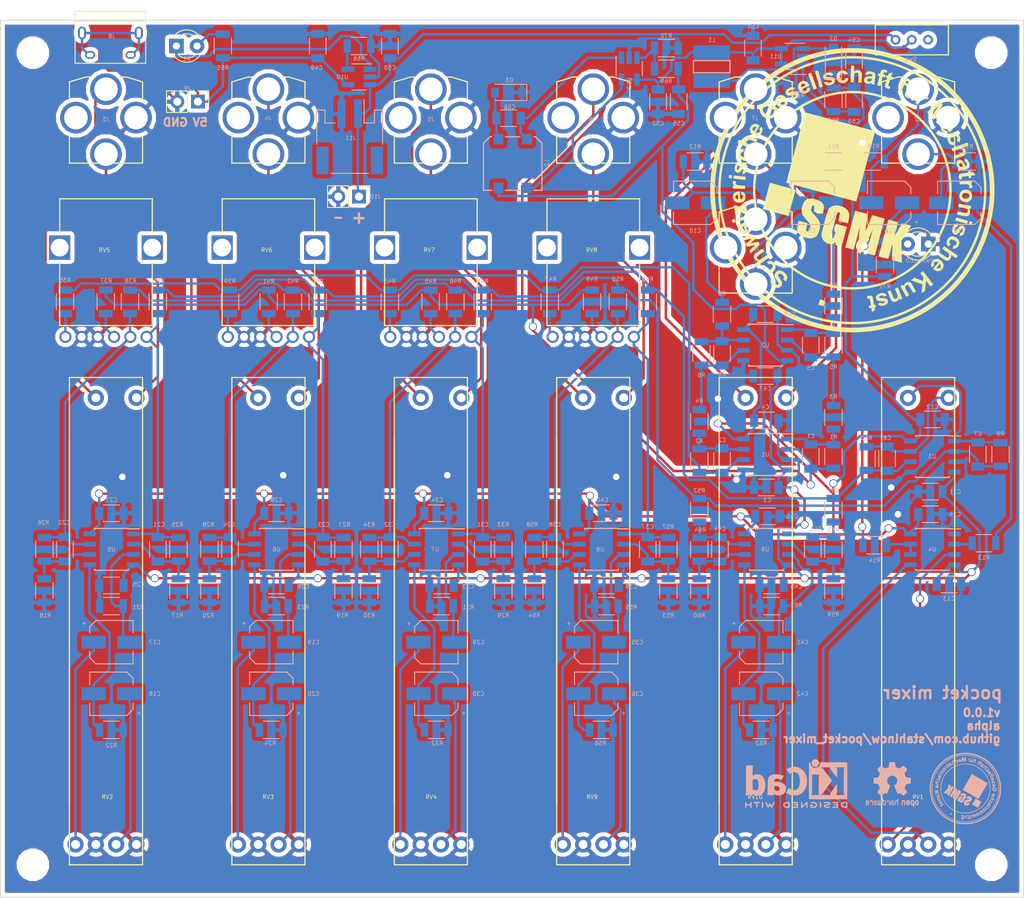
<source format=kicad_pcb>
(kicad_pcb (version 4) (host pcbnew 4.0.7)
  (layers (0 F.Cu signal) (31 B.Cu signal) (34 B.Paste user) (35 F.Paste user) (36 B.SilkS user) (37 F.SilkS user) (38 B.Mask user) (39 F.Mask user) (44 Edge.Cuts user))
  (net 0 "")
  (net 1 "Net-(C1-Pad2)")
  (net 2 "Net-(C2-Pad2)")
  (net 3 GND)
  (net 4 "Net-(C5-Pad1)")
  (net 5 "Net-(C5-Pad2)")
  (net 6 "Net-(C6-Pad1)")
  (net 7 "Net-(C10-Pad2)")
  (net 8 "Net-(C9-Pad1)")
  (net 9 "Net-(C10-Pad1)")
  (net 10 "Net-(C15-Pad1)")
  (net 11 "Net-(C15-Pad2)")
  (net 12 "Net-(C16-Pad1)")
  (net 13 "Net-(C16-Pad2)")
  (net 14 "Net-(C19-Pad1)")
  (net 15 "Net-(C19-Pad2)")
  (net 16 "Net-(C20-Pad1)")
  (net 17 "Net-(C20-Pad2)")
  (net 18 "Net-(C21-Pad2)")
  (net 19 "Net-(C22-Pad2)")
  (net 20 "Net-(C23-Pad2)")
  (net 21 "Net-(C24-Pad2)")
  (net 22 "Net-(C29-Pad1)")
  (net 23 "Net-(C30-Pad1)")
  (net 24 "Net-(C35-Pad1)")
  (net 25 "Net-(C35-Pad2)")
  (net 26 "Net-(C36-Pad1)")
  (net 27 "Net-(C36-Pad2)")
  (net 28 "/Inputs 1 - 3/1-RIGHT")
  (net 29 "/Inputs 1 - 3/1-LEFT")
  (net 30 "/Inputs 1 - 3/3-RIGHT")
  (net 31 "/Inputs 1 - 3/3-LEFT")
  (net 32 "/Inputs 1 - 3/2-RIGHT")
  (net 33 "/Inputs 1 - 3/2-LEFT")
  (net 34 "/Input 4 & Return/4-RIGHT")
  (net 35 "/Input 4 & Return/4-LEFT")
  (net 36 "/Input 4 & Return/RETURN-RIGHT")
  (net 37 "/Input 4 & Return/RETURN-LEFT")
  (net 38 /Pan/Send/LOOP-LEFT)
  (net 39 /Pan/Send/LOOP-RIGHT)
  (net 40 /Pan/Send/MAIN-XPAND-LEFT)
  (net 41 /Pan/Send/MAIN-XPAND-RIGHT)
  (net 42 "Net-(R35-Pad1)")
  (net 43 "Net-(R37-Pad1)")
  (net 44 "Net-(R39-Pad1)")
  (net 45 "Net-(R41-Pad1)")
  (net 46 "Net-(R43-Pad1)")
  (net 47 "Net-(R45-Pad1)")
  (net 48 "Net-(R47-Pad1)")
  (net 49 "Net-(R49-Pad1)")
  (net 50 "Net-(C6-Pad2)")
  (net 51 "Net-(C7-Pad1)")
  (net 52 "Net-(C8-Pad2)")
  (net 53 "Net-(C9-Pad2)")
  (net 54 "Net-(C17-Pad1)")
  (net 55 "Net-(C17-Pad2)")
  (net 56 "Net-(C18-Pad1)")
  (net 57 "Net-(C18-Pad2)")
  (net 58 "Net-(C29-Pad2)")
  (net 59 "Net-(C30-Pad2)")
  (net 60 "Net-(C31-Pad2)")
  (net 61 "Net-(C32-Pad2)")
  (net 62 "Net-(C37-Pad2)")
  (net 63 "Net-(C38-Pad2)")
  (net 64 "Net-(C41-Pad1)")
  (net 65 "Net-(C41-Pad2)")
  (net 66 "Net-(C42-Pad1)")
  (net 67 "Net-(C42-Pad2)")
  (net 68 "Net-(C43-Pad2)")
  (net 69 "Net-(C44-Pad2)")
  (net 70 "Net-(J3-Pad2)")
  (net 71 "Net-(J3-Pad3)")
  (net 72 "Net-(J4-Pad2)")
  (net 73 "Net-(J4-Pad3)")
  (net 74 "Net-(J5-Pad2)")
  (net 75 "Net-(J5-Pad3)")
  (net 76 "Net-(J6-Pad2)")
  (net 77 "Net-(J6-Pad3)")
  (net 78 "Net-(J7-Pad2)")
  (net 79 "Net-(J7-Pad3)")
  (net 80 "Net-(R13-Pad2)")
  (net 81 "Net-(R14-Pad2)")
  (net 82 "Net-(RV1-Pad5)")
  (net 83 "Net-(RV1-Pad2)")
  (net 84 -12V)
  (net 85 +12V)
  (net 86 "Net-(C56-Pad1)")
  (net 87 "/Power Supply/5V")
  (net 88 "Net-(C53-Pad2)")
  (net 89 "Net-(C56-Pad2)")
  (net 90 "Net-(D1-Pad1)")
  (net 91 "Net-(D1-Pad2)")
  (net 92 "Net-(D2-Pad2)")
  (net 93 "Net-(J8-Pad6)")
  (net 94 "Net-(R66-Pad1)")
  (net 95 "Net-(R69-Pad2)")
  (net 96 "Net-(C51-Pad1)")
  (net 97 "Net-(D4-Pad2)")
  (net 98 "Net-(C50-Pad1)")
  (module stahllabs:RS451121400A (layer F.Cu) (at 27 162 90)
    (fp_text reference RV2 (at -21.64 0.162 180) (layer F.SilkS) (effects (font (size 0.5 0.5) (thickness 0.0625))))
    (fp_text value 10k)
    (pad 1 thru_hole circle (at -27.5 -1.25 90) (size 2 2) (drill 1.1) (layers *.Cu *.Mask) (net 3 GND))
    (pad 2 thru_hole circle (at -27.5 -3.75 90) (size 2 2) (drill 1.1) (layers *.Cu *.Mask) (net 54 "Net-(C17-Pad1)"))
    (pad 3 thru_hole circle (at 27.5 -1.25 90) (size 2 2) (drill 1.1) (layers *.Cu *.Mask) (net 70 "Net-(J3-Pad2)"))
    (pad 5 thru_hole circle (at -27.5 1.25 90) (size 2 2) (drill 1.1) (layers *.Cu *.Mask) (net 56 "Net-(C18-Pad1)"))
    (pad 4 thru_hole circle (at -27.5 3.75 90) (size 2 2) (drill 1.1) (layers *.Cu *.Mask) (net 3 GND))
    (pad 6 thru_hole circle (at 27.5 3.75 90) (size 2 2) (drill 1.1) (layers *.Cu *.Mask) (net 71 "Net-(J3-Pad3)"))
  )
  (module stahllabs:PTV112-4 (layer F.Cu) (at 26 127)
    (fp_text reference RV5 (at 0.8 -10.7) (layer F.SilkS) (effects (font (size 0.5 0.5) (thickness 0.0625))))
    (fp_text value 50kA)
    (pad "" np_thru_hole rect (at 6.7 -11) (size 2.6 3) (drill oval 2.2) (layers *.Cu *.Mask))
    (pad 2 thru_hole circle (at -4 0) (size 1.5 1.5) (drill 1) (layers *.Cu *.Mask) (net 42 "Net-(R35-Pad1)"))
    (pad 1 thru_hole circle (at -2 0) (size 1.5 1.5) (drill 1) (layers *.Cu *.Mask) (net 3 GND))
    (pad 4 thru_hole circle (at 0 0) (size 1.5 1.5) (drill 1) (layers *.Cu *.Mask) (net 3 GND))
    (pad 5 thru_hole circle (at 2 0) (size 1.5 1.5) (drill 1) (layers *.Cu *.Mask) (net 43 "Net-(R37-Pad1)"))
    (pad 6 thru_hole circle (at 4 0) (size 1.5 1.5) (drill 1) (layers *.Cu *.Mask) (net 29 "/Inputs 1 - 3/1-LEFT"))
    (pad 3 thru_hole circle (at 6 0) (size 1.5 1.5) (drill 1) (layers *.Cu *.Mask) (net 28 "/Inputs 1 - 3/1-RIGHT"))
    (pad "" np_thru_hole rect (at -4.7 -11) (size 2.6 3) (drill oval 2.2) (layers *.Cu *.Mask))
  )
  (module LOGO_SGMK_Stamp_35mm (layer F.Cu) (at 118.856 108.964 345)
    (fp_text reference G*** hide)
    (fp_text value LOGO hide)
  )
  (module Capacitors_SMD:C_1206 (layer B.Cu) (at 106.664 91.438 90)
    (fp_text reference C51 (at 2.667 0 180) (layer B.SilkS) (effects (font (size 0.5 0.5) (thickness 0.0625)) (justify mirror)))
    (fp_text value 4.7uF)
    (pad 1 smd rect (at -1.5 0 90) (size 1 1.6) (layers B.Cu B.Paste B.Mask) (net 96 "Net-(C51-Pad1)"))
    (pad 2 smd rect (at 1.5 0 90) (size 1 1.6) (layers B.Cu B.Paste B.Mask) (net 3 GND))
  )
  (module stahllabs:PJ3410 (layer F.Cu) (at 107 116 90)
    (fp_text reference J1 (at -0.076 0.045 180) (layer B.SilkS) (effects (font (size 0.5 0.5) (thickness 0.0625)) (justify mirror)))
    (fp_text value PJ3410)
    (pad 4 thru_hole circle (at 0 -3.7 90) (size 3.9 3.9) (drill 2.9) (layers *.Cu *.Mask))
    (pad 2 thru_hole circle (at 3.5 0 90) (size 3.9 3.9) (drill 2.9) (layers *.Cu *.Mask) (net 7 "Net-(C10-Pad2)"))
    (pad 3 thru_hole circle (at -4.5 0 90) (size 3.9 3.9) (drill 2.9) (layers *.Cu *.Mask) (net 53 "Net-(C9-Pad2)"))
    (pad 5 thru_hole circle (at 0 3.7 90) (size 3.9 3.9) (drill 2.9) (layers *.Cu *.Mask) (net 3 GND))
  )
  (module Resistors_SMD:R_1206 (layer B.Cu) (at 95.996 91.438)
    (fp_text reference R70 (at 0 -1.524) (layer B.SilkS) (effects (font (size 0.5 0.5) (thickness 0.0625)) (justify mirror)))
    (fp_text value 10k)
    (pad 1 smd rect (at -1.45 0) (size 0.9 1.7) (layers B.Cu B.Paste B.Mask) (net 95 "Net-(R69-Pad2)"))
    (pad 2 smd rect (at 1.45 0) (size 0.9 1.7) (layers B.Cu B.Paste B.Mask) (net 3 GND))
  )
  (module Mounting_Holes:MountingHole_3mm (layer F.Cu) (at 18 92)
    (fp_text reference REF** hide)
    (fp_text value MountingHole_3mm hide)
    (pad 1 np_thru_hole circle (at 0 0) (size 3 3) (drill 3) (layers *.Cu *.Mask))
  )
  (module TO_SOT_Packages_SMD:SOT-23-5_HandSoldering (layer B.Cu) (at 58.15 94.994 180)
    (fp_text reference U10 (at 2.032 0 360) (layer B.SilkS) (effects (font (size 0.5 0.5) (thickness 0.0625)) (justify mirror)))
    (fp_text value MCP73831)
    (pad 1 smd rect (at -1.35 0.95 180) (size 1.56 0.65) (layers B.Cu B.Paste B.Mask) (net 90 "Net-(D1-Pad1)"))
    (pad 2 smd rect (at -1.35 0 180) (size 1.56 0.65) (layers B.Cu B.Paste B.Mask) (net 3 GND))
    (pad 3 smd rect (at -1.35 -0.95 180) (size 1.56 0.65) (layers B.Cu B.Paste B.Mask) (net 98 "Net-(C50-Pad1)"))
    (pad 4 smd rect (at 1.35 -0.95 180) (size 1.56 0.65) (layers B.Cu B.Paste B.Mask) (net 87 "/Power Supply/5V"))
    (pad 5 smd rect (at 1.35 0.95 180) (size 1.56 0.65) (layers B.Cu B.Paste B.Mask) (net 94 "Net-(R66-Pad1)"))
  )
  (module Capacitors_SMD:CP_Elec_5x5.8 (layer B.Cu) (at 107.68 164.59)
    (fp_text reference C41 (at 5.08 0) (layer B.SilkS) (effects (font (size 0.5 0.5) (thickness 0.0625)) (justify mirror)))
    (fp_text value 47uF/25V)
    (fp_text user + (at -3.38 -2.35) (layer B.SilkS) (effects (font (size 0.5 0.5) (thickness 0.0625)) (justify mirror)))
    (pad 1 smd rect (at -2.2 0 180) (size 3 1.6) (layers B.Cu B.Paste B.Mask) (net 64 "Net-(C41-Pad1)"))
    (pad 2 smd rect (at 2.2 0 180) (size 3 1.6) (layers B.Cu B.Paste B.Mask) (net 65 "Net-(C41-Pad2)"))
  )
  (module Housings_SOIC:SOIC-8_3.9x4.9mm_Pitch1.27mm (layer B.Cu) (at 128.762 141.73 180)
    (fp_text reference U3 (at 0 0 180) (layer B.SilkS) (effects (font (size 0.5 0.5) (thickness 0.0625)) (justify mirror)))
    (fp_text value 4580)
    (pad 1 smd rect (at -2.7 1.905 180) (size 1.55 0.6) (layers B.Cu B.Paste B.Mask) (net 51 "Net-(C7-Pad1)"))
    (pad 2 smd rect (at -2.7 0.635 180) (size 1.55 0.6) (layers B.Cu B.Paste B.Mask) (net 40 /Pan/Send/MAIN-XPAND-LEFT))
    (pad 3 smd rect (at -2.7 -0.635 180) (size 1.55 0.6) (layers B.Cu B.Paste B.Mask) (net 3 GND))
    (pad 4 smd rect (at -2.7 -1.905 180) (size 1.55 0.6) (layers B.Cu B.Paste B.Mask) (net 84 -12V))
    (pad 5 smd rect (at 2.7 -1.905 180) (size 1.55 0.6) (layers B.Cu B.Paste B.Mask) (net 3 GND))
    (pad 6 smd rect (at 2.7 -0.635 180) (size 1.55 0.6) (layers B.Cu B.Paste B.Mask) (net 41 /Pan/Send/MAIN-XPAND-RIGHT))
    (pad 7 smd rect (at 2.7 0.635 180) (size 1.55 0.6) (layers B.Cu B.Paste B.Mask) (net 52 "Net-(C8-Pad2)"))
    (pad 8 smd rect (at 2.7 1.905 180) (size 1.55 0.6) (layers B.Cu B.Paste B.Mask) (net 85 +12V))
  )
  (module Capacitors_SMD:C_1206 (layer B.Cu) (at 102.854 129.03 90)
    (fp_text reference C6 (at -2.54 0 180) (layer B.SilkS) (effects (font (size 0.5 0.5) (thickness 0.0625)) (justify mirror)))
    (fp_text value 47pF)
    (pad 1 smd rect (at -1.5 0 90) (size 1 1.6) (layers B.Cu B.Paste B.Mask) (net 6 "Net-(C6-Pad1)"))
    (pad 2 smd rect (at 1.5 0 90) (size 1 1.6) (layers B.Cu B.Paste B.Mask) (net 50 "Net-(C6-Pad2)"))
  )
  (module Housings_SOIC:SOIC-8_3.9x4.9mm_Pitch1.27mm (layer B.Cu) (at 27.67 153.16 180)
    (fp_text reference U5 (at 0 0 180) (layer B.SilkS) (effects (font (size 0.5 0.5) (thickness 0.0625)) (justify mirror)))
    (fp_text value 4580)
    (pad 1 smd rect (at -2.7 1.905 180) (size 1.55 0.6) (layers B.Cu B.Paste B.Mask) (net 28 "/Inputs 1 - 3/1-RIGHT"))
    (pad 2 smd rect (at -2.7 0.635 180) (size 1.55 0.6) (layers B.Cu B.Paste B.Mask) (net 18 "Net-(C21-Pad2)"))
    (pad 3 smd rect (at -2.7 -0.635 180) (size 1.55 0.6) (layers B.Cu B.Paste B.Mask) (net 55 "Net-(C17-Pad2)"))
    (pad 4 smd rect (at -2.7 -1.905 180) (size 1.55 0.6) (layers B.Cu B.Paste B.Mask) (net 84 -12V))
    (pad 5 smd rect (at 2.7 -1.905 180) (size 1.55 0.6) (layers B.Cu B.Paste B.Mask) (net 57 "Net-(C18-Pad2)"))
    (pad 6 smd rect (at 2.7 -0.635 180) (size 1.55 0.6) (layers B.Cu B.Paste B.Mask) (net 19 "Net-(C22-Pad2)"))
    (pad 7 smd rect (at 2.7 0.635 180) (size 1.55 0.6) (layers B.Cu B.Paste B.Mask) (net 29 "/Inputs 1 - 3/1-LEFT"))
    (pad 8 smd rect (at 2.7 1.905 180) (size 1.55 0.6) (layers B.Cu B.Paste B.Mask) (net 85 +12V))
  )
  (module Capacitors_SMD:C_1206 (layer B.Cu) (at 113.776 141.73 90)
    (fp_text reference C1 (at 2.54 0 180) (layer B.SilkS) (effects (font (size 0.5 0.5) (thickness 0.0625)) (justify mirror)))
    (fp_text value 47pF)
    (pad 1 smd rect (at -1.5 0 90) (size 1 1.6) (layers B.Cu B.Paste B.Mask) (net 38 /Pan/Send/LOOP-LEFT))
    (pad 2 smd rect (at 1.5 0 90) (size 1 1.6) (layers B.Cu B.Paste B.Mask) (net 1 "Net-(C1-Pad2)"))
  )
  (module Capacitors_SMD:C_1206 (layer B.Cu) (at 102.854 142.238 90)
    (fp_text reference C2 (at 2.54 0 180) (layer B.SilkS) (effects (font (size 0.5 0.5) (thickness 0.0625)) (justify mirror)))
    (fp_text value 47pF)
    (pad 1 smd rect (at -1.5 0 90) (size 1 1.6) (layers B.Cu B.Paste B.Mask) (net 39 /Pan/Send/LOOP-RIGHT))
    (pad 2 smd rect (at 1.5 0 90) (size 1 1.6) (layers B.Cu B.Paste B.Mask) (net 2 "Net-(C2-Pad2)"))
  )
  (module Capacitors_SMD:C_1206 (layer B.Cu) (at 108.315 145.54 180)
    (fp_text reference C3 (at -0.127 -1.524 180) (layer B.SilkS) (effects (font (size 0.5 0.5) (thickness 0.0625)) (justify mirror)))
    (fp_text value 0.1)
    (pad 1 smd rect (at -1.5 0 180) (size 1 1.6) (layers B.Cu B.Paste B.Mask) (net 84 -12V))
    (pad 2 smd rect (at 1.5 0 180) (size 1 1.6) (layers B.Cu B.Paste B.Mask) (net 3 GND))
  )
  (module Capacitors_SMD:C_1206 (layer B.Cu) (at 108.315 137.285)
    (fp_text reference C4 (at -0.127 -1.651) (layer B.SilkS) (effects (font (size 0.5 0.5) (thickness 0.0625)) (justify mirror)))
    (fp_text value 0.1)
    (pad 1 smd rect (at -1.5 0) (size 1 1.6) (layers B.Cu B.Paste B.Mask) (net 85 +12V))
    (pad 2 smd rect (at 1.5 0) (size 1 1.6) (layers B.Cu B.Paste B.Mask) (net 3 GND))
  )
  (module Capacitors_SMD:C_1206 (layer B.Cu) (at 113.776 128.014 90)
    (fp_text reference C5 (at -2.794 0 180) (layer B.SilkS) (effects (font (size 0.5 0.5) (thickness 0.0625)) (justify mirror)))
    (fp_text value 47pF)
    (pad 1 smd rect (at -1.5 0 90) (size 1 1.6) (layers B.Cu B.Paste B.Mask) (net 4 "Net-(C5-Pad1)"))
    (pad 2 smd rect (at 1.5 0 90) (size 1 1.6) (layers B.Cu B.Paste B.Mask) (net 5 "Net-(C5-Pad2)"))
  )
  (module Capacitors_SMD:C_1206 (layer B.Cu) (at 134.35 141.476 270)
    (fp_text reference C7 (at -2.54 0 360) (layer B.SilkS) (effects (font (size 0.5 0.5) (thickness 0.0625)) (justify mirror)))
    (fp_text value 47pF)
    (pad 1 smd rect (at -1.5 0 270) (size 1 1.6) (layers B.Cu B.Paste B.Mask) (net 51 "Net-(C7-Pad1)"))
    (pad 2 smd rect (at 1.5 0 270) (size 1 1.6) (layers B.Cu B.Paste B.Mask) (net 40 /Pan/Send/MAIN-XPAND-LEFT))
  )
  (module Capacitors_SMD:C_1206 (layer B.Cu) (at 123.174 141.984 90)
    (fp_text reference C8 (at 2.54 0 180) (layer B.SilkS) (effects (font (size 0.5 0.5) (thickness 0.0625)) (justify mirror)))
    (fp_text value 47pF)
    (pad 1 smd rect (at -1.5 0 90) (size 1 1.6) (layers B.Cu B.Paste B.Mask) (net 41 /Pan/Send/MAIN-XPAND-RIGHT))
    (pad 2 smd rect (at 1.5 0 90) (size 1 1.6) (layers B.Cu B.Paste B.Mask) (net 52 "Net-(C8-Pad2)"))
  )
  (module Capacitors_SMD:C_1206 (layer B.Cu) (at 128.508 146.048 180)
    (fp_text reference C11 (at -3.048 0 180) (layer B.SilkS) (effects (font (size 0.5 0.5) (thickness 0.0625)) (justify mirror)))
    (fp_text value 0.1)
    (pad 1 smd rect (at -1.5 0 180) (size 1 1.6) (layers B.Cu B.Paste B.Mask) (net 84 -12V))
    (pad 2 smd rect (at 1.5 0 180) (size 1 1.6) (layers B.Cu B.Paste B.Mask) (net 3 GND))
  )
  (module Capacitors_SMD:C_1206 (layer B.Cu) (at 128.762 137.158)
    (fp_text reference C12 (at 0 -1.524) (layer B.SilkS) (effects (font (size 0.5 0.5) (thickness 0.0625)) (justify mirror)))
    (fp_text value 0.1)
    (pad 1 smd rect (at -1.5 0) (size 1 1.6) (layers B.Cu B.Paste B.Mask) (net 85 +12V))
    (pad 2 smd rect (at 1.5 0) (size 1 1.6) (layers B.Cu B.Paste B.Mask) (net 3 GND))
  )
  (module Capacitors_SMD:C_1206 (layer B.Cu) (at 130.794 157.478)
    (fp_text reference C13 (at 0 1.75) (layer B.SilkS) (effects (font (size 0.5 0.5) (thickness 0.0625)) (justify mirror)))
    (fp_text value 0.1)
    (pad 1 smd rect (at -1.5 0) (size 1 1.6) (layers B.Cu B.Paste B.Mask) (net 84 -12V))
    (pad 2 smd rect (at 1.5 0) (size 1 1.6) (layers B.Cu B.Paste B.Mask) (net 3 GND))
  )
  (module Capacitors_SMD:C_1206 (layer B.Cu) (at 128.508 148.842)
    (fp_text reference C14 (at 3.048 0) (layer B.SilkS) (effects (font (size 0.5 0.5) (thickness 0.0625)) (justify mirror)))
    (fp_text value 0.1)
    (pad 1 smd rect (at -1.5 0) (size 1 1.6) (layers B.Cu B.Paste B.Mask) (net 85 +12V))
    (pad 2 smd rect (at 1.5 0) (size 1 1.6) (layers B.Cu B.Paste B.Mask) (net 3 GND))
  )
  (module Capacitors_SMD:C_1206 (layer B.Cu) (at 33.385 153.16 270)
    (fp_text reference C21 (at -3.048 -0.127 360) (layer B.SilkS) (effects (font (size 0.5 0.5) (thickness 0.0625)) (justify mirror)))
    (fp_text value 47pF)
    (pad 1 smd rect (at -1.5 0 270) (size 1 1.6) (layers B.Cu B.Paste B.Mask) (net 28 "/Inputs 1 - 3/1-RIGHT"))
    (pad 2 smd rect (at 1.5 0 270) (size 1 1.6) (layers B.Cu B.Paste B.Mask) (net 18 "Net-(C21-Pad2)"))
  )
  (module Capacitors_SMD:C_1206 (layer B.Cu) (at 21.955 153.16 270)
    (fp_text reference C22 (at -3.302 0.127 360) (layer B.SilkS) (effects (font (size 0.5 0.5) (thickness 0.0625)) (justify mirror)))
    (fp_text value 47pF)
    (pad 1 smd rect (at -1.5 0 270) (size 1 1.6) (layers B.Cu B.Paste B.Mask) (net 29 "/Inputs 1 - 3/1-LEFT"))
    (pad 2 smd rect (at 1.5 0 270) (size 1 1.6) (layers B.Cu B.Paste B.Mask) (net 19 "Net-(C22-Pad2)"))
  )
  (module Capacitors_SMD:C_1206 (layer B.Cu) (at 53.705 153.16 270)
    (fp_text reference C23 (at -3.048 -0.127 360) (layer B.SilkS) (effects (font (size 0.5 0.5) (thickness 0.0625)) (justify mirror)))
    (fp_text value 47pF)
    (pad 1 smd rect (at -1.5 0 270) (size 1 1.6) (layers B.Cu B.Paste B.Mask) (net 32 "/Inputs 1 - 3/2-RIGHT"))
    (pad 2 smd rect (at 1.5 0 270) (size 1 1.6) (layers B.Cu B.Paste B.Mask) (net 20 "Net-(C23-Pad2)"))
  )
  (module Capacitors_SMD:C_1206 (layer B.Cu) (at 42.275 153.16 270)
    (fp_text reference C24 (at -3.048 0.127 360) (layer B.SilkS) (effects (font (size 0.5 0.5) (thickness 0.0625)) (justify mirror)))
    (fp_text value 47pF)
    (pad 1 smd rect (at -1.5 0 270) (size 1 1.6) (layers B.Cu B.Paste B.Mask) (net 33 "/Inputs 1 - 3/2-LEFT"))
    (pad 2 smd rect (at 1.5 0 270) (size 1 1.6) (layers B.Cu B.Paste B.Mask) (net 21 "Net-(C24-Pad2)"))
  )
  (module Capacitors_SMD:C_1206 (layer B.Cu) (at 27.67 157.605 180)
    (fp_text reference C25 (at -3.302 0.127 180) (layer B.SilkS) (effects (font (size 0.5 0.5) (thickness 0.0625)) (justify mirror)))
    (fp_text value 0.1)
    (pad 1 smd rect (at -1.5 0 180) (size 1 1.6) (layers B.Cu B.Paste B.Mask) (net 84 -12V))
    (pad 2 smd rect (at 1.5 0 180) (size 1 1.6) (layers B.Cu B.Paste B.Mask) (net 3 GND))
  )
  (module Capacitors_SMD:C_1206 (layer B.Cu) (at 47.99 157.605 180)
    (fp_text reference C26 (at -3.302 -0.127 180) (layer B.SilkS) (effects (font (size 0.5 0.5) (thickness 0.0625)) (justify mirror)))
    (fp_text value 0.1)
    (pad 1 smd rect (at -1.5 0 180) (size 1 1.6) (layers B.Cu B.Paste B.Mask) (net 84 -12V))
    (pad 2 smd rect (at 1.5 0 180) (size 1 1.6) (layers B.Cu B.Paste B.Mask) (net 3 GND))
  )
  (module Capacitors_SMD:C_1206 (layer B.Cu) (at 27.67 148.715)
    (fp_text reference C27 (at 0 -1.651) (layer B.SilkS) (effects (font (size 0.5 0.5) (thickness 0.0625)) (justify mirror)))
    (fp_text value 0.1)
    (pad 1 smd rect (at -1.5 0) (size 1 1.6) (layers B.Cu B.Paste B.Mask) (net 85 +12V))
    (pad 2 smd rect (at 1.5 0) (size 1 1.6) (layers B.Cu B.Paste B.Mask) (net 3 GND))
  )
  (module Capacitors_SMD:C_1206 (layer B.Cu) (at 47.99 148.715)
    (fp_text reference C28 (at 0 -1.651) (layer B.SilkS) (effects (font (size 0.5 0.5) (thickness 0.0625)) (justify mirror)))
    (fp_text value 0.1)
    (pad 1 smd rect (at -1.5 0) (size 1 1.6) (layers B.Cu B.Paste B.Mask) (net 85 +12V))
    (pad 2 smd rect (at 1.5 0) (size 1 1.6) (layers B.Cu B.Paste B.Mask) (net 3 GND))
  )
  (module Capacitors_SMD:CP_Elec_5x5.8 (layer B.Cu) (at 67.675 164.59)
    (fp_text reference C29 (at 5.207 0) (layer B.SilkS) (effects (font (size 0.5 0.5) (thickness 0.0625)) (justify mirror)))
    (fp_text value 47uF/25V)
    (fp_text user + (at -3.38 -2.35) (layer B.SilkS) (effects (font (size 0.5 0.5) (thickness 0.0625)) (justify mirror)))
    (pad 1 smd rect (at -2.2 0 180) (size 3 1.6) (layers B.Cu B.Paste B.Mask) (net 22 "Net-(C29-Pad1)"))
    (pad 2 smd rect (at 2.2 0 180) (size 3 1.6) (layers B.Cu B.Paste B.Mask) (net 58 "Net-(C29-Pad2)"))
  )
  (module Capacitors_SMD:CP_Elec_5x5.8 (layer B.Cu) (at 67.675 170.94 180)
    (fp_text reference C30 (at -5.207 0 180) (layer B.SilkS) (effects (font (size 0.5 0.5) (thickness 0.0625)) (justify mirror)))
    (fp_text value 47uF/25V)
    (fp_text user + (at -3.38 -2.35 180) (layer B.SilkS) (effects (font (size 0.5 0.5) (thickness 0.0625)) (justify mirror)))
    (pad 1 smd rect (at -2.2 0) (size 3 1.6) (layers B.Cu B.Paste B.Mask) (net 23 "Net-(C30-Pad1)"))
    (pad 2 smd rect (at 2.2 0) (size 3 1.6) (layers B.Cu B.Paste B.Mask) (net 59 "Net-(C30-Pad2)"))
  )
  (module Capacitors_SMD:C_1206 (layer B.Cu) (at 68.31 157.605 180)
    (fp_text reference C33 (at -3.302 -0.127 180) (layer B.SilkS) (effects (font (size 0.5 0.5) (thickness 0.0625)) (justify mirror)))
    (fp_text value 0.1)
    (pad 1 smd rect (at -1.5 0 180) (size 1 1.6) (layers B.Cu B.Paste B.Mask) (net 84 -12V))
    (pad 2 smd rect (at 1.5 0 180) (size 1 1.6) (layers B.Cu B.Paste B.Mask) (net 3 GND))
  )
  (module Capacitors_SMD:C_1206 (layer B.Cu) (at 67.675 148.715)
    (fp_text reference C34 (at 0.127 -1.651) (layer B.SilkS) (effects (font (size 0.5 0.5) (thickness 0.0625)) (justify mirror)))
    (fp_text value 0.1)
    (pad 1 smd rect (at -1.5 0) (size 1 1.6) (layers B.Cu B.Paste B.Mask) (net 85 +12V))
    (pad 2 smd rect (at 1.5 0) (size 1 1.6) (layers B.Cu B.Paste B.Mask) (net 3 GND))
  )
  (module Capacitors_SMD:C_1206 (layer B.Cu) (at 93.71 153.16 270)
    (fp_text reference C37 (at -2.794 0 360) (layer B.SilkS) (effects (font (size 0.5 0.5) (thickness 0.0625)) (justify mirror)))
    (fp_text value 47pF)
    (pad 1 smd rect (at -1.5 0 270) (size 1 1.6) (layers B.Cu B.Paste B.Mask) (net 34 "/Input 4 & Return/4-RIGHT"))
    (pad 2 smd rect (at 1.5 0 270) (size 1 1.6) (layers B.Cu B.Paste B.Mask) (net 62 "Net-(C37-Pad2)"))
  )
  (module Capacitors_SMD:C_1206 (layer B.Cu) (at 82.28 153.16 270)
    (fp_text reference C38 (at -3.048 0 360) (layer B.SilkS) (effects (font (size 0.5 0.5) (thickness 0.0625)) (justify mirror)))
    (fp_text value 47pF)
    (pad 1 smd rect (at -1.5 0 270) (size 1 1.6) (layers B.Cu B.Paste B.Mask) (net 35 "/Input 4 & Return/4-LEFT"))
    (pad 2 smd rect (at 1.5 0 270) (size 1 1.6) (layers B.Cu B.Paste B.Mask) (net 63 "Net-(C38-Pad2)"))
  )
  (module Capacitors_SMD:C_1206 (layer B.Cu) (at 88.63 157.605 180)
    (fp_text reference C39 (at -3.048 -0.127 180) (layer B.SilkS) (effects (font (size 0.5 0.5) (thickness 0.0625)) (justify mirror)))
    (fp_text value 0.1)
    (pad 1 smd rect (at -1.5 0 180) (size 1 1.6) (layers B.Cu B.Paste B.Mask) (net 84 -12V))
    (pad 2 smd rect (at 1.5 0 180) (size 1 1.6) (layers B.Cu B.Paste B.Mask) (net 3 GND))
  )
  (module Capacitors_SMD:C_1206 (layer B.Cu) (at 87.995 148.715)
    (fp_text reference C40 (at 0.127 -1.651) (layer B.SilkS) (effects (font (size 0.5 0.5) (thickness 0.0625)) (justify mirror)))
    (fp_text value 0.1)
    (pad 1 smd rect (at -1.5 0) (size 1 1.6) (layers B.Cu B.Paste B.Mask) (net 85 +12V))
    (pad 2 smd rect (at 1.5 0) (size 1 1.6) (layers B.Cu B.Paste B.Mask) (net 3 GND))
  )
  (module Capacitors_SMD:C_1206 (layer B.Cu) (at 114.03 153.16 270)
    (fp_text reference C43 (at -2.54 -0.381 360) (layer B.SilkS) (effects (font (size 0.5 0.5) (thickness 0.0625)) (justify mirror)))
    (fp_text value 47pF)
    (pad 1 smd rect (at -1.5 0 270) (size 1 1.6) (layers B.Cu B.Paste B.Mask) (net 36 "/Input 4 & Return/RETURN-RIGHT"))
    (pad 2 smd rect (at 1.5 0 270) (size 1 1.6) (layers B.Cu B.Paste B.Mask) (net 68 "Net-(C43-Pad2)"))
  )
  (module Capacitors_SMD:C_1206 (layer B.Cu) (at 102.6 153.16 270)
    (fp_text reference C44 (at -2.54 0 360) (layer B.SilkS) (effects (font (size 0.5 0.5) (thickness 0.0625)) (justify mirror)))
    (fp_text value 47pF)
    (pad 1 smd rect (at -1.5 0 270) (size 1 1.6) (layers B.Cu B.Paste B.Mask) (net 37 "/Input 4 & Return/RETURN-LEFT"))
    (pad 2 smd rect (at 1.5 0 270) (size 1 1.6) (layers B.Cu B.Paste B.Mask) (net 69 "Net-(C44-Pad2)"))
  )
  (module Capacitors_SMD:C_1206 (layer B.Cu) (at 108.95 157.605 180)
    (fp_text reference C45 (at -3.048 -0.127 180) (layer B.SilkS) (effects (font (size 0.5 0.5) (thickness 0.0625)) (justify mirror)))
    (fp_text value 0.1)
    (pad 1 smd rect (at -1.5 0 180) (size 1 1.6) (layers B.Cu B.Paste B.Mask) (net 84 -12V))
    (pad 2 smd rect (at 1.5 0 180) (size 1 1.6) (layers B.Cu B.Paste B.Mask) (net 3 GND))
  )
  (module Capacitors_SMD:C_1206 (layer B.Cu) (at 108.442 149.096)
    (fp_text reference C46 (at 3.048 0) (layer B.SilkS) (effects (font (size 0.5 0.5) (thickness 0.0625)) (justify mirror)))
    (fp_text value 0.1)
    (pad 1 smd rect (at -1.5 0) (size 1 1.6) (layers B.Cu B.Paste B.Mask) (net 85 +12V))
    (pad 2 smd rect (at 1.5 0) (size 1 1.6) (layers B.Cu B.Paste B.Mask) (net 3 GND))
  )
  (module Resistors_SMD:R_1206 (layer B.Cu) (at 116.57 141.73 270)
    (fp_text reference R1 (at -2.413 0 360) (layer B.SilkS) (effects (font (size 0.5 0.5) (thickness 0.0625)) (justify mirror)))
    (fp_text value 10k)
    (pad 1 smd rect (at -1.45 0 270) (size 0.9 1.7) (layers B.Cu B.Paste B.Mask) (net 1 "Net-(C1-Pad2)"))
    (pad 2 smd rect (at 1.45 0 270) (size 0.9 1.7) (layers B.Cu B.Paste B.Mask) (net 38 /Pan/Send/LOOP-LEFT))
  )
  (module Resistors_SMD:R_1206 (layer B.Cu) (at 100.06 142.238 270)
    (fp_text reference R2 (at -2.413 0 360) (layer B.SilkS) (effects (font (size 0.5 0.5) (thickness 0.0625)) (justify mirror)))
    (fp_text value 10k)
    (pad 1 smd rect (at -1.45 0 270) (size 0.9 1.7) (layers B.Cu B.Paste B.Mask) (net 2 "Net-(C2-Pad2)"))
    (pad 2 smd rect (at 1.45 0 270) (size 0.9 1.7) (layers B.Cu B.Paste B.Mask) (net 39 /Pan/Send/LOOP-RIGHT))
  )
  (module Resistors_SMD:R_1206 (layer B.Cu) (at 116.57 136.904 270)
    (fp_text reference R3 (at -2.54 0 360) (layer B.SilkS) (effects (font (size 0.5 0.5) (thickness 0.0625)) (justify mirror)))
    (fp_text value 10k)
    (pad 1 smd rect (at -1.45 0 270) (size 0.9 1.7) (layers B.Cu B.Paste B.Mask) (net 4 "Net-(C5-Pad1)"))
    (pad 2 smd rect (at 1.45 0 270) (size 0.9 1.7) (layers B.Cu B.Paste B.Mask) (net 1 "Net-(C1-Pad2)"))
  )
  (module Resistors_SMD:R_1206 (layer B.Cu) (at 100.06 137.412 270)
    (fp_text reference R4 (at -2.54 0 360) (layer B.SilkS) (effects (font (size 0.5 0.5) (thickness 0.0625)) (justify mirror)))
    (fp_text value 10k)
    (pad 1 smd rect (at -1.45 0 270) (size 0.9 1.7) (layers B.Cu B.Paste B.Mask) (net 6 "Net-(C6-Pad1)"))
    (pad 2 smd rect (at 1.45 0 270) (size 0.9 1.7) (layers B.Cu B.Paste B.Mask) (net 2 "Net-(C2-Pad2)"))
  )
  (module Resistors_SMD:R_1206 (layer B.Cu) (at 116.57 128.014 270)
    (fp_text reference R5 (at 2.667 0 540) (layer B.SilkS) (effects (font (size 0.5 0.5) (thickness 0.0625)) (justify mirror)))
    (fp_text value 10k)
    (pad 1 smd rect (at -1.45 0 270) (size 0.9 1.7) (layers B.Cu B.Paste B.Mask) (net 5 "Net-(C5-Pad2)"))
    (pad 2 smd rect (at 1.45 0 270) (size 0.9 1.7) (layers B.Cu B.Paste B.Mask) (net 4 "Net-(C5-Pad1)"))
  )
  (module Resistors_SMD:R_1206 (layer B.Cu) (at 100.314 129.03 270)
    (fp_text reference R6 (at 2.667 0 540) (layer B.SilkS) (effects (font (size 0.5 0.5) (thickness 0.0625)) (justify mirror)))
    (fp_text value 10k)
    (pad 1 smd rect (at -1.45 0 270) (size 0.9 1.7) (layers B.Cu B.Paste B.Mask) (net 50 "Net-(C6-Pad2)"))
    (pad 2 smd rect (at 1.45 0 270) (size 0.9 1.7) (layers B.Cu B.Paste B.Mask) (net 6 "Net-(C6-Pad1)"))
  )
  (module Resistors_SMD:R_1206 (layer B.Cu) (at 116.57 123.188 270)
    (fp_text reference R7 (at -2.54 0 540) (layer B.SilkS) (effects (font (size 0.5 0.5) (thickness 0.0625)) (justify mirror)))
    (fp_text value 100)
    (pad 1 smd rect (at -1.45 0 270) (size 0.9 1.7) (layers B.Cu B.Paste B.Mask) (net 8 "Net-(C9-Pad1)"))
    (pad 2 smd rect (at 1.45 0 270) (size 0.9 1.7) (layers B.Cu B.Paste B.Mask) (net 5 "Net-(C5-Pad2)"))
  )
  (module Resistors_SMD:R_1206 (layer B.Cu) (at 102.854 124.204 270)
    (fp_text reference R8 (at -2.54 0 360) (layer B.SilkS) (effects (font (size 0.5 0.5) (thickness 0.0625)) (justify mirror)))
    (fp_text value 100)
    (pad 1 smd rect (at -1.45 0 270) (size 0.9 1.7) (layers B.Cu B.Paste B.Mask) (net 9 "Net-(C10-Pad1)"))
    (pad 2 smd rect (at 1.45 0 270) (size 0.9 1.7) (layers B.Cu B.Paste B.Mask) (net 50 "Net-(C6-Pad2)"))
  )
  (module Resistors_SMD:R_1206 (layer B.Cu) (at 137.144 141.476 270)
    (fp_text reference R9 (at -2.54 0 360) (layer B.SilkS) (effects (font (size 0.5 0.5) (thickness 0.0625)) (justify mirror)))
    (fp_text value 10k)
    (pad 1 smd rect (at -1.45 0 270) (size 0.9 1.7) (layers B.Cu B.Paste B.Mask) (net 51 "Net-(C7-Pad1)"))
    (pad 2 smd rect (at 1.45 0 270) (size 0.9 1.7) (layers B.Cu B.Paste B.Mask) (net 40 /Pan/Send/MAIN-XPAND-LEFT))
  )
  (module Resistors_SMD:R_1206 (layer B.Cu) (at 120.634 141.984 270)
    (fp_text reference R10 (at -2.54 0 360) (layer B.SilkS) (effects (font (size 0.5 0.5) (thickness 0.0625)) (justify mirror)))
    (fp_text value 10k)
    (pad 1 smd rect (at -1.45 0 270) (size 0.9 1.7) (layers B.Cu B.Paste B.Mask) (net 52 "Net-(C8-Pad2)"))
    (pad 2 smd rect (at 1.45 0 270) (size 0.9 1.7) (layers B.Cu B.Paste B.Mask) (net 41 /Pan/Send/MAIN-XPAND-RIGHT))
  )
  (module Resistors_SMD:R_1206 (layer B.Cu) (at 116.57 105.408 180)
    (fp_text reference R11 (at 0 1.85 180) (layer B.SilkS) (effects (font (size 0.5 0.5) (thickness 0.0625)) (justify mirror)))
    (fp_text value 100k)
    (pad 1 smd rect (at -1.45 0 180) (size 0.9 1.7) (layers B.Cu B.Paste B.Mask) (net 3 GND))
    (pad 2 smd rect (at 1.45 0 180) (size 0.9 1.7) (layers B.Cu B.Paste B.Mask) (net 53 "Net-(C9-Pad2)"))
  )
  (module Resistors_SMD:R_1206 (layer B.Cu) (at 99.552 105.408 180)
    (fp_text reference R12 (at 0 1.85 180) (layer B.SilkS) (effects (font (size 0.5 0.5) (thickness 0.0625)) (justify mirror)))
    (fp_text value 100k)
    (pad 1 smd rect (at -1.45 0 180) (size 0.9 1.7) (layers B.Cu B.Paste B.Mask) (net 3 GND))
    (pad 2 smd rect (at 1.45 0 180) (size 0.9 1.7) (layers B.Cu B.Paste B.Mask) (net 7 "Net-(C10-Pad2)"))
  )
  (module Resistors_SMD:R_1206 (layer B.Cu) (at 135.112 152.398 180)
    (fp_text reference R13 (at 0 -1.778 180) (layer B.SilkS) (effects (font (size 0.5 0.5) (thickness 0.0625)) (justify mirror)))
    (fp_text value 100)
    (pad 1 smd rect (at -1.45 0 180) (size 0.9 1.7) (layers B.Cu B.Paste B.Mask) (net 10 "Net-(C15-Pad1)"))
    (pad 2 smd rect (at 1.45 0 180) (size 0.9 1.7) (layers B.Cu B.Paste B.Mask) (net 80 "Net-(R13-Pad2)"))
  )
  (module Resistors_SMD:R_1206 (layer B.Cu) (at 121.65 152.652)
    (fp_text reference R14 (at 0 1.85) (layer B.SilkS) (effects (font (size 0.5 0.5) (thickness 0.0625)) (justify mirror)))
    (fp_text value 100)
    (pad 1 smd rect (at -1.45 0) (size 0.9 1.7) (layers B.Cu B.Paste B.Mask) (net 12 "Net-(C16-Pad1)"))
    (pad 2 smd rect (at 1.45 0) (size 0.9 1.7) (layers B.Cu B.Paste B.Mask) (net 81 "Net-(R14-Pad2)"))
  )
  (module Resistors_SMD:R_1206 (layer B.Cu) (at 133.08 105.408 180)
    (fp_text reference R15 (at 0 1.85 180) (layer B.SilkS) (effects (font (size 0.5 0.5) (thickness 0.0625)) (justify mirror)))
    (fp_text value 100k)
    (pad 1 smd rect (at -1.45 0 180) (size 0.9 1.7) (layers B.Cu B.Paste B.Mask) (net 3 GND))
    (pad 2 smd rect (at 1.45 0 180) (size 0.9 1.7) (layers B.Cu B.Paste B.Mask) (net 11 "Net-(C15-Pad2)"))
  )
  (module Resistors_SMD:R_1206 (layer B.Cu) (at 121.396 105.408)
    (fp_text reference R16 (at 0.127 -1.905) (layer B.SilkS) (effects (font (size 0.5 0.5) (thickness 0.0625)) (justify mirror)))
    (fp_text value 100k)
    (pad 1 smd rect (at -1.45 0) (size 0.9 1.7) (layers B.Cu B.Paste B.Mask) (net 3 GND))
    (pad 2 smd rect (at 1.45 0) (size 0.9 1.7) (layers B.Cu B.Paste B.Mask) (net 13 "Net-(C16-Pad2)"))
  )
  (module Resistors_SMD:R_1206 (layer B.Cu) (at 35.925 158.24 270)
    (fp_text reference R17 (at 3.048 0.127 360) (layer B.SilkS) (effects (font (size 0.5 0.5) (thickness 0.0625)) (justify mirror)))
    (fp_text value 10k)
    (pad 1 smd rect (at -1.45 0 270) (size 0.9 1.7) (layers B.Cu B.Paste B.Mask) (net 18 "Net-(C21-Pad2)"))
    (pad 2 smd rect (at 1.45 0 270) (size 0.9 1.7) (layers B.Cu B.Paste B.Mask) (net 3 GND))
  )
  (module Resistors_SMD:R_1206 (layer B.Cu) (at 19.415 158.24 270)
    (fp_text reference R18 (at 3.048 -0.127 360) (layer B.SilkS) (effects (font (size 0.5 0.5) (thickness 0.0625)) (justify mirror)))
    (fp_text value 10k)
    (pad 1 smd rect (at -1.45 0 270) (size 0.9 1.7) (layers B.Cu B.Paste B.Mask) (net 19 "Net-(C22-Pad2)"))
    (pad 2 smd rect (at 1.45 0 270) (size 0.9 1.7) (layers B.Cu B.Paste B.Mask) (net 3 GND))
  )
  (module Resistors_SMD:R_1206 (layer B.Cu) (at 56.245 158.24 270)
    (fp_text reference R19 (at 3.048 0.127 360) (layer B.SilkS) (effects (font (size 0.5 0.5) (thickness 0.0625)) (justify mirror)))
    (fp_text value 10k)
    (pad 1 smd rect (at -1.45 0 270) (size 0.9 1.7) (layers B.Cu B.Paste B.Mask) (net 20 "Net-(C23-Pad2)"))
    (pad 2 smd rect (at 1.45 0 270) (size 0.9 1.7) (layers B.Cu B.Paste B.Mask) (net 3 GND))
  )
  (module Resistors_SMD:R_1206 (layer B.Cu) (at 39.735 158.24 270)
    (fp_text reference R20 (at 3.048 0.127 360) (layer B.SilkS) (effects (font (size 0.5 0.5) (thickness 0.0625)) (justify mirror)))
    (fp_text value 10k)
    (pad 1 smd rect (at -1.45 0 270) (size 0.9 1.7) (layers B.Cu B.Paste B.Mask) (net 21 "Net-(C24-Pad2)"))
    (pad 2 smd rect (at 1.45 0 270) (size 0.9 1.7) (layers B.Cu B.Paste B.Mask) (net 3 GND))
  )
  (module Resistors_SMD:R_1206 (layer B.Cu) (at 27.67 160.145)
    (fp_text reference R21 (at 3.302 0.127) (layer B.SilkS) (effects (font (size 0.5 0.5) (thickness 0.0625)) (justify mirror)))
    (fp_text value 47k)
    (pad 1 smd rect (at -1.45 0) (size 0.9 1.7) (layers B.Cu B.Paste B.Mask) (net 3 GND))
    (pad 2 smd rect (at 1.45 0) (size 0.9 1.7) (layers B.Cu B.Paste B.Mask) (net 55 "Net-(C17-Pad2)"))
  )
  (module Resistors_SMD:R_1206 (layer B.Cu) (at 27.67 175.385 180)
    (fp_text reference R22 (at 0 -1.905 180) (layer B.SilkS) (effects (font (size 0.5 0.5) (thickness 0.0625)) (justify mirror)))
    (fp_text value 47k)
    (pad 1 smd rect (at -1.45 0 180) (size 0.9 1.7) (layers B.Cu B.Paste B.Mask) (net 3 GND))
    (pad 2 smd rect (at 1.45 0 180) (size 0.9 1.7) (layers B.Cu B.Paste B.Mask) (net 57 "Net-(C18-Pad2)"))
  )
  (module Resistors_SMD:R_1206 (layer B.Cu) (at 47.99 160.145)
    (fp_text reference R23 (at 3.302 0.127) (layer B.SilkS) (effects (font (size 0.5 0.5) (thickness 0.0625)) (justify mirror)))
    (fp_text value 47k)
    (pad 1 smd rect (at -1.45 0) (size 0.9 1.7) (layers B.Cu B.Paste B.Mask) (net 3 GND))
    (pad 2 smd rect (at 1.45 0) (size 0.9 1.7) (layers B.Cu B.Paste B.Mask) (net 15 "Net-(C19-Pad2)"))
  )
  (module Resistors_SMD:R_1206 (layer B.Cu) (at 47.355 175.385 180)
    (fp_text reference R24 (at 0.127 -1.651 180) (layer B.SilkS) (effects (font (size 0.5 0.5) (thickness 0.0625)) (justify mirror)))
    (fp_text value 47k)
    (pad 1 smd rect (at -1.45 0 180) (size 0.9 1.7) (layers B.Cu B.Paste B.Mask) (net 3 GND))
    (pad 2 smd rect (at 1.45 0 180) (size 0.9 1.7) (layers B.Cu B.Paste B.Mask) (net 17 "Net-(C20-Pad2)"))
  )
  (module Resistors_SMD:R_1206 (layer B.Cu) (at 35.925 153.16 270)
    (fp_text reference R25 (at -3.048 0.127 360) (layer B.SilkS) (effects (font (size 0.5 0.5) (thickness 0.0625)) (justify mirror)))
    (fp_text value 10k)
    (pad 1 smd rect (at -1.45 0 270) (size 0.9 1.7) (layers B.Cu B.Paste B.Mask) (net 28 "/Inputs 1 - 3/1-RIGHT"))
    (pad 2 smd rect (at 1.45 0 270) (size 0.9 1.7) (layers B.Cu B.Paste B.Mask) (net 18 "Net-(C21-Pad2)"))
  )
  (module Resistors_SMD:R_1206 (layer B.Cu) (at 19.415 153.16 270)
    (fp_text reference R26 (at -3.302 0.127 360) (layer B.SilkS) (effects (font (size 0.5 0.5) (thickness 0.0625)) (justify mirror)))
    (fp_text value 10k)
    (pad 1 smd rect (at -1.45 0 270) (size 0.9 1.7) (layers B.Cu B.Paste B.Mask) (net 29 "/Inputs 1 - 3/1-LEFT"))
    (pad 2 smd rect (at 1.45 0 270) (size 0.9 1.7) (layers B.Cu B.Paste B.Mask) (net 19 "Net-(C22-Pad2)"))
  )
  (module Resistors_SMD:R_1206 (layer B.Cu) (at 56.245 153.16 270)
    (fp_text reference R27 (at -3.048 -0.127 360) (layer B.SilkS) (effects (font (size 0.5 0.5) (thickness 0.0625)) (justify mirror)))
    (fp_text value 10k)
    (pad 1 smd rect (at -1.45 0 270) (size 0.9 1.7) (layers B.Cu B.Paste B.Mask) (net 32 "/Inputs 1 - 3/2-RIGHT"))
    (pad 2 smd rect (at 1.45 0 270) (size 0.9 1.7) (layers B.Cu B.Paste B.Mask) (net 20 "Net-(C23-Pad2)"))
  )
  (module Resistors_SMD:R_1206 (layer B.Cu) (at 39.735 153.16 270)
    (fp_text reference R28 (at -3.048 0.127 360) (layer B.SilkS) (effects (font (size 0.5 0.5) (thickness 0.0625)) (justify mirror)))
    (fp_text value 10k)
    (pad 1 smd rect (at -1.45 0 270) (size 0.9 1.7) (layers B.Cu B.Paste B.Mask) (net 33 "/Inputs 1 - 3/2-LEFT"))
    (pad 2 smd rect (at 1.45 0 270) (size 0.9 1.7) (layers B.Cu B.Paste B.Mask) (net 21 "Net-(C24-Pad2)"))
  )
  (module Resistors_SMD:R_1206 (layer B.Cu) (at 75.93 158.24 270)
    (fp_text reference R29 (at 3.048 0 360) (layer B.SilkS) (effects (font (size 0.5 0.5) (thickness 0.0625)) (justify mirror)))
    (fp_text value 10k)
    (pad 1 smd rect (at -1.45 0 270) (size 0.9 1.7) (layers B.Cu B.Paste B.Mask) (net 60 "Net-(C31-Pad2)"))
    (pad 2 smd rect (at 1.45 0 270) (size 0.9 1.7) (layers B.Cu B.Paste B.Mask) (net 3 GND))
  )
  (module Resistors_SMD:R_1206 (layer B.Cu) (at 59.42 158.24 270)
    (fp_text reference R30 (at 3.048 0 360) (layer B.SilkS) (effects (font (size 0.5 0.5) (thickness 0.0625)) (justify mirror)))
    (fp_text value 10k)
    (pad 1 smd rect (at -1.45 0 270) (size 0.9 1.7) (layers B.Cu B.Paste B.Mask) (net 61 "Net-(C32-Pad2)"))
    (pad 2 smd rect (at 1.45 0 270) (size 0.9 1.7) (layers B.Cu B.Paste B.Mask) (net 3 GND))
  )
  (module Resistors_SMD:R_1206 (layer B.Cu) (at 68.31 160.145)
    (fp_text reference R31 (at 3.302 0.127) (layer B.SilkS) (effects (font (size 0.5 0.5) (thickness 0.0625)) (justify mirror)))
    (fp_text value 47k)
    (pad 1 smd rect (at -1.45 0) (size 0.9 1.7) (layers B.Cu B.Paste B.Mask) (net 3 GND))
    (pad 2 smd rect (at 1.45 0) (size 0.9 1.7) (layers B.Cu B.Paste B.Mask) (net 58 "Net-(C29-Pad2)"))
  )
  (module Resistors_SMD:R_1206 (layer B.Cu) (at 67.675 175.385 180)
    (fp_text reference R32 (at -0.127 -1.651 180) (layer B.SilkS) (effects (font (size 0.5 0.5) (thickness 0.0625)) (justify mirror)))
    (fp_text value 47k)
    (pad 1 smd rect (at -1.45 0 180) (size 0.9 1.7) (layers B.Cu B.Paste B.Mask) (net 3 GND))
    (pad 2 smd rect (at 1.45 0 180) (size 0.9 1.7) (layers B.Cu B.Paste B.Mask) (net 59 "Net-(C30-Pad2)"))
  )
  (module Resistors_SMD:R_1206 (layer B.Cu) (at 75.93 153.16 270)
    (fp_text reference R33 (at -3.048 0 360) (layer B.SilkS) (effects (font (size 0.5 0.5) (thickness 0.0625)) (justify mirror)))
    (fp_text value 10k)
    (pad 1 smd rect (at -1.45 0 270) (size 0.9 1.7) (layers B.Cu B.Paste B.Mask) (net 30 "/Inputs 1 - 3/3-RIGHT"))
    (pad 2 smd rect (at 1.45 0 270) (size 0.9 1.7) (layers B.Cu B.Paste B.Mask) (net 60 "Net-(C31-Pad2)"))
  )
  (module Resistors_SMD:R_1206 (layer B.Cu) (at 59.42 153.16 270)
    (fp_text reference R34 (at -3.048 0 360) (layer B.SilkS) (effects (font (size 0.5 0.5) (thickness 0.0625)) (justify mirror)))
    (fp_text value 10k)
    (pad 1 smd rect (at -1.45 0 270) (size 0.9 1.7) (layers B.Cu B.Paste B.Mask) (net 31 "/Inputs 1 - 3/3-LEFT"))
    (pad 2 smd rect (at 1.45 0 270) (size 0.9 1.7) (layers B.Cu B.Paste B.Mask) (net 61 "Net-(C32-Pad2)"))
  )
  (module Resistors_SMD:R_1206 (layer B.Cu) (at 21.955 122.68 90)
    (fp_text reference R35 (at 2.667 0 180) (layer B.SilkS) (effects (font (size 0.5 0.5) (thickness 0.0625)) (justify mirror)))
    (fp_text value 10k)
    (pad 1 smd rect (at -1.45 0 90) (size 0.9 1.7) (layers B.Cu B.Paste B.Mask) (net 42 "Net-(R35-Pad1)"))
    (pad 2 smd rect (at 1.45 0 90) (size 0.9 1.7) (layers B.Cu B.Paste B.Mask) (net 39 /Pan/Send/LOOP-RIGHT))
  )
  (module Resistors_SMD:R_1206 (layer B.Cu) (at 33.385 122.68 90)
    (fp_text reference R36 (at 2.54 0.127 180) (layer B.SilkS) (effects (font (size 0.5 0.5) (thickness 0.0625)) (justify mirror)))
    (fp_text value 10k)
    (pad 1 smd rect (at -1.45 0 90) (size 0.9 1.7) (layers B.Cu B.Paste B.Mask) (net 28 "/Inputs 1 - 3/1-RIGHT"))
    (pad 2 smd rect (at 1.45 0 90) (size 0.9 1.7) (layers B.Cu B.Paste B.Mask) (net 41 /Pan/Send/MAIN-XPAND-RIGHT))
  )
  (module Resistors_SMD:R_1206 (layer B.Cu) (at 26.9715 122.68 90)
    (fp_text reference R37 (at 2.6035 0.0635 180) (layer B.SilkS) (effects (font (size 0.5 0.5) (thickness 0.0625)) (justify mirror)))
    (fp_text value 10k)
    (pad 1 smd rect (at -1.45 0 90) (size 0.9 1.7) (layers B.Cu B.Paste B.Mask) (net 43 "Net-(R37-Pad1)"))
    (pad 2 smd rect (at 1.45 0 90) (size 0.9 1.7) (layers B.Cu B.Paste B.Mask) (net 38 /Pan/Send/LOOP-LEFT))
  )
  (module Resistors_SMD:R_1206 (layer B.Cu) (at 29.956 122.68 90)
    (fp_text reference R38 (at 2.6035 0.0635 180) (layer B.SilkS) (effects (font (size 0.5 0.5) (thickness 0.0625)) (justify mirror)))
    (fp_text value 10k)
    (pad 1 smd rect (at -1.45 0 90) (size 0.9 1.7) (layers B.Cu B.Paste B.Mask) (net 29 "/Inputs 1 - 3/1-LEFT"))
    (pad 2 smd rect (at 1.45 0 90) (size 0.9 1.7) (layers B.Cu B.Paste B.Mask) (net 40 /Pan/Send/MAIN-XPAND-LEFT))
  )
  (module Resistors_SMD:R_1206 (layer B.Cu) (at 42.275 122.68 90)
    (fp_text reference R39 (at 2.54 0 180) (layer B.SilkS) (effects (font (size 0.5 0.5) (thickness 0.0625)) (justify mirror)))
    (fp_text value 10k)
    (pad 1 smd rect (at -1.45 0 90) (size 0.9 1.7) (layers B.Cu B.Paste B.Mask) (net 44 "Net-(R39-Pad1)"))
    (pad 2 smd rect (at 1.45 0 90) (size 0.9 1.7) (layers B.Cu B.Paste B.Mask) (net 39 /Pan/Send/LOOP-RIGHT))
  )
  (module Resistors_SMD:R_1206 (layer B.Cu) (at 53.07 122.68 90)
    (fp_text reference R40 (at 2.54 0 180) (layer B.SilkS) (effects (font (size 0.5 0.5) (thickness 0.0625)) (justify mirror)))
    (fp_text value 10k)
    (pad 1 smd rect (at -1.45 0 90) (size 0.9 1.7) (layers B.Cu B.Paste B.Mask) (net 32 "/Inputs 1 - 3/2-RIGHT"))
    (pad 2 smd rect (at 1.45 0 90) (size 0.9 1.7) (layers B.Cu B.Paste B.Mask) (net 41 /Pan/Send/MAIN-XPAND-RIGHT))
  )
  (module Resistors_SMD:R_1206 (layer B.Cu) (at 47.0375 122.68 90)
    (fp_text reference R41 (at 2.54 0 180) (layer B.SilkS) (effects (font (size 0.5 0.5) (thickness 0.0625)) (justify mirror)))
    (fp_text value 10k)
    (pad 1 smd rect (at -1.45 0 90) (size 0.9 1.7) (layers B.Cu B.Paste B.Mask) (net 45 "Net-(R41-Pad1)"))
    (pad 2 smd rect (at 1.45 0 90) (size 0.9 1.7) (layers B.Cu B.Paste B.Mask) (net 38 /Pan/Send/LOOP-LEFT))
  )
  (module Resistors_SMD:R_1206 (layer B.Cu) (at 50.022 122.68 90)
    (fp_text reference R42 (at 2.54 0 180) (layer B.SilkS) (effects (font (size 0.5 0.5) (thickness 0.0625)) (justify mirror)))
    (fp_text value 10k)
    (pad 1 smd rect (at -1.45 0 90) (size 0.9 1.7) (layers B.Cu B.Paste B.Mask) (net 33 "/Inputs 1 - 3/2-LEFT"))
    (pad 2 smd rect (at 1.45 0 90) (size 0.9 1.7) (layers B.Cu B.Paste B.Mask) (net 40 /Pan/Send/MAIN-XPAND-LEFT))
  )
  (module Resistors_SMD:R_1206 (layer B.Cu) (at 61.96 122.68 90)
    (fp_text reference R43 (at 2.54 0 180) (layer B.SilkS) (effects (font (size 0.5 0.5) (thickness 0.0625)) (justify mirror)))
    (fp_text value 10k)
    (pad 1 smd rect (at -1.45 0 90) (size 0.9 1.7) (layers B.Cu B.Paste B.Mask) (net 46 "Net-(R43-Pad1)"))
    (pad 2 smd rect (at 1.45 0 90) (size 0.9 1.7) (layers B.Cu B.Paste B.Mask) (net 39 /Pan/Send/LOOP-RIGHT))
  )
  (module Resistors_SMD:R_1206 (layer B.Cu) (at 73.39 122.68 90)
    (fp_text reference R44 (at 2.54 0 180) (layer B.SilkS) (effects (font (size 0.5 0.5) (thickness 0.0625)) (justify mirror)))
    (fp_text value 10k)
    (pad 1 smd rect (at -1.45 0 90) (size 0.9 1.7) (layers B.Cu B.Paste B.Mask) (net 30 "/Inputs 1 - 3/3-RIGHT"))
    (pad 2 smd rect (at 1.45 0 90) (size 0.9 1.7) (layers B.Cu B.Paste B.Mask) (net 41 /Pan/Send/MAIN-XPAND-RIGHT))
  )
  (module Resistors_SMD:R_1206 (layer B.Cu) (at 66.9765 122.68 90)
    (fp_text reference R45 (at 2.54 0 180) (layer B.SilkS) (effects (font (size 0.5 0.5) (thickness 0.0625)) (justify mirror)))
    (fp_text value 10k)
    (pad 1 smd rect (at -1.45 0 90) (size 0.9 1.7) (layers B.Cu B.Paste B.Mask) (net 47 "Net-(R45-Pad1)"))
    (pad 2 smd rect (at 1.45 0 90) (size 0.9 1.7) (layers B.Cu B.Paste B.Mask) (net 38 /Pan/Send/LOOP-LEFT))
  )
  (module Resistors_SMD:R_1206 (layer B.Cu) (at 70.0245 122.68 90)
    (fp_text reference R46 (at 2.54 0 180) (layer B.SilkS) (effects (font (size 0.5 0.5) (thickness 0.0625)) (justify mirror)))
    (fp_text value 10k)
    (pad 1 smd rect (at -1.45 0 90) (size 0.9 1.7) (layers B.Cu B.Paste B.Mask) (net 31 "/Inputs 1 - 3/3-LEFT"))
    (pad 2 smd rect (at 1.45 0 90) (size 0.9 1.7) (layers B.Cu B.Paste B.Mask) (net 40 /Pan/Send/MAIN-XPAND-LEFT))
  )
  (module Resistors_SMD:R_1206 (layer B.Cu) (at 81.645 122.68 90)
    (fp_text reference R47 (at 2.794 0.127 180) (layer B.SilkS) (effects (font (size 0.5 0.5) (thickness 0.0625)) (justify mirror)))
    (fp_text value 10k)
    (pad 1 smd rect (at -1.45 0 90) (size 0.9 1.7) (layers B.Cu B.Paste B.Mask) (net 48 "Net-(R47-Pad1)"))
    (pad 2 smd rect (at 1.45 0 90) (size 0.9 1.7) (layers B.Cu B.Paste B.Mask) (net 39 /Pan/Send/LOOP-RIGHT))
  )
  (module Resistors_SMD:R_1206 (layer B.Cu) (at 93.71 122.68 90)
    (fp_text reference R48 (at 2.794 0 180) (layer B.SilkS) (effects (font (size 0.5 0.5) (thickness 0.0625)) (justify mirror)))
    (fp_text value 10k)
    (pad 1 smd rect (at -1.45 0 90) (size 0.9 1.7) (layers B.Cu B.Paste B.Mask) (net 34 "/Input 4 & Return/4-RIGHT"))
    (pad 2 smd rect (at 1.45 0 90) (size 0.9 1.7) (layers B.Cu B.Paste B.Mask) (net 41 /Pan/Send/MAIN-XPAND-RIGHT))
  )
  (module Resistors_SMD:R_1206 (layer B.Cu) (at 86.852 122.68 90)
    (fp_text reference R49 (at 2.794 0 180) (layer B.SilkS) (effects (font (size 0.5 0.5) (thickness 0.0625)) (justify mirror)))
    (fp_text value 10k)
    (pad 1 smd rect (at -1.45 0 90) (size 0.9 1.7) (layers B.Cu B.Paste B.Mask) (net 49 "Net-(R49-Pad1)"))
    (pad 2 smd rect (at 1.45 0 90) (size 0.9 1.7) (layers B.Cu B.Paste B.Mask) (net 38 /Pan/Send/LOOP-LEFT))
  )
  (module Resistors_SMD:R_1206 (layer B.Cu) (at 90.027 122.68 90)
    (fp_text reference R50 (at 2.794 0 180) (layer B.SilkS) (effects (font (size 0.5 0.5) (thickness 0.0625)) (justify mirror)))
    (fp_text value 10k)
    (pad 1 smd rect (at -1.45 0 90) (size 0.9 1.7) (layers B.Cu B.Paste B.Mask) (net 35 "/Input 4 & Return/4-LEFT"))
    (pad 2 smd rect (at 1.45 0 90) (size 0.9 1.7) (layers B.Cu B.Paste B.Mask) (net 40 /Pan/Send/MAIN-XPAND-LEFT))
  )
  (module Resistors_SMD:R_1206 (layer B.Cu) (at 116.57 148.334 90)
    (fp_text reference R51 (at 2.413 0 180) (layer B.SilkS) (effects (font (size 0.5 0.5) (thickness 0.0625)) (justify mirror)))
    (fp_text value 10k)
    (pad 1 smd rect (at -1.45 0 90) (size 0.9 1.7) (layers B.Cu B.Paste B.Mask) (net 36 "/Input 4 & Return/RETURN-RIGHT"))
    (pad 2 smd rect (at 1.45 0 90) (size 0.9 1.7) (layers B.Cu B.Paste B.Mask) (net 41 /Pan/Send/MAIN-XPAND-RIGHT))
  )
  (module Resistors_SMD:R_1206 (layer B.Cu) (at 100.06 148.334 90)
    (fp_text reference R52 (at 2.413 0 180) (layer B.SilkS) (effects (font (size 0.5 0.5) (thickness 0.0625)) (justify mirror)))
    (fp_text value 10k)
    (pad 1 smd rect (at -1.45 0 90) (size 0.9 1.7) (layers B.Cu B.Paste B.Mask) (net 37 "/Input 4 & Return/RETURN-LEFT"))
    (pad 2 smd rect (at 1.45 0 90) (size 0.9 1.7) (layers B.Cu B.Paste B.Mask) (net 40 /Pan/Send/MAIN-XPAND-LEFT))
  )
  (module Resistors_SMD:R_1206 (layer B.Cu) (at 96.25 158.24 270)
    (fp_text reference R53 (at 3.048 0 360) (layer B.SilkS) (effects (font (size 0.5 0.5) (thickness 0.0625)) (justify mirror)))
    (fp_text value 10k)
    (pad 1 smd rect (at -1.45 0 270) (size 0.9 1.7) (layers B.Cu B.Paste B.Mask) (net 62 "Net-(C37-Pad2)"))
    (pad 2 smd rect (at 1.45 0 270) (size 0.9 1.7) (layers B.Cu B.Paste B.Mask) (net 3 GND))
  )
  (module Resistors_SMD:R_1206 (layer B.Cu) (at 79.74 158.24 270)
    (fp_text reference R54 (at 3.048 0 360) (layer B.SilkS) (effects (font (size 0.5 0.5) (thickness 0.0625)) (justify mirror)))
    (fp_text value 10k)
    (pad 1 smd rect (at -1.45 0 270) (size 0.9 1.7) (layers B.Cu B.Paste B.Mask) (net 63 "Net-(C38-Pad2)"))
    (pad 2 smd rect (at 1.45 0 270) (size 0.9 1.7) (layers B.Cu B.Paste B.Mask) (net 3 GND))
  )
  (module Resistors_SMD:R_1206 (layer B.Cu) (at 88.63 160.145)
    (fp_text reference R55 (at 3.048 0.127) (layer B.SilkS) (effects (font (size 0.5 0.5) (thickness 0.0625)) (justify mirror)))
    (fp_text value 47k)
    (pad 1 smd rect (at -1.45 0) (size 0.9 1.7) (layers B.Cu B.Paste B.Mask) (net 3 GND))
    (pad 2 smd rect (at 1.45 0) (size 0.9 1.7) (layers B.Cu B.Paste B.Mask) (net 25 "Net-(C35-Pad2)"))
  )
  (module Resistors_SMD:R_1206 (layer B.Cu) (at 87.995 175.385 180)
    (fp_text reference R56 (at 0.127 -1.651 180) (layer B.SilkS) (effects (font (size 0.5 0.5) (thickness 0.0625)) (justify mirror)))
    (fp_text value 47k)
    (pad 1 smd rect (at -1.45 0 180) (size 0.9 1.7) (layers B.Cu B.Paste B.Mask) (net 3 GND))
    (pad 2 smd rect (at 1.45 0 180) (size 0.9 1.7) (layers B.Cu B.Paste B.Mask) (net 27 "Net-(C36-Pad2)"))
  )
  (module Resistors_SMD:R_1206 (layer B.Cu) (at 96.25 153.16 270)
    (fp_text reference R57 (at -2.794 0 360) (layer B.SilkS) (effects (font (size 0.5 0.5) (thickness 0.0625)) (justify mirror)))
    (fp_text value 10k)
    (pad 1 smd rect (at -1.45 0 270) (size 0.9 1.7) (layers B.Cu B.Paste B.Mask) (net 34 "/Input 4 & Return/4-RIGHT"))
    (pad 2 smd rect (at 1.45 0 270) (size 0.9 1.7) (layers B.Cu B.Paste B.Mask) (net 62 "Net-(C37-Pad2)"))
  )
  (module Resistors_SMD:R_1206 (layer B.Cu) (at 79.74 153.16 270)
    (fp_text reference R58 (at -3.048 0.254 360) (layer B.SilkS) (effects (font (size 0.5 0.5) (thickness 0.0625)) (justify mirror)))
    (fp_text value 10k)
    (pad 1 smd rect (at -1.45 0 270) (size 0.9 1.7) (layers B.Cu B.Paste B.Mask) (net 35 "/Input 4 & Return/4-LEFT"))
    (pad 2 smd rect (at 1.45 0 270) (size 0.9 1.7) (layers B.Cu B.Paste B.Mask) (net 63 "Net-(C38-Pad2)"))
  )
  (module Resistors_SMD:R_1206 (layer B.Cu) (at 116.57 158.24 270)
    (fp_text reference R59 (at 2.921 0 360) (layer B.SilkS) (effects (font (size 0.5 0.5) (thickness 0.0625)) (justify mirror)))
    (fp_text value 10k)
    (pad 1 smd rect (at -1.45 0 270) (size 0.9 1.7) (layers B.Cu B.Paste B.Mask) (net 68 "Net-(C43-Pad2)"))
    (pad 2 smd rect (at 1.45 0 270) (size 0.9 1.7) (layers B.Cu B.Paste B.Mask) (net 3 GND))
  )
  (module Resistors_SMD:R_1206 (layer B.Cu) (at 100.06 158.24 270)
    (fp_text reference R60 (at 3.048 0 360) (layer B.SilkS) (effects (font (size 0.5 0.5) (thickness 0.0625)) (justify mirror)))
    (fp_text value 10k)
    (pad 1 smd rect (at -1.45 0 270) (size 0.9 1.7) (layers B.Cu B.Paste B.Mask) (net 69 "Net-(C44-Pad2)"))
    (pad 2 smd rect (at 1.45 0 270) (size 0.9 1.7) (layers B.Cu B.Paste B.Mask) (net 3 GND))
  )
  (module Resistors_SMD:R_1206 (layer B.Cu) (at 108.95 160.145)
    (fp_text reference R61 (at 3.048 -0.127) (layer B.SilkS) (effects (font (size 0.5 0.5) (thickness 0.0625)) (justify mirror)))
    (fp_text value 47k)
    (pad 1 smd rect (at -1.45 0) (size 0.9 1.7) (layers B.Cu B.Paste B.Mask) (net 3 GND))
    (pad 2 smd rect (at 1.45 0) (size 0.9 1.7) (layers B.Cu B.Paste B.Mask) (net 65 "Net-(C41-Pad2)"))
  )
  (module Resistors_SMD:R_1206 (layer B.Cu) (at 107.68 175.385 180)
    (fp_text reference R62 (at 0 -1.651 180) (layer B.SilkS) (effects (font (size 0.5 0.5) (thickness 0.0625)) (justify mirror)))
    (fp_text value 47k)
    (pad 1 smd rect (at -1.45 0 180) (size 0.9 1.7) (layers B.Cu B.Paste B.Mask) (net 3 GND))
    (pad 2 smd rect (at 1.45 0 180) (size 0.9 1.7) (layers B.Cu B.Paste B.Mask) (net 67 "Net-(C42-Pad2)"))
  )
  (module Resistors_SMD:R_1206 (layer B.Cu) (at 116.57 153.16 270)
    (fp_text reference R63 (at -2.413 0 540) (layer B.SilkS) (effects (font (size 0.5 0.5) (thickness 0.0625)) (justify mirror)))
    (fp_text value 10k)
    (pad 1 smd rect (at -1.45 0 270) (size 0.9 1.7) (layers B.Cu B.Paste B.Mask) (net 36 "/Input 4 & Return/RETURN-RIGHT"))
    (pad 2 smd rect (at 1.45 0 270) (size 0.9 1.7) (layers B.Cu B.Paste B.Mask) (net 68 "Net-(C43-Pad2)"))
  )
  (module Resistors_SMD:R_1206 (layer B.Cu) (at 100.06 153.16 270)
    (fp_text reference R64 (at -2.413 -0.127 360) (layer B.SilkS) (effects (font (size 0.5 0.5) (thickness 0.0625)) (justify mirror)))
    (fp_text value 10k)
    (pad 1 smd rect (at -1.45 0 270) (size 0.9 1.7) (layers B.Cu B.Paste B.Mask) (net 37 "/Input 4 & Return/RETURN-LEFT"))
    (pad 2 smd rect (at 1.45 0 270) (size 0.9 1.7) (layers B.Cu B.Paste B.Mask) (net 69 "Net-(C44-Pad2)"))
  )
  (module Housings_SOIC:SOIC-8_3.9x4.9mm_Pitch1.27mm (layer B.Cu) (at 108.188 141.476 180)
    (fp_text reference U1 (at 0 0 180) (layer B.SilkS) (effects (font (size 0.5 0.5) (thickness 0.0625)) (justify mirror)))
    (fp_text value 4580)
    (pad 1 smd rect (at -2.7 1.905 180) (size 1.55 0.6) (layers B.Cu B.Paste B.Mask) (net 1 "Net-(C1-Pad2)"))
    (pad 2 smd rect (at -2.7 0.635 180) (size 1.55 0.6) (layers B.Cu B.Paste B.Mask) (net 38 /Pan/Send/LOOP-LEFT))
    (pad 3 smd rect (at -2.7 -0.635 180) (size 1.55 0.6) (layers B.Cu B.Paste B.Mask) (net 3 GND))
    (pad 4 smd rect (at -2.7 -1.905 180) (size 1.55 0.6) (layers B.Cu B.Paste B.Mask) (net 84 -12V))
    (pad 5 smd rect (at 2.7 -1.905 180) (size 1.55 0.6) (layers B.Cu B.Paste B.Mask) (net 3 GND))
    (pad 6 smd rect (at 2.7 -0.635 180) (size 1.55 0.6) (layers B.Cu B.Paste B.Mask) (net 39 /Pan/Send/LOOP-RIGHT))
    (pad 7 smd rect (at 2.7 0.635 180) (size 1.55 0.6) (layers B.Cu B.Paste B.Mask) (net 2 "Net-(C2-Pad2)"))
    (pad 8 smd rect (at 2.7 1.905 180) (size 1.55 0.6) (layers B.Cu B.Paste B.Mask) (net 85 +12V))
  )
  (module Housings_SOIC:SOIC-8_3.9x4.9mm_Pitch1.27mm (layer B.Cu) (at 108.188 128.014 180)
    (fp_text reference U2 (at 0 0 180) (layer B.SilkS) (effects (font (size 0.5 0.5) (thickness 0.0625)) (justify mirror)))
    (fp_text value 4580)
    (pad 1 smd rect (at -2.7 1.905 180) (size 1.55 0.6) (layers B.Cu B.Paste B.Mask) (net 5 "Net-(C5-Pad2)"))
    (pad 2 smd rect (at -2.7 0.635 180) (size 1.55 0.6) (layers B.Cu B.Paste B.Mask) (net 4 "Net-(C5-Pad1)"))
    (pad 3 smd rect (at -2.7 -0.635 180) (size 1.55 0.6) (layers B.Cu B.Paste B.Mask) (net 3 GND))
    (pad 4 smd rect (at -2.7 -1.905 180) (size 1.55 0.6) (layers B.Cu B.Paste B.Mask) (net 84 -12V))
    (pad 5 smd rect (at 2.7 -1.905 180) (size 1.55 0.6) (layers B.Cu B.Paste B.Mask) (net 3 GND))
    (pad 6 smd rect (at 2.7 -0.635 180) (size 1.55 0.6) (layers B.Cu B.Paste B.Mask) (net 6 "Net-(C6-Pad1)"))
    (pad 7 smd rect (at 2.7 0.635 180) (size 1.55 0.6) (layers B.Cu B.Paste B.Mask) (net 50 "Net-(C6-Pad2)"))
    (pad 8 smd rect (at 2.7 1.905 180) (size 1.55 0.6) (layers B.Cu B.Paste B.Mask) (net 85 +12V))
  )
  (module Housings_SOIC:SOIC-8_3.9x4.9mm_Pitch1.27mm (layer B.Cu) (at 128.762 153.16 180)
    (fp_text reference U4 (at 0 0 180) (layer B.SilkS) (effects (font (size 0.5 0.5) (thickness 0.0625)) (justify mirror)))
    (fp_text value 4580)
    (pad 1 smd rect (at -2.7 1.905 180) (size 1.55 0.6) (layers B.Cu B.Paste B.Mask) (net 80 "Net-(R13-Pad2)"))
    (pad 2 smd rect (at -2.7 0.635 180) (size 1.55 0.6) (layers B.Cu B.Paste B.Mask) (net 80 "Net-(R13-Pad2)"))
    (pad 3 smd rect (at -2.7 -0.635 180) (size 1.55 0.6) (layers B.Cu B.Paste B.Mask) (net 83 "Net-(RV1-Pad2)"))
    (pad 4 smd rect (at -2.7 -1.905 180) (size 1.55 0.6) (layers B.Cu B.Paste B.Mask) (net 84 -12V))
    (pad 5 smd rect (at 2.7 -1.905 180) (size 1.55 0.6) (layers B.Cu B.Paste B.Mask) (net 82 "Net-(RV1-Pad5)"))
    (pad 6 smd rect (at 2.7 -0.635 180) (size 1.55 0.6) (layers B.Cu B.Paste B.Mask) (net 81 "Net-(R14-Pad2)"))
    (pad 7 smd rect (at 2.7 0.635 180) (size 1.55 0.6) (layers B.Cu B.Paste B.Mask) (net 81 "Net-(R14-Pad2)"))
    (pad 8 smd rect (at 2.7 1.905 180) (size 1.55 0.6) (layers B.Cu B.Paste B.Mask) (net 85 +12V))
  )
  (module Housings_SOIC:SOIC-8_3.9x4.9mm_Pitch1.27mm (layer B.Cu) (at 47.99 153.16 180)
    (fp_text reference U6 (at 0 0 180) (layer B.SilkS) (effects (font (size 0.5 0.5) (thickness 0.0625)) (justify mirror)))
    (fp_text value 4580)
    (pad 1 smd rect (at -2.7 1.905 180) (size 1.55 0.6) (layers B.Cu B.Paste B.Mask) (net 32 "/Inputs 1 - 3/2-RIGHT"))
    (pad 2 smd rect (at -2.7 0.635 180) (size 1.55 0.6) (layers B.Cu B.Paste B.Mask) (net 20 "Net-(C23-Pad2)"))
    (pad 3 smd rect (at -2.7 -0.635 180) (size 1.55 0.6) (layers B.Cu B.Paste B.Mask) (net 15 "Net-(C19-Pad2)"))
    (pad 4 smd rect (at -2.7 -1.905 180) (size 1.55 0.6) (layers B.Cu B.Paste B.Mask) (net 84 -12V))
    (pad 5 smd rect (at 2.7 -1.905 180) (size 1.55 0.6) (layers B.Cu B.Paste B.Mask) (net 17 "Net-(C20-Pad2)"))
    (pad 6 smd rect (at 2.7 -0.635 180) (size 1.55 0.6) (layers B.Cu B.Paste B.Mask) (net 21 "Net-(C24-Pad2)"))
    (pad 7 smd rect (at 2.7 0.635 180) (size 1.55 0.6) (layers B.Cu B.Paste B.Mask) (net 33 "/Inputs 1 - 3/2-LEFT"))
    (pad 8 smd rect (at 2.7 1.905 180) (size 1.55 0.6) (layers B.Cu B.Paste B.Mask) (net 85 +12V))
  )
  (module Housings_SOIC:SOIC-8_3.9x4.9mm_Pitch1.27mm (layer B.Cu) (at 67.675 153.16 180)
    (fp_text reference U7 (at 0.127 0 180) (layer B.SilkS) (effects (font (size 0.5 0.5) (thickness 0.0625)) (justify mirror)))
    (fp_text value 4580)
    (pad 1 smd rect (at -2.7 1.905 180) (size 1.55 0.6) (layers B.Cu B.Paste B.Mask) (net 30 "/Inputs 1 - 3/3-RIGHT"))
    (pad 2 smd rect (at -2.7 0.635 180) (size 1.55 0.6) (layers B.Cu B.Paste B.Mask) (net 60 "Net-(C31-Pad2)"))
    (pad 3 smd rect (at -2.7 -0.635 180) (size 1.55 0.6) (layers B.Cu B.Paste B.Mask) (net 58 "Net-(C29-Pad2)"))
    (pad 4 smd rect (at -2.7 -1.905 180) (size 1.55 0.6) (layers B.Cu B.Paste B.Mask) (net 84 -12V))
    (pad 5 smd rect (at 2.7 -1.905 180) (size 1.55 0.6) (layers B.Cu B.Paste B.Mask) (net 59 "Net-(C30-Pad2)"))
    (pad 6 smd rect (at 2.7 -0.635 180) (size 1.55 0.6) (layers B.Cu B.Paste B.Mask) (net 61 "Net-(C32-Pad2)"))
    (pad 7 smd rect (at 2.7 0.635 180) (size 1.55 0.6) (layers B.Cu B.Paste B.Mask) (net 31 "/Inputs 1 - 3/3-LEFT"))
    (pad 8 smd rect (at 2.7 1.905 180) (size 1.55 0.6) (layers B.Cu B.Paste B.Mask) (net 85 +12V))
  )
  (module Housings_SOIC:SOIC-8_3.9x4.9mm_Pitch1.27mm (layer B.Cu) (at 87.995 153.16 180)
    (fp_text reference U8 (at 0.127 0 180) (layer B.SilkS) (effects (font (size 0.5 0.5) (thickness 0.0625)) (justify mirror)))
    (fp_text value 4580)
    (pad 1 smd rect (at -2.7 1.905 180) (size 1.55 0.6) (layers B.Cu B.Paste B.Mask) (net 34 "/Input 4 & Return/4-RIGHT"))
    (pad 2 smd rect (at -2.7 0.635 180) (size 1.55 0.6) (layers B.Cu B.Paste B.Mask) (net 62 "Net-(C37-Pad2)"))
    (pad 3 smd rect (at -2.7 -0.635 180) (size 1.55 0.6) (layers B.Cu B.Paste B.Mask) (net 25 "Net-(C35-Pad2)"))
    (pad 4 smd rect (at -2.7 -1.905 180) (size 1.55 0.6) (layers B.Cu B.Paste B.Mask) (net 84 -12V))
    (pad 5 smd rect (at 2.7 -1.905 180) (size 1.55 0.6) (layers B.Cu B.Paste B.Mask) (net 27 "Net-(C36-Pad2)"))
    (pad 6 smd rect (at 2.7 -0.635 180) (size 1.55 0.6) (layers B.Cu B.Paste B.Mask) (net 63 "Net-(C38-Pad2)"))
    (pad 7 smd rect (at 2.7 0.635 180) (size 1.55 0.6) (layers B.Cu B.Paste B.Mask) (net 35 "/Input 4 & Return/4-LEFT"))
    (pad 8 smd rect (at 2.7 1.905 180) (size 1.55 0.6) (layers B.Cu B.Paste B.Mask) (net 85 +12V))
  )
  (module Housings_SOIC:SOIC-8_3.9x4.9mm_Pitch1.27mm (layer B.Cu) (at 108.315 153.16 180)
    (fp_text reference U9 (at 0.127 0 180) (layer B.SilkS) (effects (font (size 0.5 0.5) (thickness 0.0625)) (justify mirror)))
    (fp_text value 4580)
    (pad 1 smd rect (at -2.7 1.905 180) (size 1.55 0.6) (layers B.Cu B.Paste B.Mask) (net 36 "/Input 4 & Return/RETURN-RIGHT"))
    (pad 2 smd rect (at -2.7 0.635 180) (size 1.55 0.6) (layers B.Cu B.Paste B.Mask) (net 68 "Net-(C43-Pad2)"))
    (pad 3 smd rect (at -2.7 -0.635 180) (size 1.55 0.6) (layers B.Cu B.Paste B.Mask) (net 65 "Net-(C41-Pad2)"))
    (pad 4 smd rect (at -2.7 -1.905 180) (size 1.55 0.6) (layers B.Cu B.Paste B.Mask) (net 84 -12V))
    (pad 5 smd rect (at 2.7 -1.905 180) (size 1.55 0.6) (layers B.Cu B.Paste B.Mask) (net 67 "Net-(C42-Pad2)"))
    (pad 6 smd rect (at 2.7 -0.635 180) (size 1.55 0.6) (layers B.Cu B.Paste B.Mask) (net 69 "Net-(C44-Pad2)"))
    (pad 7 smd rect (at 2.7 0.635 180) (size 1.55 0.6) (layers B.Cu B.Paste B.Mask) (net 37 "/Input 4 & Return/RETURN-LEFT"))
    (pad 8 smd rect (at 2.7 1.905 180) (size 1.55 0.6) (layers B.Cu B.Paste B.Mask) (net 85 +12V))
  )
  (module Capacitors_SMD:CP_Elec_5x5.8 (layer B.Cu) (at 114.03 110.488 180)
    (fp_text reference C9 (at 0.127 -3.429 180) (layer B.SilkS) (effects (font (size 0.5 0.5) (thickness 0.0625)) (justify mirror)))
    (fp_text value 47uF)
    (fp_text user + (at -3.38 -2.35 180) (layer B.SilkS) (effects (font (size 0.5 0.5) (thickness 0.0625)) (justify mirror)))
    (pad 1 smd rect (at -2.2 0) (size 3 1.6) (layers B.Cu B.Paste B.Mask) (net 8 "Net-(C9-Pad1)"))
    (pad 2 smd rect (at 2.2 0) (size 3 1.6) (layers B.Cu B.Paste B.Mask) (net 53 "Net-(C9-Pad2)"))
  )
  (module Capacitors_SMD:CP_Elec_5x5.8 (layer B.Cu) (at 99.552 110.488 180)
    (fp_text reference C10 (at 0 -3.429 180) (layer B.SilkS) (effects (font (size 0.5 0.5) (thickness 0.0625)) (justify mirror)))
    (fp_text value 47uF)
    (fp_text user + (at -3.38 -2.35 180) (layer B.SilkS) (effects (font (size 0.5 0.5) (thickness 0.0625)) (justify mirror)))
    (pad 1 smd rect (at -2.2 0) (size 3 1.6) (layers B.Cu B.Paste B.Mask) (net 9 "Net-(C10-Pad1)"))
    (pad 2 smd rect (at 2.2 0) (size 3 1.6) (layers B.Cu B.Paste B.Mask) (net 7 "Net-(C10-Pad2)"))
  )
  (module Capacitors_SMD:CP_Elec_5x5.8 (layer B.Cu) (at 132.064 110.488 180)
    (fp_text reference C15 (at 0 -3.429 180) (layer B.SilkS) (effects (font (size 0.5 0.5) (thickness 0.0625)) (justify mirror)))
    (fp_text value 47uF)
    (fp_text user + (at -3.38 -2.35 180) (layer B.SilkS) (effects (font (size 0.5 0.5) (thickness 0.0625)) (justify mirror)))
    (pad 1 smd rect (at -2.2 0) (size 3 1.6) (layers B.Cu B.Paste B.Mask) (net 10 "Net-(C15-Pad1)"))
    (pad 2 smd rect (at 2.2 0) (size 3 1.6) (layers B.Cu B.Paste B.Mask) (net 11 "Net-(C15-Pad2)"))
  )
  (module Capacitors_SMD:CP_Elec_5x5.8 (layer B.Cu) (at 123.428 110.488 180)
    (fp_text reference C16 (at -0.127 -3.429 180) (layer B.SilkS) (effects (font (size 0.5 0.5) (thickness 0.0625)) (justify mirror)))
    (fp_text value 47uF)
    (fp_text user + (at -3.38 -2.35 180) (layer B.SilkS) (effects (font (size 0.5 0.5) (thickness 0.0625)) (justify mirror)))
    (pad 1 smd rect (at -2.2 0) (size 3 1.6) (layers B.Cu B.Paste B.Mask) (net 12 "Net-(C16-Pad1)"))
    (pad 2 smd rect (at 2.2 0) (size 3 1.6) (layers B.Cu B.Paste B.Mask) (net 13 "Net-(C16-Pad2)"))
  )
  (module Capacitors_SMD:CP_Elec_5x5.8 (layer B.Cu) (at 27.67 164.59)
    (fp_text reference C17 (at 5.334 0) (layer B.SilkS) (effects (font (size 0.5 0.5) (thickness 0.0625)) (justify mirror)))
    (fp_text value 47uF/25V)
    (fp_text user + (at -3.38 -2.35) (layer B.SilkS) (effects (font (size 0.5 0.5) (thickness 0.0625)) (justify mirror)))
    (pad 1 smd rect (at -2.2 0 180) (size 3 1.6) (layers B.Cu B.Paste B.Mask) (net 54 "Net-(C17-Pad1)"))
    (pad 2 smd rect (at 2.2 0 180) (size 3 1.6) (layers B.Cu B.Paste B.Mask) (net 55 "Net-(C17-Pad2)"))
  )
  (module Capacitors_SMD:CP_Elec_5x5.8 (layer B.Cu) (at 27.67 170.94 180)
    (fp_text reference C18 (at -5.334 0 180) (layer B.SilkS) (effects (font (size 0.5 0.5) (thickness 0.0625)) (justify mirror)))
    (fp_text value 47uF/25V)
    (fp_text user + (at -3.38 -2.35 180) (layer B.SilkS) (effects (font (size 0.5 0.5) (thickness 0.0625)) (justify mirror)))
    (pad 1 smd rect (at -2.2 0) (size 3 1.6) (layers B.Cu B.Paste B.Mask) (net 56 "Net-(C18-Pad1)"))
    (pad 2 smd rect (at 2.2 0) (size 3 1.6) (layers B.Cu B.Paste B.Mask) (net 57 "Net-(C18-Pad2)"))
  )
  (module Capacitors_SMD:CP_Elec_5x5.8 (layer B.Cu) (at 47.355 164.59)
    (fp_text reference C19 (at 5.207 0) (layer B.SilkS) (effects (font (size 0.5 0.5) (thickness 0.0625)) (justify mirror)))
    (fp_text value 47uF/25V)
    (fp_text user + (at -3.38 -2.35) (layer B.SilkS) (effects (font (size 0.5 0.5) (thickness 0.0625)) (justify mirror)))
    (pad 1 smd rect (at -2.2 0 180) (size 3 1.6) (layers B.Cu B.Paste B.Mask) (net 14 "Net-(C19-Pad1)"))
    (pad 2 smd rect (at 2.2 0 180) (size 3 1.6) (layers B.Cu B.Paste B.Mask) (net 15 "Net-(C19-Pad2)"))
  )
  (module Capacitors_SMD:CP_Elec_5x5.8 (layer B.Cu) (at 47.355 170.94 180)
    (fp_text reference C20 (at -5.207 0 180) (layer B.SilkS) (effects (font (size 0.5 0.5) (thickness 0.0625)) (justify mirror)))
    (fp_text value 47uF/25V)
    (fp_text user + (at -3.38 -2.35 180) (layer B.SilkS) (effects (font (size 0.5 0.5) (thickness 0.0625)) (justify mirror)))
    (pad 1 smd rect (at -2.2 0) (size 3 1.6) (layers B.Cu B.Paste B.Mask) (net 16 "Net-(C20-Pad1)"))
    (pad 2 smd rect (at 2.2 0) (size 3 1.6) (layers B.Cu B.Paste B.Mask) (net 17 "Net-(C20-Pad2)"))
  )
  (module Capacitors_SMD:C_1206 (layer B.Cu) (at 73.39 153.16 270)
    (fp_text reference C31 (at -3.048 0 360) (layer B.SilkS) (effects (font (size 0.5 0.5) (thickness 0.0625)) (justify mirror)))
    (fp_text value 47pF)
    (pad 1 smd rect (at -1.5 0 270) (size 1 1.6) (layers B.Cu B.Paste B.Mask) (net 30 "/Inputs 1 - 3/3-RIGHT"))
    (pad 2 smd rect (at 1.5 0 270) (size 1 1.6) (layers B.Cu B.Paste B.Mask) (net 60 "Net-(C31-Pad2)"))
  )
  (module Capacitors_SMD:C_1206 (layer B.Cu) (at 61.96 153.16 270)
    (fp_text reference C32 (at -3.048 0 360) (layer B.SilkS) (effects (font (size 0.5 0.5) (thickness 0.0625)) (justify mirror)))
    (fp_text value 47pF)
    (pad 1 smd rect (at -1.5 0 270) (size 1 1.6) (layers B.Cu B.Paste B.Mask) (net 31 "/Inputs 1 - 3/3-LEFT"))
    (pad 2 smd rect (at 1.5 0 270) (size 1 1.6) (layers B.Cu B.Paste B.Mask) (net 61 "Net-(C32-Pad2)"))
  )
  (module Capacitors_SMD:CP_Elec_5x5.8 (layer B.Cu) (at 87.36 164.59)
    (fp_text reference C35 (at 5.08 0) (layer B.SilkS) (effects (font (size 0.5 0.5) (thickness 0.0625)) (justify mirror)))
    (fp_text value 47uF/25V)
    (fp_text user + (at -3.38 -2.35) (layer B.SilkS) (effects (font (size 0.5 0.5) (thickness 0.0625)) (justify mirror)))
    (pad 1 smd rect (at -2.2 0 180) (size 3 1.6) (layers B.Cu B.Paste B.Mask) (net 24 "Net-(C35-Pad1)"))
    (pad 2 smd rect (at 2.2 0 180) (size 3 1.6) (layers B.Cu B.Paste B.Mask) (net 25 "Net-(C35-Pad2)"))
  )
  (module Capacitors_SMD:CP_Elec_5x5.8 (layer B.Cu) (at 87.36 170.94 180)
    (fp_text reference C36 (at -5.08 0 180) (layer B.SilkS) (effects (font (size 0.5 0.5) (thickness 0.0625)) (justify mirror)))
    (fp_text value 47uF/25V)
    (fp_text user + (at -3.38 -2.35 180) (layer B.SilkS) (effects (font (size 0.5 0.5) (thickness 0.0625)) (justify mirror)))
    (pad 1 smd rect (at -2.2 0) (size 3 1.6) (layers B.Cu B.Paste B.Mask) (net 26 "Net-(C36-Pad1)"))
    (pad 2 smd rect (at 2.2 0) (size 3 1.6) (layers B.Cu B.Paste B.Mask) (net 27 "Net-(C36-Pad2)"))
  )
  (module Capacitors_SMD:CP_Elec_5x5.8 (layer B.Cu) (at 107.68 170.94 180)
    (fp_text reference C42 (at -5.08 0 180) (layer B.SilkS) (effects (font (size 0.5 0.5) (thickness 0.0625)) (justify mirror)))
    (fp_text value 47uF/25V)
    (fp_text user + (at -3.38 -2.35 180) (layer B.SilkS) (effects (font (size 0.5 0.5) (thickness 0.0625)) (justify mirror)))
    (pad 1 smd rect (at -2.2 0) (size 3 1.6) (layers B.Cu B.Paste B.Mask) (net 66 "Net-(C42-Pad1)"))
    (pad 2 smd rect (at 2.2 0) (size 3 1.6) (layers B.Cu B.Paste B.Mask) (net 67 "Net-(C42-Pad2)"))
  )
  (module Capacitors_SMD:C_1206 (layer B.Cu) (at 108.188 131.824 180)
    (fp_text reference C47 (at 0 -1.524 180) (layer B.SilkS) (effects (font (size 0.5 0.5) (thickness 0.0625)) (justify mirror)))
    (fp_text value 0.1)
    (pad 1 smd rect (at -1.5 0 180) (size 1 1.6) (layers B.Cu B.Paste B.Mask) (net 84 -12V))
    (pad 2 smd rect (at 1.5 0 180) (size 1 1.6) (layers B.Cu B.Paste B.Mask) (net 3 GND))
  )
  (module Capacitors_SMD:C_1206 (layer B.Cu) (at 108.188 124.204)
    (fp_text reference C48 (at 3.048 0) (layer B.SilkS) (effects (font (size 0.5 0.5) (thickness 0.0625)) (justify mirror)))
    (fp_text value 0.1)
    (pad 1 smd rect (at -1.5 0) (size 1 1.6) (layers B.Cu B.Paste B.Mask) (net 85 +12V))
    (pad 2 smd rect (at 1.5 0) (size 1 1.6) (layers B.Cu B.Paste B.Mask) (net 3 GND))
  )
  (module Capacitors_SMD:C_1206 (layer B.Cu) (at 94.98 98.042 270)
    (fp_text reference C52 (at 2.667 0 360) (layer B.SilkS) (effects (font (size 0.5 0.5) (thickness 0.0625)) (justify mirror)))
    (fp_text value 4.7uF)
    (pad 1 smd rect (at -1.5 0 270) (size 1 1.6) (layers B.Cu B.Paste B.Mask) (net 96 "Net-(C51-Pad1)"))
    (pad 2 smd rect (at 1.5 0 270) (size 1 1.6) (layers B.Cu B.Paste B.Mask) (net 3 GND))
  )
  (module Capacitors_SMD:C_1206 (layer B.Cu) (at 119.11 97.788 270)
    (fp_text reference C53 (at 2.667 0 360) (layer B.SilkS) (effects (font (size 0.5 0.5) (thickness 0.0625)) (justify mirror)))
    (fp_text value 10pF)
    (pad 1 smd rect (at -1.5 0 270) (size 1 1.6) (layers B.Cu B.Paste B.Mask) (net 85 +12V))
    (pad 2 smd rect (at 1.5 0 270) (size 1 1.6) (layers B.Cu B.Paste B.Mask) (net 88 "Net-(C53-Pad2)"))
  )
  (module Capacitors_SMD:C_1206 (layer B.Cu) (at 119.11 92.962 90)
    (fp_text reference C54 (at 2.54 0 180) (layer B.SilkS) (effects (font (size 0.5 0.5) (thickness 0.0625)) (justify mirror)))
    (fp_text value 4.7uF)
    (pad 1 smd rect (at -1.5 0 90) (size 1 1.6) (layers B.Cu B.Paste B.Mask) (net 85 +12V))
    (pad 2 smd rect (at 1.5 0 90) (size 1 1.6) (layers B.Cu B.Paste B.Mask) (net 3 GND))
  )
  (module Capacitors_SMD:C_1206 (layer B.Cu) (at 97.52 98.042 270)
    (fp_text reference C55 (at 2.667 0 360) (layer B.SilkS) (effects (font (size 0.5 0.5) (thickness 0.0625)) (justify mirror)))
    (fp_text value 10uF)
    (pad 1 smd rect (at -1.5 0 270) (size 1 1.6) (layers B.Cu B.Paste B.Mask) (net 84 -12V))
    (pad 2 smd rect (at 1.5 0 270) (size 1 1.6) (layers B.Cu B.Paste B.Mask) (net 3 GND))
  )
  (module Capacitors_SMD:C_1206 (layer B.Cu) (at 76.565 100.074)
    (fp_text reference C56 (at 0.127 -1.397) (layer B.SilkS) (effects (font (size 0.5 0.5) (thickness 0.0625)) (justify mirror)))
    (fp_text value 1uF)
    (pad 1 smd rect (at -1.5 0) (size 1 1.6) (layers B.Cu B.Paste B.Mask) (net 86 "Net-(C56-Pad1)"))
    (pad 2 smd rect (at 1.5 0) (size 1 1.6) (layers B.Cu B.Paste B.Mask) (net 89 "Net-(C56-Pad2)"))
  )
  (module Resistors_SMD:R_1206 (layer B.Cu) (at 41.386 91.184 270)
    (fp_text reference R65 (at 2.667 0 360) (layer B.SilkS) (effects (font (size 0.5 0.5) (thickness 0.0625)) (justify mirror)))
    (fp_text value 330)
    (pad 1 smd rect (at -1.45 0 270) (size 0.9 1.7) (layers B.Cu B.Paste B.Mask) (net 91 "Net-(D1-Pad2)"))
    (pad 2 smd rect (at 1.45 0 270) (size 0.9 1.7) (layers B.Cu B.Paste B.Mask) (net 87 "/Power Supply/5V"))
  )
  (module Resistors_SMD:R_1206 (layer B.Cu) (at 58.15 91.184)
    (fp_text reference R66 (at 0 1.524) (layer B.SilkS) (effects (font (size 0.5 0.5) (thickness 0.0625)) (justify mirror)))
    (fp_text value 2k)
    (pad 1 smd rect (at -1.45 0) (size 0.9 1.7) (layers B.Cu B.Paste B.Mask) (net 94 "Net-(R66-Pad1)"))
    (pad 2 smd rect (at 1.45 0) (size 0.9 1.7) (layers B.Cu B.Paste B.Mask) (net 3 GND))
  )
  (module Resistors_SMD:R_1206 (layer B.Cu) (at 116.57 97.788 270)
    (fp_text reference R67 (at 2.54 0 540) (layer B.SilkS) (effects (font (size 0.5 0.5) (thickness 0.0625)) (justify mirror)))
    (fp_text value 113k)
    (pad 1 smd rect (at -1.45 0 270) (size 0.9 1.7) (layers B.Cu B.Paste B.Mask) (net 85 +12V))
    (pad 2 smd rect (at 1.45 0 270) (size 0.9 1.7) (layers B.Cu B.Paste B.Mask) (net 88 "Net-(C53-Pad2)"))
  )
  (module Resistors_SMD:R_1206 (layer B.Cu) (at 112.252 95.756 180)
    (fp_text reference R68 (at 0 -1.524 180) (layer B.SilkS) (effects (font (size 0.5 0.5) (thickness 0.0625)) (justify mirror)))
    (fp_text value 13k3)
    (pad 1 smd rect (at -1.45 0 180) (size 0.9 1.7) (layers B.Cu B.Paste B.Mask) (net 88 "Net-(C53-Pad2)"))
    (pad 2 smd rect (at 1.45 0 180) (size 0.9 1.7) (layers B.Cu B.Paste B.Mask) (net 3 GND))
  )
  (module Resistors_SMD:R_1206 (layer B.Cu) (at 95.996 93.978 180)
    (fp_text reference R69 (at 0 -1.524 180) (layer B.SilkS) (effects (font (size 0.5 0.5) (thickness 0.0625)) (justify mirror)))
    (fp_text value 84k5)
    (pad 1 smd rect (at -1.45 0 180) (size 0.9 1.7) (layers B.Cu B.Paste B.Mask) (net 84 -12V))
    (pad 2 smd rect (at 1.45 0 180) (size 0.9 1.7) (layers B.Cu B.Paste B.Mask) (net 95 "Net-(R69-Pad2)"))
  )
  (module stahllabs:PJ3410 (layer F.Cu) (at 127 100 90)
    (fp_text reference J2 (at -0.201 -0.016 180) (layer B.SilkS) (effects (font (size 0.5 0.5) (thickness 0.0625)) (justify mirror)))
    (fp_text value PJ3410)
    (pad 4 thru_hole circle (at 0 -3.7 90) (size 3.9 3.9) (drill 2.9) (layers *.Cu *.Mask))
    (pad 2 thru_hole circle (at 3.5 0 90) (size 3.9 3.9) (drill 2.9) (layers *.Cu *.Mask) (net 13 "Net-(C16-Pad2)"))
    (pad 3 thru_hole circle (at -4.5 0 90) (size 3.9 3.9) (drill 2.9) (layers *.Cu *.Mask) (net 11 "Net-(C15-Pad2)"))
    (pad 5 thru_hole circle (at 0 3.7 90) (size 3.9 3.9) (drill 2.9) (layers *.Cu *.Mask) (net 3 GND))
  )
  (module stahllabs:PJ3410 (layer F.Cu) (at 27 100 90)
    (fp_text reference J3 (at -0.201 0.035 180) (layer B.SilkS) (effects (font (size 0.5 0.5) (thickness 0.0625)) (justify mirror)))
    (fp_text value PJ3410)
    (pad 4 thru_hole circle (at 0 -3.7 90) (size 3.9 3.9) (drill 2.9) (layers *.Cu *.Mask))
    (pad 2 thru_hole circle (at 3.5 0 90) (size 3.9 3.9) (drill 2.9) (layers *.Cu *.Mask) (net 70 "Net-(J3-Pad2)"))
    (pad 3 thru_hole circle (at -4.5 0 90) (size 3.9 3.9) (drill 2.9) (layers *.Cu *.Mask) (net 71 "Net-(J3-Pad3)"))
    (pad 5 thru_hole circle (at 0 3.7 90) (size 3.9 3.9) (drill 2.9) (layers *.Cu *.Mask) (net 3 GND))
  )
  (module stahllabs:PJ3410 (layer F.Cu) (at 47 100 90)
    (fp_text reference J4 (at -0.074 -0.026 180) (layer B.SilkS) (effects (font (size 0.5 0.5) (thickness 0.0625)) (justify mirror)))
    (fp_text value PJ3410)
    (pad 4 thru_hole circle (at 0 -3.7 90) (size 3.9 3.9) (drill 2.9) (layers *.Cu *.Mask))
    (pad 2 thru_hole circle (at 3.5 0 90) (size 3.9 3.9) (drill 2.9) (layers *.Cu *.Mask) (net 72 "Net-(J4-Pad2)"))
    (pad 3 thru_hole circle (at -4.5 0 90) (size 3.9 3.9) (drill 2.9) (layers *.Cu *.Mask) (net 73 "Net-(J4-Pad3)"))
    (pad 5 thru_hole circle (at 0 3.7 90) (size 3.9 3.9) (drill 2.9) (layers *.Cu *.Mask) (net 3 GND))
  )
  (module stahllabs:PJ3410 (layer F.Cu) (at 67 100 90)
    (fp_text reference J5 (at -0.201 0.04 180) (layer B.SilkS) (effects (font (size 0.5 0.5) (thickness 0.0625)) (justify mirror)))
    (fp_text value PJ3410)
    (pad 4 thru_hole circle (at 0 -3.7 90) (size 3.9 3.9) (drill 2.9) (layers *.Cu *.Mask))
    (pad 2 thru_hole circle (at 3.5 0 90) (size 3.9 3.9) (drill 2.9) (layers *.Cu *.Mask) (net 74 "Net-(J5-Pad2)"))
    (pad 3 thru_hole circle (at -4.5 0 90) (size 3.9 3.9) (drill 2.9) (layers *.Cu *.Mask) (net 75 "Net-(J5-Pad3)"))
    (pad 5 thru_hole circle (at 0 3.7 90) (size 3.9 3.9) (drill 2.9) (layers *.Cu *.Mask) (net 3 GND))
  )
  (module stahllabs:PJ3410 (layer F.Cu) (at 87 100 90)
    (fp_text reference J6 (at -0.201 -0.148 180) (layer B.SilkS) (effects (font (size 0.5 0.5) (thickness 0.0625)) (justify mirror)))
    (fp_text value PJ3410)
    (pad 4 thru_hole circle (at 0 -3.7 90) (size 3.9 3.9) (drill 2.9) (layers *.Cu *.Mask))
    (pad 2 thru_hole circle (at 3.5 0 90) (size 3.9 3.9) (drill 2.9) (layers *.Cu *.Mask) (net 76 "Net-(J6-Pad2)"))
    (pad 3 thru_hole circle (at -4.5 0 90) (size 3.9 3.9) (drill 2.9) (layers *.Cu *.Mask) (net 77 "Net-(J6-Pad3)"))
    (pad 5 thru_hole circle (at 0 3.7 90) (size 3.9 3.9) (drill 2.9) (layers *.Cu *.Mask) (net 3 GND))
  )
  (module stahllabs:PJ3410 (layer F.Cu) (at 107 100 90)
    (fp_text reference J7 (at -0.074 -0.082 180) (layer B.SilkS) (effects (font (size 0.5 0.5) (thickness 0.0625)) (justify mirror)))
    (fp_text value PJ3410)
    (pad 4 thru_hole circle (at 0 -3.7 90) (size 3.9 3.9) (drill 2.9) (layers *.Cu *.Mask))
    (pad 2 thru_hole circle (at 3.5 0 90) (size 3.9 3.9) (drill 2.9) (layers *.Cu *.Mask) (net 78 "Net-(J7-Pad2)"))
    (pad 3 thru_hole circle (at -4.5 0 90) (size 3.9 3.9) (drill 2.9) (layers *.Cu *.Mask) (net 79 "Net-(J7-Pad3)"))
    (pad 5 thru_hole circle (at 0 3.7 90) (size 3.9 3.9) (drill 2.9) (layers *.Cu *.Mask) (net 3 GND))
  )
  (module TO_SOT_Packages_SMD:SOT-23-5_HandSoldering (layer B.Cu) (at 111.49 92.454 180)
    (fp_text reference U11 (at 2.032 0 180) (layer B.SilkS) (effects (font (size 0.5 0.5) (thickness 0.0625)) (justify mirror)))
    (fp_text value LT1930)
    (pad 1 smd rect (at -1.35 0.95 180) (size 1.56 0.65) (layers B.Cu B.Paste B.Mask) (net 92 "Net-(D2-Pad2)"))
    (pad 2 smd rect (at -1.35 0 180) (size 1.56 0.65) (layers B.Cu B.Paste B.Mask) (net 3 GND))
    (pad 3 smd rect (at -1.35 -0.95 180) (size 1.56 0.65) (layers B.Cu B.Paste B.Mask) (net 88 "Net-(C53-Pad2)"))
    (pad 4 smd rect (at 1.35 -0.95 180) (size 1.56 0.65) (layers B.Cu B.Paste B.Mask) (net 96 "Net-(C51-Pad1)"))
    (pad 5 smd rect (at 1.35 0.95 180) (size 1.56 0.65) (layers B.Cu B.Paste B.Mask) (net 96 "Net-(C51-Pad1)"))
  )
  (module TO_SOT_Packages_SMD:SOT-23-5_HandSoldering (layer B.Cu) (at 91.424 93.978 270)
    (fp_text reference U12 (at 1.778 0 450) (layer B.SilkS) (effects (font (size 0.5 0.5) (thickness 0.0625)) (justify mirror)))
    (fp_text value LT1931)
    (pad 1 smd rect (at -1.35 0.95 270) (size 1.56 0.65) (layers B.Cu B.Paste B.Mask) (net 89 "Net-(C56-Pad2)"))
    (pad 2 smd rect (at -1.35 0 270) (size 1.56 0.65) (layers B.Cu B.Paste B.Mask) (net 3 GND))
    (pad 3 smd rect (at -1.35 -0.95 270) (size 1.56 0.65) (layers B.Cu B.Paste B.Mask) (net 95 "Net-(R69-Pad2)"))
    (pad 4 smd rect (at 1.35 -0.95 270) (size 1.56 0.65) (layers B.Cu B.Paste B.Mask) (net 96 "Net-(C51-Pad1)"))
    (pad 5 smd rect (at 1.35 0.95 270) (size 1.56 0.65) (layers B.Cu B.Paste B.Mask) (net 96 "Net-(C51-Pad1)"))
  )
  (module Capacitors_SMD:C_1206 (layer B.Cu) (at 53.07 91.184 90)
    (fp_text reference C49 (at -2.667 -0.127 180) (layer B.SilkS) (effects (font (size 0.5 0.5) (thickness 0.0625)) (justify mirror)))
    (fp_text value 4.7uF)
    (pad 1 smd rect (at -1.5 0 90) (size 1 1.6) (layers B.Cu B.Paste B.Mask) (net 87 "/Power Supply/5V"))
    (pad 2 smd rect (at 1.5 0 90) (size 1 1.6) (layers B.Cu B.Paste B.Mask) (net 3 GND))
  )
  (module Capacitors_SMD:C_1206 (layer B.Cu) (at 61.96 91.184 90)
    (fp_text reference C50 (at -2.667 0 180) (layer B.SilkS) (effects (font (size 0.5 0.5) (thickness 0.0625)) (justify mirror)))
    (fp_text value 4.7uF)
    (pad 1 smd rect (at -1.5 0 90) (size 1 1.6) (layers B.Cu B.Paste B.Mask) (net 98 "Net-(C50-Pad1)"))
    (pad 2 smd rect (at 1.5 0 90) (size 1 1.6) (layers B.Cu B.Paste B.Mask) (net 3 GND))
  )
  (module LEDs:LED_D3.0mm (layer F.Cu) (at 35.671 91.184)
    (fp_text reference D1 (at 1.27 1.524) (layer B.SilkS) (effects (font (size 0.5 0.5) (thickness 0.0625)) (justify mirror)))
    (fp_text value LED)
    (pad 1 thru_hole rect (at 0 0) (size 1.8 1.8) (drill 0.9) (layers *.Cu *.Mask) (net 90 "Net-(D1-Pad1)"))
    (pad 2 thru_hole circle (at 2.54 0) (size 1.8 1.8) (drill 0.9) (layers *.Cu *.Mask) (net 91 "Net-(D1-Pad2)"))
  )
  (module Diodes_SMD:D_SOD-123 (layer B.Cu) (at 116.57 92.962 90)
    (fp_text reference D2 (at 2.667 0 180) (layer B.SilkS) (effects (font (size 0.5 0.5) (thickness 0.0625)) (justify mirror)))
    (fp_text value D_Schottky)
    (pad 1 smd rect (at -1.65 0 90) (size 0.9 1.2) (layers B.Cu B.Paste B.Mask) (net 85 +12V))
    (pad 2 smd rect (at 1.65 0 90) (size 0.9 1.2) (layers B.Cu B.Paste B.Mask) (net 92 "Net-(D2-Pad2)"))
  )
  (module Diodes_SMD:D_SOD-123 (layer B.Cu) (at 76.565 96.899 180)
    (fp_text reference D3 (at -0.127 1.524 180) (layer B.SilkS) (effects (font (size 0.5 0.5) (thickness 0.0625)) (justify mirror)))
    (fp_text value D_Schottky)
    (pad 1 smd rect (at -1.65 0 180) (size 0.9 1.2) (layers B.Cu B.Paste B.Mask) (net 3 GND))
    (pad 2 smd rect (at 1.65 0 180) (size 0.9 1.2) (layers B.Cu B.Paste B.Mask) (net 86 "Net-(C56-Pad1)"))
  )
  (module stahllabs:Inductor_CR43NP-100MC (layer B.Cu) (at 101.584 93.724 180)
    (fp_text reference L1 (at 0 3.302 180) (layer B.SilkS) (effects (font (size 0.5 0.5) (thickness 0.0625)) (justify mirror)))
    (fp_text value 10uH)
    (pad 1 smd rect (at 0 1.75 180) (size 4.5 1.75) (layers B.Cu B.Paste B.Mask) (net 96 "Net-(C51-Pad1)"))
    (pad 2 smd rect (at 0 -1.75 180) (size 4.5 1.75) (layers B.Cu B.Paste B.Mask) (net 92 "Net-(D2-Pad2)"))
  )
  (module Pin_Headers:Pin_Header_Straight_1x02_Pitch2.54mm (layer F.Cu) (at 38.32 98.034 270)
    (fp_text reference J9 (at -1.643 1.252 360) (layer B.SilkS) (effects (font (size 0.5 0.5) (thickness 0.0625)) (justify mirror)))
    (fp_text value CONN_01X02)
    (pad 1 thru_hole rect (at 0 0 270) (size 1.7 1.7) (drill 1) (layers *.Cu *.Mask) (net 87 "/Power Supply/5V"))
    (pad 2 thru_hole oval (at 0 2.54 270) (size 1.7 1.7) (drill 1) (layers *.Cu *.Mask) (net 3 GND))
  )
  (module Pin_Headers:Pin_Header_Straight_1x02_Pitch2.54mm (layer F.Cu) (at 58.15 109.726 270)
    (fp_text reference J10 (at 0 -2.032 360) (layer B.SilkS) (effects (font (size 0.5 0.5) (thickness 0.0625)) (justify mirror)))
    (fp_text value CONN_01X02)
    (pad 1 thru_hole rect (at 0 0 270) (size 1.7 1.7) (drill 1) (layers *.Cu *.Mask) (net 98 "Net-(C50-Pad1)"))
    (pad 2 thru_hole oval (at 0 2.54 270) (size 1.7 1.7) (drill 1) (layers *.Cu *.Mask) (net 3 GND))
  )
  (module stahllabs:CLS62NP-100NC (layer B.Cu) (at 77.08 105.654 270)
    (fp_text reference L2 (at -0.07112 -4.20878 270) (layer B.SilkS) (effects (font (size 0.5 0.5) (thickness 0.0625)) (justify mirror)))
    (fp_text value 10uH)
    (pad 1 smd rect (at -3 -1.75 270) (size 1.3 1.2) (layers B.Cu B.Paste B.Mask) (net 89 "Net-(C56-Pad2)"))
    (pad 2 smd rect (at -3 1.75 270) (size 1.3 1.2) (layers B.Cu B.Paste B.Mask) (net 86 "Net-(C56-Pad1)"))
    (pad 3 smd rect (at 3 1.75 270) (size 1.3 1.2) (layers B.Cu B.Paste B.Mask) (net 84 -12V))
    (pad 4 smd rect (at 3 -1.75 270) (size 1.3 1.2) (layers B.Cu B.Paste B.Mask) (net 96 "Net-(C51-Pad1)"))
  )
  (module LEDs:LED_D3.0mm (layer F.Cu) (at 128.254 115.568 180)
    (fp_text reference D4 hide)
    (fp_text value PWR-LED (at 1.016 -2.032 180) (layer B.SilkS) (effects (font (size 0.5 0.5) (thickness 0.0625)) (justify mirror)))
    (pad 1 thru_hole rect (at 0 0 180) (size 1.8 1.8) (drill 0.9) (layers *.Cu *.Mask) (net 3 GND))
    (pad 2 thru_hole circle (at 2.54 0 180) (size 1.8 1.8) (drill 0.9) (layers *.Cu *.Mask) (net 97 "Net-(D4-Pad2)"))
  )
  (module Resistors_SMD:R_1206 (layer B.Cu) (at 122.92 118.108 90)
    (fp_text reference R71 (at -2.667 0 180) (layer B.SilkS) (effects (font (size 0.5 0.5) (thickness 0.0625)) (justify mirror)))
    (fp_text value 10k)
    (pad 1 smd rect (at -1.45 0 90) (size 0.9 1.7) (layers B.Cu B.Paste B.Mask) (net 85 +12V))
    (pad 2 smd rect (at 1.45 0 90) (size 0.9 1.7) (layers B.Cu B.Paste B.Mask) (net 97 "Net-(D4-Pad2)"))
  )
  (module Mounting_Holes:MountingHole_3mm (layer F.Cu) (at 18 192)
    (fp_text reference REF** hide)
    (fp_text value MountingHole_3mm hide)
    (pad 1 np_thru_hole circle (at 0 0) (size 3 3) (drill 3) (layers *.Cu *.Mask))
  )
  (module Mounting_Holes:MountingHole_3mm (layer F.Cu) (at 136 192)
    (fp_text reference REF** hide)
    (fp_text value MountingHole_3mm hide)
    (pad 1 np_thru_hole circle (at 0 0) (size 3 3) (drill 3) (layers *.Cu *.Mask))
  )
  (module Mounting_Holes:MountingHole_3mm (layer F.Cu) (at 136 92)
    (fp_text reference REF** hide)
    (fp_text value MountingHole_3mm hide)
    (pad 1 np_thru_hole circle (at 0 0) (size 3 3) (drill 3) (layers *.Cu *.Mask))
  )
  (module stahllabs:USB_Micro-B (layer F.Cu) (at 27.543 90.93 180)
    (fp_text reference J8 (at -0.175 0.95 180) (layer B.SilkS) (effects (font (size 0.5 0.5) (thickness 0.0625)) (justify mirror)))
    (fp_text value USB_OTG)
    (pad 1 smd rect (at -1.3 -1.35 270) (size 1.35 0.4) (layers F.Cu F.Paste F.Mask) (net 87 "/Power Supply/5V"))
    (pad 2 smd rect (at -0.65 -1.35 270) (size 1.35 0.4) (layers F.Cu F.Paste F.Mask))
    (pad 3 smd rect (at 0 -1.35 270) (size 1.35 0.4) (layers F.Cu F.Paste F.Mask))
    (pad 4 smd rect (at 0.65 -1.35 270) (size 1.35 0.4) (layers F.Cu F.Paste F.Mask))
    (pad 5 smd rect (at 1.3 -1.35 270) (size 1.35 0.4) (layers F.Cu F.Paste F.Mask) (net 3 GND))
    (pad 6 thru_hole oval (at -2.5 -1.35 270) (size 0.95 1.25) (drill oval 0.55 0.85) (layers *.Cu *.Mask) (net 93 "Net-(J8-Pad6)"))
    (pad 6 thru_hole oval (at 2.5 -1.35 270) (size 0.95 1.25) (drill oval 0.55 0.85) (layers *.Cu *.Mask) (net 93 "Net-(J8-Pad6)"))
    (pad 6 thru_hole oval (at -3.5 1.35 270) (size 1.55 1) (drill oval 1.15 0.5) (layers *.Cu *.Mask) (net 93 "Net-(J8-Pad6)"))
    (pad 6 thru_hole oval (at 3.5 1.35 270) (size 1.55 1) (drill oval 1.15 0.5) (layers *.Cu *.Mask) (net 93 "Net-(J8-Pad6)"))
  )
  (module stahllabs:JST_PH_S2B-PH-SM4-TB_02x2.00mm_Angled (layer B.Cu) (at 57.007 102.3854 180)
    (fp_text reference J11 (at -0.127 -0.1016 180) (layer B.SilkS) (effects (font (size 0.5 0.5) (thickness 0.0625)) (justify mirror)))
    (fp_text value CONN_01X02)
    (pad 1 smd rect (at -1 2.875 180) (size 1 3.5) (layers B.Cu B.Paste B.Mask) (net 98 "Net-(C50-Pad1)"))
    (pad 2 smd rect (at 1 2.875 180) (size 1 3.5) (layers B.Cu B.Paste B.Mask) (net 3 GND))
    (pad "" smd rect (at -3.35 -2.875 180) (size 1.5 3.4) (layers B.Cu B.Paste B.Mask))
    (pad "" smd rect (at 3.35 -2.875 180) (size 1.5 3.4) (layers B.Cu B.Paste B.Mask))
  )
  (module stahllabs:RS451121400A (layer F.Cu) (at 127 162 90)
    (fp_text reference RV1 (at -21.64 -0.016 180) (layer F.SilkS) (effects (font (size 0.5 0.5) (thickness 0.0625))))
    (fp_text value 10k)
    (pad 1 thru_hole circle (at -27.5 -1.25 90) (size 2 2) (drill 1.1) (layers *.Cu *.Mask) (net 3 GND))
    (pad 2 thru_hole circle (at -27.5 -3.75 90) (size 2 2) (drill 1.1) (layers *.Cu *.Mask) (net 83 "Net-(RV1-Pad2)"))
    (pad 3 thru_hole circle (at 27.5 -1.25 90) (size 2 2) (drill 1.1) (layers *.Cu *.Mask) (net 51 "Net-(C7-Pad1)"))
    (pad 5 thru_hole circle (at -27.5 1.25 90) (size 2 2) (drill 1.1) (layers *.Cu *.Mask) (net 82 "Net-(RV1-Pad5)"))
    (pad 4 thru_hole circle (at -27.5 3.75 90) (size 2 2) (drill 1.1) (layers *.Cu *.Mask) (net 3 GND))
    (pad 6 thru_hole circle (at 27.5 3.75 90) (size 2 2) (drill 1.1) (layers *.Cu *.Mask) (net 52 "Net-(C8-Pad2)"))
  )
  (module stahllabs:RS451121400A (layer F.Cu) (at 87 162 90)
    (fp_text reference RV9 (at -21.64 -0.148 180) (layer F.SilkS) (effects (font (size 0.5 0.5) (thickness 0.0625))))
    (fp_text value 10k)
    (pad 1 thru_hole circle (at -27.5 -1.25 90) (size 2 2) (drill 1.1) (layers *.Cu *.Mask) (net 3 GND))
    (pad 2 thru_hole circle (at -27.5 -3.75 90) (size 2 2) (drill 1.1) (layers *.Cu *.Mask) (net 24 "Net-(C35-Pad1)"))
    (pad 3 thru_hole circle (at 27.5 -1.25 90) (size 2 2) (drill 1.1) (layers *.Cu *.Mask) (net 76 "Net-(J6-Pad2)"))
    (pad 5 thru_hole circle (at -27.5 1.25 90) (size 2 2) (drill 1.1) (layers *.Cu *.Mask) (net 26 "Net-(C36-Pad1)"))
    (pad 4 thru_hole circle (at -27.5 3.75 90) (size 2 2) (drill 1.1) (layers *.Cu *.Mask) (net 3 GND))
    (pad 6 thru_hole circle (at 27.5 3.75 90) (size 2 2) (drill 1.1) (layers *.Cu *.Mask) (net 77 "Net-(J6-Pad3)"))
  )
  (module stahllabs:RS451121400A (layer F.Cu) (at 107 162 90)
    (fp_text reference RV10 (at -21.64 -0.082 180) (layer F.SilkS) (effects (font (size 0.5 0.5) (thickness 0.0625))))
    (fp_text value 10k)
    (pad 1 thru_hole circle (at -27.5 -1.25 90) (size 2 2) (drill 1.1) (layers *.Cu *.Mask) (net 3 GND))
    (pad 2 thru_hole circle (at -27.5 -3.75 90) (size 2 2) (drill 1.1) (layers *.Cu *.Mask) (net 64 "Net-(C41-Pad1)"))
    (pad 3 thru_hole circle (at 27.5 -1.25 90) (size 2 2) (drill 1.1) (layers *.Cu *.Mask) (net 78 "Net-(J7-Pad2)"))
    (pad 5 thru_hole circle (at -27.5 1.25 90) (size 2 2) (drill 1.1) (layers *.Cu *.Mask) (net 66 "Net-(C42-Pad1)"))
    (pad 4 thru_hole circle (at -27.5 3.75 90) (size 2 2) (drill 1.1) (layers *.Cu *.Mask) (net 3 GND))
    (pad 6 thru_hole circle (at 27.5 3.75 90) (size 2 2) (drill 1.1) (layers *.Cu *.Mask) (net 79 "Net-(J7-Pad3)"))
  )
  (module stahllabs:RS451121400A (layer F.Cu) (at 67 162 90)
    (fp_text reference RV4 (at -21.64 0.04 180) (layer F.SilkS) (effects (font (size 0.5 0.5) (thickness 0.0625))))
    (fp_text value 10k)
    (pad 1 thru_hole circle (at -27.5 -1.25 90) (size 2 2) (drill 1.1) (layers *.Cu *.Mask) (net 3 GND))
    (pad 2 thru_hole circle (at -27.5 -3.75 90) (size 2 2) (drill 1.1) (layers *.Cu *.Mask) (net 22 "Net-(C29-Pad1)"))
    (pad 3 thru_hole circle (at 27.5 -1.25 90) (size 2 2) (drill 1.1) (layers *.Cu *.Mask) (net 74 "Net-(J5-Pad2)"))
    (pad 5 thru_hole circle (at -27.5 1.25 90) (size 2 2) (drill 1.1) (layers *.Cu *.Mask) (net 23 "Net-(C30-Pad1)"))
    (pad 4 thru_hole circle (at -27.5 3.75 90) (size 2 2) (drill 1.1) (layers *.Cu *.Mask) (net 3 GND))
    (pad 6 thru_hole circle (at 27.5 3.75 90) (size 2 2) (drill 1.1) (layers *.Cu *.Mask) (net 75 "Net-(J5-Pad3)"))
  )
  (module stahllabs:RS451121400A (layer F.Cu) (at 47 162 90)
    (fp_text reference RV3 (at -21.64 -0.026 180) (layer F.SilkS) (effects (font (size 0.5 0.5) (thickness 0.0625))))
    (fp_text value 10k)
    (pad 1 thru_hole circle (at -27.5 -1.25 90) (size 2 2) (drill 1.1) (layers *.Cu *.Mask) (net 3 GND))
    (pad 2 thru_hole circle (at -27.5 -3.75 90) (size 2 2) (drill 1.1) (layers *.Cu *.Mask) (net 14 "Net-(C19-Pad1)"))
    (pad 3 thru_hole circle (at 27.5 -1.25 90) (size 2 2) (drill 1.1) (layers *.Cu *.Mask) (net 72 "Net-(J4-Pad2)"))
    (pad 5 thru_hole circle (at -27.5 1.25 90) (size 2 2) (drill 1.1) (layers *.Cu *.Mask) (net 16 "Net-(C20-Pad1)"))
    (pad 4 thru_hole circle (at -27.5 3.75 90) (size 2 2) (drill 1.1) (layers *.Cu *.Mask) (net 3 GND))
    (pad 6 thru_hole circle (at 27.5 3.75 90) (size 2 2) (drill 1.1) (layers *.Cu *.Mask) (net 73 "Net-(J4-Pad3)"))
  )
  (module stahllabs:Switches_Alps_SSSS916400 (layer F.Cu) (at 126.222 90.422 180)
    (fp_text reference SW1 (at 0.127 -2.413 180) (layer B.SilkS) (effects (font (size 0.5 0.5) (thickness 0.0625)) (justify mirror)))
    (fp_text value SW_SPDT)
    (pad 1 thru_hole circle (at -2 0 180) (size 1.2 1.2) (drill 0.7) (layers *.Cu *.Mask))
    (pad 2 thru_hole circle (at 0 0 180) (size 1.2 1.2) (drill 0.7) (layers *.Cu *.Mask) (net 96 "Net-(C51-Pad1)"))
    (pad 3 thru_hole circle (at 2 0 180) (size 1.2 1.2) (drill 0.7) (layers *.Cu *.Mask) (net 98 "Net-(C50-Pad1)"))
  )
  (module Symbols:OSHW-Logo2_7.3x6mm_SilkScreen (layer B.Cu) (at 123.809 182.116 180)
    (fp_text reference REF*** hide)
    (fp_text value OSHW-Logo2_7.3x6mm_SilkScreen hide)
  )
  (module stahllabs:LOGO_SGMK_Stamp_8.8mm (layer B.Cu) (at 132.826 182.624 150)
    (fp_text reference G*** hide)
    (fp_text value LOGO hide)
  )
  (module Symbols:KiCad-Logo2_6mm_SilkScreen (layer B.Cu) (at 111.998 181.989 180)
    (fp_text reference REF*** hide)
    (fp_text value KiCad-Logo2_6mm_SilkScreen hide)
  )
  (module stahllabs:PTV112-4 (layer F.Cu) (at 86 127)
    (fp_text reference RV8 (at 0.8 -10.7) (layer F.SilkS) (effects (font (size 0.5 0.5) (thickness 0.0625))))
    (fp_text value 50kA)
    (pad "" np_thru_hole rect (at 6.7 -11) (size 2.6 3) (drill oval 2.2) (layers *.Cu *.Mask))
    (pad 2 thru_hole circle (at -4 0) (size 1.5 1.5) (drill 1) (layers *.Cu *.Mask) (net 48 "Net-(R47-Pad1)"))
    (pad 1 thru_hole circle (at -2 0) (size 1.5 1.5) (drill 1) (layers *.Cu *.Mask) (net 3 GND))
    (pad 4 thru_hole circle (at 0 0) (size 1.5 1.5) (drill 1) (layers *.Cu *.Mask) (net 3 GND))
    (pad 5 thru_hole circle (at 2 0) (size 1.5 1.5) (drill 1) (layers *.Cu *.Mask) (net 49 "Net-(R49-Pad1)"))
    (pad 6 thru_hole circle (at 4 0) (size 1.5 1.5) (drill 1) (layers *.Cu *.Mask) (net 35 "/Input 4 & Return/4-LEFT"))
    (pad 3 thru_hole circle (at 6 0) (size 1.5 1.5) (drill 1) (layers *.Cu *.Mask) (net 34 "/Input 4 & Return/4-RIGHT"))
    (pad "" np_thru_hole rect (at -4.7 -11) (size 2.6 3) (drill oval 2.2) (layers *.Cu *.Mask))
  )
  (module stahllabs:PTV112-4 (layer F.Cu) (at 66 127)
    (fp_text reference RV7 (at 0.8 -10.7) (layer F.SilkS) (effects (font (size 0.5 0.5) (thickness 0.0625))))
    (fp_text value 50kA)
    (pad "" np_thru_hole rect (at 6.7 -11) (size 2.6 3) (drill oval 2.2) (layers *.Cu *.Mask))
    (pad 2 thru_hole circle (at -4 0) (size 1.5 1.5) (drill 1) (layers *.Cu *.Mask) (net 46 "Net-(R43-Pad1)"))
    (pad 1 thru_hole circle (at -2 0) (size 1.5 1.5) (drill 1) (layers *.Cu *.Mask) (net 3 GND))
    (pad 4 thru_hole circle (at 0 0) (size 1.5 1.5) (drill 1) (layers *.Cu *.Mask) (net 3 GND))
    (pad 5 thru_hole circle (at 2 0) (size 1.5 1.5) (drill 1) (layers *.Cu *.Mask) (net 47 "Net-(R45-Pad1)"))
    (pad 6 thru_hole circle (at 4 0) (size 1.5 1.5) (drill 1) (layers *.Cu *.Mask) (net 31 "/Inputs 1 - 3/3-LEFT"))
    (pad 3 thru_hole circle (at 6 0) (size 1.5 1.5) (drill 1) (layers *.Cu *.Mask) (net 30 "/Inputs 1 - 3/3-RIGHT"))
    (pad "" np_thru_hole rect (at -4.7 -11) (size 2.6 3) (drill oval 2.2) (layers *.Cu *.Mask))
  )
  (module stahllabs:PTV112-4 (layer F.Cu) (at 46 127)
    (fp_text reference RV6 (at 0.8 -10.7) (layer F.SilkS) (effects (font (size 0.5 0.5) (thickness 0.0625))))
    (fp_text value 50kA)
    (pad "" np_thru_hole rect (at 6.7 -11) (size 2.6 3) (drill oval 2.2) (layers *.Cu *.Mask))
    (pad 2 thru_hole circle (at -4 0) (size 1.5 1.5) (drill 1) (layers *.Cu *.Mask) (net 44 "Net-(R39-Pad1)"))
    (pad 1 thru_hole circle (at -2 0) (size 1.5 1.5) (drill 1) (layers *.Cu *.Mask) (net 3 GND))
    (pad 4 thru_hole circle (at 0 0) (size 1.5 1.5) (drill 1) (layers *.Cu *.Mask) (net 3 GND))
    (pad 5 thru_hole circle (at 2 0) (size 1.5 1.5) (drill 1) (layers *.Cu *.Mask) (net 45 "Net-(R41-Pad1)"))
    (pad 6 thru_hole circle (at 4 0) (size 1.5 1.5) (drill 1) (layers *.Cu *.Mask) (net 33 "/Inputs 1 - 3/2-LEFT"))
    (pad 3 thru_hole circle (at 6 0) (size 1.5 1.5) (drill 1) (layers *.Cu *.Mask) (net 32 "/Inputs 1 - 3/2-RIGHT"))
    (pad "" np_thru_hole rect (at -4.7 -11) (size 2.6 3) (drill oval 2.2) (layers *.Cu *.Mask))
  )
  (gr_text "v1.0.0\nalpha\ngithub.com/stahlnow/pocket_mixer" (at 137.271 174.877) (layer B.SilkS) (effects (font (size 1 1) (thickness 0.25)) (justify left mirror)))
  (gr_text "pocket mixer" (at 130.032 170.813) (layer B.SilkS) (effects (font (size 1.5 1.5) (thickness 0.3)) (justify mirror)))
  (gr_text - (at 55.61 112.266) (layer B.SilkS) (effects (font (size 1 1) (thickness 0.25)) (justify mirror)))
  (gr_text GND (at 35.544 100.582) (layer B.SilkS) (effects (font (size 1 1) (thickness 0.25)) (justify mirror)))
  (gr_text 5V (at 38.592 100.582) (layer B.SilkS) (effects (font (size 1 1) (thickness 0.25)) (justify mirror)))
  (gr_text + (at 58.15 112.266) (layer B.SilkS) (effects (font (size 1.5 1.5) (thickness 0.3))))
  (gr_line (start 140 88) (end 140 196) (angle 90) (layer Edge.Cuts) (width 0.1))
  (gr_line (start 140 88) (end 14 88) (angle 90) (layer Edge.Cuts) (width 0.1))
  (gr_line (start 14 196) (end 140 196) (angle 90) (layer Edge.Cuts) (width 0.1))
  (gr_line (start 14 88) (end 14 196) (angle 90) (layer Edge.Cuts) (width 0.1))
  (segment (start 116.57 140.28) (end 116.57 138.354) (width 0.3) (layer B.Cu) (net 1))
  (segment (start 113.776 140.23) (end 116.52 140.23) (width 0.3) (layer B.Cu) (net 1))
  (segment (start 116.52 140.23) (end 116.57 140.28) (width 0.3) (layer B.Cu) (net 1))
  (segment (start 110.888 139.571) (end 113.117 139.571) (width 0.3) (layer B.Cu) (net 1))
  (segment (start 113.117 139.571) (end 113.776 140.23) (width 0.3) (layer B.Cu) (net 1))
  (segment (start 105.488 140.841) (end 102.957 140.841) (width 0.3) (layer B.Cu) (net 2))
  (segment (start 102.957 140.841) (end 102.854 140.738) (width 0.3) (layer B.Cu) (net 2))
  (segment (start 100.06 140.788) (end 100.06 138.862) (width 0.3) (layer B.Cu) (net 2))
  (segment (start 102.854 140.738) (end 100.11 140.738) (width 0.3) (layer B.Cu) (net 2))
  (segment (start 100.11 140.738) (end 100.06 140.788) (width 0.3) (layer B.Cu) (net 2))
  (segment (start 103.154 140.738) (end 102.854 140.738) (width 0.3) (layer B.Cu) (net 2))
  (segment (start 29.02 147.565) (end 29.02 144.234) (width 0.2) (layer B.Cu) (net 3))
  (via (at 29.02 144.234) (size 1) (drill 0.8) (layers F.Cu B.Cu) (net 3))
  (segment (start 29.17 148.715) (end 29.17 147.715) (width 0.2) (layer B.Cu) (net 3))
  (segment (start 29.17 147.715) (end 29.02 147.565) (width 0.2) (layer B.Cu) (net 3))
  (segment (start 49.22 147.445) (end 49.22 144.434) (width 0.2) (layer B.Cu) (net 3))
  (segment (start 49.22 144.434) (end 48.82 144.034) (width 0.2) (layer B.Cu) (net 3))
  (via (at 48.82 144.034) (size 1) (drill 0.8) (layers F.Cu B.Cu) (net 3))
  (segment (start 49.49 148.715) (end 49.49 147.715) (width 0.2) (layer B.Cu) (net 3))
  (segment (start 49.49 147.715) (end 49.22 147.445) (width 0.2) (layer B.Cu) (net 3))
  (segment (start 89.82 147.39) (end 89.82 144.234) (width 0.2) (layer B.Cu) (net 3))
  (via (at 89.82 144.234) (size 1) (drill 0.8) (layers F.Cu B.Cu) (net 3))
  (segment (start 89.495 148.715) (end 89.495 147.715) (width 0.2) (layer B.Cu) (net 3))
  (segment (start 89.495 147.715) (end 89.82 147.39) (width 0.2) (layer B.Cu) (net 3))
  (segment (start 69.02 148.26) (end 69.02 144.034) (width 0.2) (layer B.Cu) (net 3))
  (via (at 69.02 144.034) (size 1) (drill 0.8) (layers F.Cu B.Cu) (net 3))
  (segment (start 69.175 148.715) (end 69.175 148.415) (width 0.2) (layer B.Cu) (net 3))
  (segment (start 69.175 148.415) (end 69.02 148.26) (width 0.2) (layer B.Cu) (net 3))
  (segment (start 59.42 159.69) (end 56.245 159.69) (width 0.3) (layer B.Cu) (net 3))
  (segment (start 39.735 159.69) (end 38.585 159.69) (width 0.3) (layer B.Cu) (net 3))
  (segment (start 38.585 159.69) (end 35.925 159.69) (width 0.3) (layer B.Cu) (net 3))
  (segment (start 79.74 159.69) (end 78.59 159.69) (width 0.3) (layer B.Cu) (net 3))
  (segment (start 78.59 159.69) (end 75.93 159.69) (width 0.3) (layer B.Cu) (net 3))
  (segment (start 25.765 126.765) (end 26 127) (width 0.3) (layer B.Cu) (net 3))
  (segment (start 26.243 92.28) (end 26.243 93.135002) (width 0.3) (layer F.Cu) (net 3))
  (segment (start 34.930001 97.184001) (end 35.78 98.034) (width 0.3) (layer F.Cu) (net 3))
  (segment (start 26.243 93.135002) (end 27.307997 94.199999) (width 0.3) (layer F.Cu) (net 3))
  (segment (start 27.307997 94.199999) (end 31.945999 94.199999) (width 0.3) (layer F.Cu) (net 3))
  (segment (start 31.945999 94.199999) (end 34.930001 97.184001) (width 0.3) (layer F.Cu) (net 3))
  (segment (start 35.72 97.974) (end 35.78 98.034) (width 0.3) (layer F.Cu) (net 3))
  (segment (start 120.126 103.122) (end 113.822 103.122) (width 0.3) (layer F.Cu) (net 3))
  (segment (start 113.822 103.122) (end 110.7 100) (width 0.3) (layer F.Cu) (net 3))
  (segment (start 119.156 103.122) (end 120.126 103.122) (width 0.3) (layer B.Cu) (net 3))
  (via (at 120.126 103.122) (size 1) (drill 0.8) (layers F.Cu B.Cu) (net 3))
  (segment (start 118.02 105.408) (end 118.02 104.258) (width 0.3) (layer B.Cu) (net 3))
  (segment (start 118.02 104.258) (end 119.156 103.122) (width 0.3) (layer B.Cu) (net 3))
  (segment (start 112.84 92.454) (end 118.918 92.454) (width 0.3) (layer B.Cu) (net 3))
  (segment (start 118.918 92.454) (end 119.11 92.262) (width 0.3) (layer B.Cu) (net 3))
  (segment (start 119.11 92.262) (end 119.11 91.462) (width 0.3) (layer B.Cu) (net 3))
  (segment (start 118.02 105.408) (end 119.946 105.408) (width 0.3) (layer B.Cu) (net 3))
  (segment (start 110.888 128.649) (end 110.413 128.649) (width 0.3) (layer B.Cu) (net 3))
  (segment (start 110.413 128.649) (end 109.688 127.924) (width 0.3) (layer B.Cu) (net 3))
  (segment (start 109.688 127.924) (end 109.688 125.304) (width 0.3) (layer B.Cu) (net 3))
  (segment (start 109.688 125.304) (end 109.688 124.204) (width 0.3) (layer B.Cu) (net 3))
  (segment (start 110.888 142.111) (end 110.413 142.111) (width 0.3) (layer B.Cu) (net 3))
  (segment (start 110.413 142.111) (end 109.762999 141.460999) (width 0.3) (layer B.Cu) (net 3))
  (segment (start 109.762999 141.460999) (end 109.762999 138.437001) (width 0.3) (layer B.Cu) (net 3))
  (segment (start 109.762999 138.437001) (end 109.815 138.385) (width 0.3) (layer B.Cu) (net 3))
  (segment (start 109.815 138.385) (end 109.815 137.285) (width 0.3) (layer B.Cu) (net 3))
  (segment (start 112.252 129.538) (end 112.252 131.062) (width 0.3) (layer B.Cu) (net 3))
  (segment (start 110.888 128.649) (end 111.363 128.649) (width 0.3) (layer B.Cu) (net 3))
  (segment (start 111.363 128.649) (end 112.252 129.538) (width 0.3) (layer B.Cu) (net 3))
  (segment (start 97.446 91.438) (end 97.446 90.288) (width 0.3) (layer B.Cu) (net 3))
  (segment (start 97.446 90.288) (end 97.395999 90.237999) (width 0.3) (layer B.Cu) (net 3))
  (segment (start 97.395999 90.237999) (end 92.734001 90.237999) (width 0.3) (layer B.Cu) (net 3))
  (segment (start 92.734001 90.237999) (end 91.424 91.548) (width 0.3) (layer B.Cu) (net 3))
  (segment (start 91.424 91.548) (end 91.424 92.628) (width 0.3) (layer B.Cu) (net 3))
  (segment (start 91.424 90.93) (end 91.424 91.438) (width 0.3) (layer B.Cu) (net 3))
  (segment (start 91.424 92.628) (end 91.424 90.93) (width 0.3) (layer B.Cu) (net 3))
  (segment (start 119.11 91.754) (end 119.11 91.462) (width 0.3) (layer B.Cu) (net 3))
  (segment (start 59.5 94.994) (end 60.58 94.994) (width 0.3) (layer B.Cu) (net 3))
  (segment (start 60.58 94.994) (end 60.630001 94.943999) (width 0.3) (layer B.Cu) (net 3))
  (segment (start 60.630001 94.943999) (end 60.630001 93.364001) (width 0.3) (layer B.Cu) (net 3))
  (segment (start 60.630001 93.364001) (end 59.6 92.334) (width 0.3) (layer B.Cu) (net 3))
  (segment (start 59.6 92.334) (end 59.6 91.184) (width 0.3) (layer B.Cu) (net 3))
  (segment (start 53.304 89.7) (end 53.07 89.934) (width 0.2) (layer B.Cu) (net 3))
  (segment (start 105.14 131.824) (end 102.346 134.618) (width 0.3) (layer B.Cu) (net 3))
  (via (at 102.346 134.618) (size 1) (drill 0.8) (layers F.Cu B.Cu) (net 3))
  (segment (start 106.688 131.824) (end 105.14 131.824) (width 0.3) (layer B.Cu) (net 3))
  (segment (start 123.682 145.54) (end 123.182001 146.039999) (width 0.3) (layer F.Cu) (net 3))
  (segment (start 123.182001 146.039999) (end 123.182001 147.510001) (width 0.3) (layer F.Cu) (net 3))
  (segment (start 123.182001 147.510001) (end 124.014001 148.342001) (width 0.3) (layer F.Cu) (net 3))
  (segment (start 124.014001 148.342001) (end 124.514 148.842) (width 0.3) (layer F.Cu) (net 3))
  (segment (start 125.587 143.635) (end 123.682 145.54) (width 0.3) (layer B.Cu) (net 3))
  (via (at 123.682 145.54) (size 1) (drill 0.8) (layers F.Cu B.Cu) (net 3))
  (segment (start 126.062 143.635) (end 125.587 143.635) (width 0.3) (layer B.Cu) (net 3))
  (segment (start 130.262 137.158) (end 130.262 138.258) (width 0.3) (layer B.Cu) (net 3))
  (segment (start 130.262 138.258) (end 127.287001 141.232999) (width 0.3) (layer B.Cu) (net 3))
  (segment (start 126.537 143.635) (end 126.062 143.635) (width 0.3) (layer B.Cu) (net 3))
  (segment (start 127.287001 141.232999) (end 127.287001 142.884999) (width 0.3) (layer B.Cu) (net 3))
  (segment (start 127.287001 142.884999) (end 126.537 143.635) (width 0.3) (layer B.Cu) (net 3))
  (via (at 124.514 148.842) (size 1) (drill 0.8) (layers F.Cu B.Cu) (net 3))
  (segment (start 127.008 146.048) (end 127.008 146.348) (width 0.3) (layer B.Cu) (net 3))
  (segment (start 127.008 146.348) (end 124.514 148.842) (width 0.3) (layer B.Cu) (net 3))
  (segment (start 105.488 143.381) (end 105.488 143.734) (width 0.3) (layer B.Cu) (net 3))
  (segment (start 105.488 143.734) (end 104.632 144.59) (width 0.3) (layer B.Cu) (net 3))
  (segment (start 104.124 144.082) (end 104.124 144.016) (width 0.3) (layer F.Cu) (net 3))
  (segment (start 104.632 144.59) (end 104.124 144.082) (width 0.3) (layer F.Cu) (net 3))
  (segment (start 106.815 145.54) (end 105.582 145.54) (width 0.3) (layer B.Cu) (net 3))
  (segment (start 105.582 145.54) (end 104.632 144.59) (width 0.3) (layer B.Cu) (net 3))
  (via (at 104.632 144.59) (size 1) (drill 0.8) (layers F.Cu B.Cu) (net 3))
  (segment (start 106.815 145.54) (end 106.015 145.54) (width 0.3) (layer B.Cu) (net 3))
  (segment (start 106.015 145.54) (end 105.761 145.286) (width 0.3) (layer B.Cu) (net 3))
  (segment (start 105.488 143.381) (end 105.488 143.981) (width 0.3) (layer B.Cu) (net 3))
  (segment (start 105.488 143.981) (end 104.632 144.837) (width 0.3) (layer B.Cu) (net 3))
  (segment (start 28.94 175.205) (end 29.12 175.385) (width 0.3) (layer B.Cu) (net 3))
  (segment (start 132.318 157.502) (end 132.294 157.478) (width 0.3) (layer B.Cu) (net 3))
  (segment (start 78.515 96.899) (end 77.815 96.899) (width 0.2) (layer B.Cu) (net 3))
  (segment (start 46 127) (end 46 127.04) (width 0.3) (layer B.Cu) (net 3))
  (segment (start 86.09 126.91) (end 86 127) (width 0.3) (layer B.Cu) (net 3))
  (segment (start 116.57 129.464) (end 116.57 135.454) (width 0.3) (layer B.Cu) (net 4))
  (segment (start 113.776 129.514) (end 116.52 129.514) (width 0.3) (layer B.Cu) (net 4))
  (segment (start 116.52 129.514) (end 116.57 129.464) (width 0.3) (layer B.Cu) (net 4))
  (segment (start 110.888 127.379) (end 111.363 127.379) (width 0.3) (layer B.Cu) (net 4))
  (segment (start 111.363 127.379) (end 113.498 129.514) (width 0.3) (layer B.Cu) (net 4))
  (segment (start 113.498 129.514) (end 113.776 129.514) (width 0.3) (layer B.Cu) (net 4))
  (segment (start 116.97 135.454) (end 116.57 135.454) (width 0.3) (layer B.Cu) (net 4))
  (segment (start 116.57 126.564) (end 116.57 124.638) (width 0.3) (layer B.Cu) (net 5))
  (segment (start 113.776 126.514) (end 116.52 126.514) (width 0.3) (layer B.Cu) (net 5))
  (segment (start 116.52 126.514) (end 116.57 126.564) (width 0.3) (layer B.Cu) (net 5))
  (segment (start 110.888 126.109) (end 113.371 126.109) (width 0.3) (layer B.Cu) (net 5))
  (segment (start 113.371 126.109) (end 113.776 126.514) (width 0.3) (layer B.Cu) (net 5))
  (segment (start 100.314 130.48) (end 100.314 135.708) (width 0.3) (layer B.Cu) (net 6))
  (segment (start 100.314 135.708) (end 100.06 135.962) (width 0.3) (layer B.Cu) (net 6))
  (segment (start 102.854 130.53) (end 100.364 130.53) (width 0.3) (layer B.Cu) (net 6))
  (segment (start 100.364 130.53) (end 100.314 130.48) (width 0.3) (layer B.Cu) (net 6))
  (segment (start 105.488 128.649) (end 105.013 128.649) (width 0.3) (layer B.Cu) (net 6))
  (segment (start 105.013 128.649) (end 103.132 130.53) (width 0.3) (layer B.Cu) (net 6))
  (segment (start 103.132 130.53) (end 102.854 130.53) (width 0.3) (layer B.Cu) (net 6))
  (segment (start 98.102 105.408) (end 98.102 108.037998) (width 0.3) (layer B.Cu) (net 7))
  (segment (start 98.102 108.037998) (end 99.302001 109.237999) (width 0.3) (layer B.Cu) (net 7))
  (segment (start 98.102 105.408) (end 98.102 105.008) (width 0.3) (layer B.Cu) (net 7))
  (segment (start 107 109.742284) (end 107 112.5) (width 0.3) (layer B.Cu) (net 7))
  (segment (start 107 109.742284) (end 106.495715 109.237999) (width 0.3) (layer B.Cu) (net 7))
  (segment (start 106.495715 109.237999) (end 99.302001 109.237999) (width 0.3) (layer B.Cu) (net 7))
  (segment (start 99.302001 109.237999) (end 98.052 110.488) (width 0.3) (layer B.Cu) (net 7))
  (segment (start 98.052 110.488) (end 97.352 110.488) (width 0.3) (layer B.Cu) (net 7))
  (segment (start 116.57 121.738) (end 116.57 110.828) (width 0.3) (layer B.Cu) (net 8))
  (segment (start 116.57 110.828) (end 116.23 110.488) (width 0.3) (layer B.Cu) (net 8))
  (segment (start 102.854 122.754) (end 102.854 122.004) (width 0.3) (layer B.Cu) (net 9))
  (segment (start 102.854 122.004) (end 101.034001 120.184001) (width 0.3) (layer B.Cu) (net 9))
  (segment (start 101.034001 120.184001) (end 101.034001 117.286003) (width 0.3) (layer B.Cu) (net 9))
  (segment (start 101.034001 117.286003) (end 100.899999 117.152001) (width 0.3) (layer B.Cu) (net 9))
  (segment (start 100.899999 117.152001) (end 100.899999 112.440001) (width 0.3) (layer B.Cu) (net 9))
  (segment (start 100.899999 112.440001) (end 101.752 111.588) (width 0.3) (layer B.Cu) (net 9))
  (segment (start 101.752 111.588) (end 101.752 110.488) (width 0.3) (layer B.Cu) (net 9))
  (segment (start 134.264 110.488) (end 134.264 111.588) (width 0.3) (layer B.Cu) (net 10))
  (segment (start 134.264 111.588) (end 138.444001 115.768001) (width 0.3) (layer B.Cu) (net 10))
  (segment (start 138.444001 115.768001) (end 138.444001 149.365999) (width 0.3) (layer B.Cu) (net 10))
  (segment (start 138.444001 149.365999) (end 136.562 151.248) (width 0.3) (layer B.Cu) (net 10))
  (segment (start 136.562 151.248) (end 136.562 152.398) (width 0.3) (layer B.Cu) (net 10))
  (segment (start 129.864 110.488) (end 129.864 106.424) (width 0.3) (layer B.Cu) (net 11))
  (segment (start 129.864 106.424) (end 130.88 105.408) (width 0.3) (layer B.Cu) (net 11))
  (segment (start 130.88 105.408) (end 131.63 105.408) (width 0.3) (layer B.Cu) (net 11))
  (segment (start 127 104.5) (end 130.722 104.5) (width 0.3) (layer B.Cu) (net 11))
  (segment (start 130.722 104.5) (end 131.63 105.408) (width 0.3) (layer B.Cu) (net 11))
  (segment (start 120.38 115.822) (end 125.714 110.574) (width 0.3) (layer B.Cu) (net 12))
  (segment (start 125.714 110.574) (end 125.628 110.488) (width 0.3) (layer B.Cu) (net 12))
  (segment (start 120.126 119.632) (end 120.126 115.822) (width 0.3) (layer F.Cu) (net 12))
  (segment (start 120.126 115.822) (end 120.38 115.822) (width 0.3) (layer F.Cu) (net 12))
  (via (at 120.38 115.822) (size 1) (drill 0.8) (layers F.Cu B.Cu) (net 12))
  (segment (start 120.126 150.366) (end 120.126 119.632) (width 0.3) (layer F.Cu) (net 12))
  (segment (start 120.2 152.652) (end 120.2 150.44) (width 0.3) (layer B.Cu) (net 12))
  (segment (start 120.2 150.44) (end 120.126 150.366) (width 0.3) (layer B.Cu) (net 12))
  (via (at 120.126 150.366) (size 1) (drill 0.8) (layers F.Cu B.Cu) (net 12))
  (segment (start 125.46 110.656) (end 125.628 110.488) (width 0.3) (layer B.Cu) (net 12))
  (segment (start 121.228 110.488) (end 121.228 106.276) (width 0.3) (layer B.Cu) (net 13))
  (segment (start 121.228 106.276) (end 122.096 105.408) (width 0.3) (layer B.Cu) (net 13))
  (segment (start 122.096 105.408) (end 122.846 105.408) (width 0.3) (layer B.Cu) (net 13))
  (segment (start 127 96.5) (end 127 100.854) (width 0.3) (layer B.Cu) (net 13))
  (segment (start 127 100.854) (end 122.846 105.008) (width 0.3) (layer B.Cu) (net 13))
  (segment (start 122.846 105.008) (end 122.846 105.408) (width 0.3) (layer B.Cu) (net 13))
  (segment (start 45.155 164.59) (end 45.155 165.69) (width 0.3) (layer B.Cu) (net 14))
  (segment (start 45.155 165.69) (end 43.204999 167.640001) (width 0.3) (layer B.Cu) (net 14))
  (segment (start 43.204999 167.640001) (end 43.204999 188.040786) (width 0.3) (layer B.Cu) (net 14))
  (segment (start 43.204999 188.040786) (end 43.25 188.085787) (width 0.3) (layer B.Cu) (net 14))
  (segment (start 43.25 188.085787) (end 43.25 189.5) (width 0.3) (layer B.Cu) (net 14))
  (segment (start 49.44 160.145) (end 49.44 164.475) (width 0.3) (layer B.Cu) (net 15))
  (segment (start 49.44 164.475) (end 49.555 164.59) (width 0.3) (layer B.Cu) (net 15))
  (segment (start 50.69 153.795) (end 49.415 153.795) (width 0.3) (layer B.Cu) (net 15))
  (segment (start 49.415 153.795) (end 48.439999 154.770001) (width 0.3) (layer B.Cu) (net 15))
  (segment (start 48.439999 154.770001) (end 48.439999 158.744999) (width 0.3) (layer B.Cu) (net 15))
  (segment (start 48.439999 158.744999) (end 49.44 159.745) (width 0.3) (layer B.Cu) (net 15))
  (segment (start 49.44 159.745) (end 49.44 160.145) (width 0.3) (layer B.Cu) (net 15))
  (segment (start 49.555 170.94) (end 49.555 172.04) (width 0.3) (layer B.Cu) (net 16))
  (segment (start 49.555 172.04) (end 49.705001 172.190001) (width 0.3) (layer B.Cu) (net 16))
  (segment (start 49.705001 172.190001) (end 49.705001 188.044999) (width 0.3) (layer B.Cu) (net 16))
  (segment (start 49.705001 188.044999) (end 49.249999 188.500001) (width 0.3) (layer B.Cu) (net 16))
  (segment (start 49.249999 188.500001) (end 48.25 189.5) (width 0.3) (layer B.Cu) (net 16))
  (segment (start 45.155 170.94) (end 45.155 169.84) (width 0.3) (layer B.Cu) (net 17))
  (segment (start 45.155 169.84) (end 47.105001 167.889999) (width 0.3) (layer B.Cu) (net 17))
  (segment (start 47.105001 167.889999) (end 47.105001 162.820003) (width 0.3) (layer B.Cu) (net 17))
  (segment (start 47.105001 162.820003) (end 45.29 161.005002) (width 0.3) (layer B.Cu) (net 17))
  (segment (start 45.29 155.665) (end 45.29 155.065) (width 0.3) (layer B.Cu) (net 17))
  (segment (start 45.29 161.005002) (end 45.29 155.665) (width 0.3) (layer B.Cu) (net 17))
  (segment (start 45.155 170.94) (end 45.155 174.635) (width 0.3) (layer B.Cu) (net 17))
  (segment (start 45.155 174.635) (end 45.905 175.385) (width 0.3) (layer B.Cu) (net 17))
  (segment (start 45.855 170.94) (end 45.155 170.94) (width 0.3) (layer B.Cu) (net 17))
  (segment (start 35.925 154.61) (end 35.925 156.79) (width 0.3) (layer B.Cu) (net 18))
  (segment (start 35.925 154.61) (end 36.325 154.61) (width 0.3) (layer B.Cu) (net 18))
  (segment (start 36.325 156.79) (end 35.925 156.79) (width 0.3) (layer B.Cu) (net 18))
  (segment (start 33.385 154.66) (end 35.875 154.66) (width 0.3) (layer B.Cu) (net 18))
  (segment (start 35.875 154.66) (end 35.925 154.61) (width 0.3) (layer B.Cu) (net 18))
  (segment (start 33.385 154.66) (end 31.25 152.525) (width 0.3) (layer B.Cu) (net 18))
  (segment (start 31.25 152.525) (end 30.37 152.525) (width 0.3) (layer B.Cu) (net 18))
  (segment (start 19.415 154.61) (end 19.415 156.79) (width 0.3) (layer B.Cu) (net 19))
  (segment (start 19.415 154.61) (end 19.015 154.61) (width 0.3) (layer B.Cu) (net 19))
  (segment (start 19.815 156.79) (end 19.415 156.79) (width 0.3) (layer B.Cu) (net 19))
  (segment (start 21.955 154.66) (end 19.465 154.66) (width 0.3) (layer B.Cu) (net 19))
  (segment (start 19.465 154.66) (end 19.415 154.61) (width 0.3) (layer B.Cu) (net 19))
  (segment (start 21.955 154.66) (end 22.82 153.795) (width 0.3) (layer B.Cu) (net 19))
  (segment (start 22.82 153.795) (end 24.97 153.795) (width 0.3) (layer B.Cu) (net 19))
  (segment (start 56.245 154.61) (end 56.245 156.79) (width 0.3) (layer B.Cu) (net 20))
  (segment (start 53.705 154.66) (end 56.195 154.66) (width 0.3) (layer B.Cu) (net 20))
  (segment (start 56.195 154.66) (end 56.245 154.61) (width 0.3) (layer B.Cu) (net 20))
  (segment (start 50.69 152.525) (end 51.57 152.525) (width 0.3) (layer B.Cu) (net 20))
  (segment (start 51.57 152.525) (end 53.705 154.66) (width 0.3) (layer B.Cu) (net 20))
  (segment (start 39.735 154.61) (end 39.735 156.79) (width 0.3) (layer B.Cu) (net 21))
  (segment (start 39.735 154.61) (end 42.225 154.61) (width 0.3) (layer B.Cu) (net 21))
  (segment (start 42.225 154.61) (end 42.275 154.66) (width 0.3) (layer B.Cu) (net 21))
  (segment (start 42.275 154.66) (end 43.14 153.795) (width 0.3) (layer B.Cu) (net 21))
  (segment (start 43.14 153.795) (end 45.29 153.795) (width 0.3) (layer B.Cu) (net 21))
  (segment (start 65.475 164.59) (end 65.475 165.69) (width 0.3) (layer B.Cu) (net 22))
  (segment (start 65.475 165.69) (end 63.25 167.915) (width 0.3) (layer B.Cu) (net 22))
  (segment (start 63.25 167.915) (end 63.25 188.085787) (width 0.3) (layer B.Cu) (net 22))
  (segment (start 63.25 188.085787) (end 63.25 189.5) (width 0.3) (layer B.Cu) (net 22))
  (segment (start 69.875 170.94) (end 69.875 172.04) (width 0.3) (layer B.Cu) (net 23))
  (segment (start 69.875 172.04) (end 70.025001 172.190001) (width 0.3) (layer B.Cu) (net 23))
  (segment (start 70.025001 172.190001) (end 70.025001 187.724999) (width 0.3) (layer B.Cu) (net 23))
  (segment (start 70.025001 187.724999) (end 69.249999 188.500001) (width 0.3) (layer B.Cu) (net 23))
  (segment (start 69.249999 188.500001) (end 68.25 189.5) (width 0.3) (layer B.Cu) (net 23))
  (segment (start 83.25 189.5) (end 83.25 188.085787) (width 0.3) (layer B.Cu) (net 24))
  (segment (start 85.16 165.69) (end 85.16 164.59) (width 0.3) (layer B.Cu) (net 24))
  (segment (start 83.25 188.085787) (end 83.209999 188.045786) (width 0.3) (layer B.Cu) (net 24))
  (segment (start 83.209999 188.045786) (end 83.209999 167.640001) (width 0.3) (layer B.Cu) (net 24))
  (segment (start 83.209999 167.640001) (end 85.16 165.69) (width 0.3) (layer B.Cu) (net 24))
  (segment (start 90.08 160.145) (end 90.08 164.07) (width 0.3) (layer B.Cu) (net 25))
  (segment (start 90.08 164.07) (end 89.56 164.59) (width 0.3) (layer B.Cu) (net 25))
  (segment (start 90.695 153.795) (end 90.22 153.795) (width 0.3) (layer B.Cu) (net 25))
  (segment (start 90.22 153.795) (end 89.179999 154.835001) (width 0.3) (layer B.Cu) (net 25))
  (segment (start 89.179999 154.835001) (end 89.179999 158.844999) (width 0.3) (layer B.Cu) (net 25))
  (segment (start 89.179999 158.844999) (end 90.08 159.745) (width 0.3) (layer B.Cu) (net 25))
  (segment (start 90.08 159.745) (end 90.08 160.145) (width 0.3) (layer B.Cu) (net 25))
  (segment (start 89.56 170.94) (end 89.56 172.04) (width 0.3) (layer B.Cu) (net 26))
  (segment (start 90.345001 172.825001) (end 90.345001 187.404999) (width 0.3) (layer B.Cu) (net 26))
  (segment (start 89.56 172.04) (end 90.345001 172.825001) (width 0.3) (layer B.Cu) (net 26))
  (segment (start 90.345001 187.404999) (end 89.249999 188.500001) (width 0.3) (layer B.Cu) (net 26))
  (segment (start 89.249999 188.500001) (end 88.25 189.5) (width 0.3) (layer B.Cu) (net 26))
  (segment (start 85.295 155.065) (end 85.295 161.614998) (width 0.3) (layer B.Cu) (net 27))
  (segment (start 85.295 161.614998) (end 87.110001 163.429999) (width 0.3) (layer B.Cu) (net 27))
  (segment (start 87.110001 163.429999) (end 87.110001 167.889999) (width 0.3) (layer B.Cu) (net 27))
  (segment (start 87.110001 167.889999) (end 85.16 169.84) (width 0.3) (layer B.Cu) (net 27))
  (segment (start 85.16 169.84) (end 85.16 170.94) (width 0.3) (layer B.Cu) (net 27))
  (segment (start 85.16 170.94) (end 85.16 174.75) (width 0.3) (layer B.Cu) (net 27))
  (segment (start 85.16 174.75) (end 85.795 175.385) (width 0.3) (layer B.Cu) (net 27))
  (segment (start 85.795 175.385) (end 86.545 175.385) (width 0.3) (layer B.Cu) (net 27))
  (segment (start 85.77 155.065) (end 85.295 155.065) (width 0.3) (layer B.Cu) (net 27))
  (segment (start 32 127) (end 33.385 125.615) (width 0.3) (layer B.Cu) (net 28))
  (segment (start 33.385 125.615) (end 33.385 124.13) (width 0.3) (layer B.Cu) (net 28))
  (segment (start 32 127) (end 33.385 128.385) (width 0.3) (layer B.Cu) (net 28))
  (segment (start 33.385 128.385) (end 33.385 151.66) (width 0.3) (layer B.Cu) (net 28))
  (segment (start 32.115 127.115) (end 32 127) (width 0.3) (layer B.Cu) (net 28))
  (segment (start 33.385 151.66) (end 35.875 151.66) (width 0.3) (layer B.Cu) (net 28))
  (segment (start 35.875 151.66) (end 35.925 151.71) (width 0.3) (layer B.Cu) (net 28))
  (segment (start 30.37 151.255) (end 32.98 151.255) (width 0.3) (layer B.Cu) (net 28))
  (segment (start 32.98 151.255) (end 33.385 151.66) (width 0.3) (layer B.Cu) (net 28))
  (segment (start 21.955 151.66) (end 21.955 135.045) (width 0.3) (layer B.Cu) (net 29))
  (segment (start 21.955 135.045) (end 30 127) (width 0.3) (layer B.Cu) (net 29))
  (segment (start 29.956 124.13) (end 29.956 126.956) (width 0.3) (layer B.Cu) (net 29))
  (segment (start 29.956 126.956) (end 30 127) (width 0.3) (layer B.Cu) (net 29))
  (segment (start 21.955 151.66) (end 19.465 151.66) (width 0.3) (layer B.Cu) (net 29))
  (segment (start 19.465 151.66) (end 19.415 151.71) (width 0.3) (layer B.Cu) (net 29))
  (segment (start 24.97 152.525) (end 22.82 152.525) (width 0.3) (layer B.Cu) (net 29))
  (segment (start 22.82 152.525) (end 21.955 151.66) (width 0.3) (layer B.Cu) (net 29))
  (segment (start 73.39 151.66) (end 73.39 128.39) (width 0.3) (layer B.Cu) (net 30))
  (segment (start 73.39 128.39) (end 72 127) (width 0.3) (layer B.Cu) (net 30))
  (segment (start 73.39 151.66) (end 75.88 151.66) (width 0.3) (layer B.Cu) (net 30))
  (segment (start 75.88 151.66) (end 75.93 151.71) (width 0.3) (layer B.Cu) (net 30))
  (segment (start 70.375 151.255) (end 72.985 151.255) (width 0.3) (layer B.Cu) (net 30))
  (segment (start 72.985 151.255) (end 73.39 151.66) (width 0.3) (layer B.Cu) (net 30))
  (segment (start 73.39 124.13) (end 73.39 125.61) (width 0.3) (layer B.Cu) (net 30))
  (segment (start 73.39 125.61) (end 72 127) (width 0.3) (layer B.Cu) (net 30))
  (segment (start 61.96 151.66) (end 61.96 135.04) (width 0.3) (layer B.Cu) (net 31))
  (segment (start 61.96 135.04) (end 70 127) (width 0.3) (layer B.Cu) (net 31))
  (segment (start 70 127) (end 70 124.1545) (width 0.3) (layer B.Cu) (net 31))
  (segment (start 70 124.1545) (end 70.0245 124.13) (width 0.3) (layer B.Cu) (net 31))
  (segment (start 59.42 151.71) (end 61.91 151.71) (width 0.3) (layer B.Cu) (net 31))
  (segment (start 61.91 151.71) (end 61.96 151.66) (width 0.3) (layer B.Cu) (net 31))
  (segment (start 61.96 151.66) (end 63.635 151.66) (width 0.3) (layer B.Cu) (net 31))
  (segment (start 63.635 151.66) (end 64.5 152.525) (width 0.3) (layer B.Cu) (net 31))
  (segment (start 64.5 152.525) (end 64.975 152.525) (width 0.3) (layer B.Cu) (net 31))
  (segment (start 53.07 124.13) (end 53.07 125.93) (width 0.3) (layer B.Cu) (net 32))
  (segment (start 53.07 125.93) (end 52 127) (width 0.3) (layer B.Cu) (net 32))
  (segment (start 52 127) (end 52 128.06066) (width 0.3) (layer B.Cu) (net 32))
  (segment (start 52 128.06066) (end 53.705 129.76566) (width 0.3) (layer B.Cu) (net 32))
  (segment (start 53.705 129.76566) (end 53.705 150.86) (width 0.3) (layer B.Cu) (net 32))
  (segment (start 53.705 150.86) (end 53.705 151.66) (width 0.3) (layer B.Cu) (net 32))
  (segment (start 52.435 126.565) (end 52 127) (width 0.3) (layer B.Cu) (net 32))
  (segment (start 50.69 151.255) (end 53.3 151.255) (width 0.3) (layer B.Cu) (net 32))
  (segment (start 53.3 151.255) (end 53.705 151.66) (width 0.3) (layer B.Cu) (net 32))
  (segment (start 56.245 151.71) (end 53.755 151.71) (width 0.3) (layer B.Cu) (net 32))
  (segment (start 53.755 151.71) (end 53.705 151.66) (width 0.3) (layer B.Cu) (net 32))
  (segment (start 42.275 151.66) (end 42.275 134.725) (width 0.3) (layer B.Cu) (net 33))
  (segment (start 42.275 134.725) (end 50 127) (width 0.3) (layer B.Cu) (net 33))
  (segment (start 50.022 124.13) (end 50.022 126.978) (width 0.3) (layer B.Cu) (net 33))
  (segment (start 50.022 126.978) (end 50 127) (width 0.3) (layer B.Cu) (net 33))
  (segment (start 41.975 151.66) (end 42.275 151.66) (width 0.3) (layer B.Cu) (net 33))
  (segment (start 42.275 151.66) (end 43.14 152.525) (width 0.3) (layer B.Cu) (net 33))
  (segment (start 43.14 152.525) (end 45.29 152.525) (width 0.3) (layer B.Cu) (net 33))
  (segment (start 39.735 151.71) (end 42.225 151.71) (width 0.3) (layer B.Cu) (net 33))
  (segment (start 42.225 151.71) (end 42.275 151.66) (width 0.3) (layer B.Cu) (net 33))
  (segment (start 92 127) (end 92 128.06066) (width 0.3) (layer B.Cu) (net 34))
  (segment (start 92 128.06066) (end 93.71 129.77066) (width 0.3) (layer B.Cu) (net 34))
  (segment (start 93.71 150.86) (end 93.71 151.66) (width 0.3) (layer B.Cu) (net 34))
  (segment (start 93.71 129.77066) (end 93.71 150.86) (width 0.3) (layer B.Cu) (net 34))
  (segment (start 93.71 151.66) (end 96.2 151.66) (width 0.3) (layer B.Cu) (net 34))
  (segment (start 96.2 151.66) (end 96.25 151.71) (width 0.3) (layer B.Cu) (net 34))
  (segment (start 90.695 151.255) (end 93.305 151.255) (width 0.3) (layer B.Cu) (net 34))
  (segment (start 93.305 151.255) (end 93.71 151.66) (width 0.3) (layer B.Cu) (net 34))
  (segment (start 92 127) (end 93.71 125.29) (width 0.3) (layer B.Cu) (net 34))
  (segment (start 93.71 125.29) (end 93.71 124.13) (width 0.3) (layer B.Cu) (net 34))
  (segment (start 82.28 151.66) (end 82.28 134.72) (width 0.3) (layer B.Cu) (net 35))
  (segment (start 82.28 134.72) (end 90 127) (width 0.3) (layer B.Cu) (net 35))
  (segment (start 90 127) (end 90 124.157) (width 0.3) (layer B.Cu) (net 35))
  (segment (start 90 124.157) (end 90.027 124.13) (width 0.3) (layer B.Cu) (net 35))
  (segment (start 85.295 152.525) (end 83.445 152.525) (width 0.3) (layer B.Cu) (net 35))
  (segment (start 83.445 152.525) (end 82.58 151.66) (width 0.3) (layer B.Cu) (net 35))
  (segment (start 82.58 151.66) (end 82.28 151.66) (width 0.3) (layer B.Cu) (net 35))
  (segment (start 82.28 151.66) (end 79.79 151.66) (width 0.3) (layer B.Cu) (net 35))
  (segment (start 79.79 151.66) (end 79.74 151.71) (width 0.3) (layer B.Cu) (net 35))
  (segment (start 116.57 151.71) (end 116.57 149.784) (width 0.3) (layer B.Cu) (net 36))
  (segment (start 114.03 151.66) (end 116.52 151.66) (width 0.3) (layer B.Cu) (net 36))
  (segment (start 116.52 151.66) (end 116.57 151.71) (width 0.3) (layer B.Cu) (net 36))
  (segment (start 111.015 151.255) (end 113.625 151.255) (width 0.3) (layer B.Cu) (net 36))
  (segment (start 113.625 151.255) (end 114.03 151.66) (width 0.3) (layer B.Cu) (net 36))
  (segment (start 100.06 151.71) (end 100.06 149.784) (width 0.3) (layer B.Cu) (net 37))
  (segment (start 99.66 151.71) (end 100.06 151.71) (width 0.3) (layer B.Cu) (net 37))
  (segment (start 102.6 151.66) (end 100.11 151.66) (width 0.3) (layer B.Cu) (net 37))
  (segment (start 100.11 151.66) (end 100.06 151.71) (width 0.3) (layer B.Cu) (net 37))
  (segment (start 105.615 152.525) (end 103.765 152.525) (width 0.3) (layer B.Cu) (net 37))
  (segment (start 103.765 152.525) (end 102.9 151.66) (width 0.3) (layer B.Cu) (net 37))
  (segment (start 102.9 151.66) (end 102.6 151.66) (width 0.3) (layer B.Cu) (net 37))
  (segment (start 68.026521 123.030021) (end 79.57 123.030021) (width 0.3) (layer B.Cu) (net 38))
  (segment (start 79.57 123.030021) (end 83.901979 123.030021) (width 0.3) (layer B.Cu) (net 38))
  (segment (start 79.57 125.026894) (end 79.57 123.030021) (width 0.3) (layer B.Cu) (net 38))
  (segment (start 79.57 125.734) (end 79.57 125.026894) (width 0.3) (layer B.Cu) (net 38))
  (segment (start 79.57 126.198002) (end 79.57 125.734) (width 0.3) (layer F.Cu) (net 38))
  (via (at 79.57 125.734) (size 1) (drill 0.8) (layers F.Cu B.Cu) (net 38))
  (segment (start 113.776 145.19) (end 112.10199 143.51599) (width 0.3) (layer F.Cu) (net 38))
  (segment (start 112.10199 143.51599) (end 96.887988 143.51599) (width 0.3) (layer F.Cu) (net 38))
  (segment (start 96.887988 143.51599) (end 79.57 126.198002) (width 0.3) (layer F.Cu) (net 38))
  (via (at 113.776 145.19) (size 1) (drill 0.8) (layers F.Cu B.Cu) (net 38))
  (segment (start 113.776 143.23) (end 113.776 145.19) (width 0.3) (layer B.Cu) (net 38))
  (segment (start 66.9765 121.23) (end 66.9765 121.98) (width 0.3) (layer B.Cu) (net 38))
  (segment (start 66.9765 121.98) (end 68.026521 123.030021) (width 0.3) (layer B.Cu) (net 38))
  (segment (start 83.901979 123.030021) (end 85.702 121.23) (width 0.3) (layer B.Cu) (net 38))
  (segment (start 85.702 121.23) (end 86.852 121.23) (width 0.3) (layer B.Cu) (net 38))
  (segment (start 47.0375 121.23) (end 47.0375 121.98) (width 0.3) (layer B.Cu) (net 38))
  (segment (start 47.0375 121.98) (end 48.087521 123.030021) (width 0.3) (layer B.Cu) (net 38))
  (segment (start 48.087521 123.030021) (end 64.026479 123.030021) (width 0.3) (layer B.Cu) (net 38))
  (segment (start 64.026479 123.030021) (end 65.8265 121.23) (width 0.3) (layer B.Cu) (net 38))
  (segment (start 65.8265 121.23) (end 66.9765 121.23) (width 0.3) (layer B.Cu) (net 38))
  (segment (start 26.9715 121.23) (end 26.9715 121.98) (width 0.3) (layer B.Cu) (net 38))
  (segment (start 26.9715 121.98) (end 28.021521 123.030021) (width 0.3) (layer B.Cu) (net 38))
  (segment (start 28.021521 123.030021) (end 44.087479 123.030021) (width 0.3) (layer B.Cu) (net 38))
  (segment (start 44.087479 123.030021) (end 45.8875 121.23) (width 0.3) (layer B.Cu) (net 38))
  (segment (start 45.8875 121.23) (end 47.0375 121.23) (width 0.3) (layer B.Cu) (net 38))
  (segment (start 26.9715 121.23) (end 27.3715 121.23) (width 0.3) (layer B.Cu) (net 38))
  (segment (start 47.0375 121.23) (end 47.4375 121.23) (width 0.3) (layer B.Cu) (net 38))
  (segment (start 113.776 143.23) (end 116.52 143.23) (width 0.3) (layer B.Cu) (net 38))
  (segment (start 116.52 143.23) (end 116.57 143.18) (width 0.3) (layer B.Cu) (net 38))
  (segment (start 110.888 140.841) (end 112.187 140.841) (width 0.3) (layer B.Cu) (net 38))
  (segment (start 112.187 140.841) (end 113.776 142.43) (width 0.3) (layer B.Cu) (net 38))
  (segment (start 113.776 142.43) (end 113.776 143.23) (width 0.3) (layer B.Cu) (net 38))
  (segment (start 61.96 121.23) (end 63.11688 121.23) (width 0.3) (layer B.Cu) (net 39))
  (segment (start 63.11688 121.23) (end 64.916901 119.429979) (width 0.3) (layer B.Cu) (net 39))
  (segment (start 64.916901 119.429979) (end 78.694979 119.429979) (width 0.3) (layer B.Cu) (net 39))
  (segment (start 78.694979 119.429979) (end 80.495 121.23) (width 0.3) (layer B.Cu) (net 39))
  (segment (start 80.495 121.23) (end 81.645 121.23) (width 0.3) (layer B.Cu) (net 39))
  (segment (start 42.275 121.23) (end 43.497882 121.23) (width 0.3) (layer B.Cu) (net 39))
  (segment (start 43.497882 121.23) (end 45.297903 119.429979) (width 0.3) (layer B.Cu) (net 39))
  (segment (start 45.297903 119.429979) (end 59.009979 119.429979) (width 0.3) (layer B.Cu) (net 39))
  (segment (start 59.009979 119.429979) (end 60.81 121.23) (width 0.3) (layer B.Cu) (net 39))
  (segment (start 60.81 121.23) (end 61.96 121.23) (width 0.3) (layer B.Cu) (net 39))
  (segment (start 21.955 121.23) (end 23.105 121.23) (width 0.3) (layer B.Cu) (net 39))
  (segment (start 23.105 121.23) (end 23.905001 120.429999) (width 0.3) (layer B.Cu) (net 39))
  (segment (start 41.125 121.23) (end 42.275 121.23) (width 0.3) (layer B.Cu) (net 39))
  (segment (start 23.905001 120.429999) (end 40.324999 120.429999) (width 0.3) (layer B.Cu) (net 39))
  (segment (start 40.324999 120.429999) (end 41.125 121.23) (width 0.3) (layer B.Cu) (net 39))
  (segment (start 81.245 121.23) (end 81.645 121.23) (width 0.3) (layer B.Cu) (net 39))
  (segment (start 81.645 121.23) (end 82.795 121.23) (width 0.3) (layer B.Cu) (net 39))
  (segment (start 96.828001 118.427999) (end 98.820001 120.419999) (width 0.3) (layer B.Cu) (net 39))
  (segment (start 100.06 142.938) (end 100.06 143.688) (width 0.3) (layer B.Cu) (net 39))
  (segment (start 82.795 121.23) (end 85.597001 118.427999) (width 0.3) (layer B.Cu) (net 39))
  (segment (start 85.597001 118.427999) (end 96.828001 118.427999) (width 0.3) (layer B.Cu) (net 39))
  (segment (start 98.820001 120.419999) (end 98.820001 135.091997) (width 0.3) (layer B.Cu) (net 39))
  (segment (start 98.759999 135.151999) (end 98.759999 141.637999) (width 0.3) (layer B.Cu) (net 39))
  (segment (start 98.820001 135.091997) (end 98.759999 135.151999) (width 0.3) (layer B.Cu) (net 39))
  (segment (start 98.759999 141.637999) (end 100.06 142.938) (width 0.3) (layer B.Cu) (net 39))
  (segment (start 105.488 142.111) (end 104.781 142.111) (width 0.3) (layer B.Cu) (net 39))
  (segment (start 104.781 142.111) (end 103.154 143.738) (width 0.3) (layer B.Cu) (net 39))
  (segment (start 103.154 143.738) (end 102.854 143.738) (width 0.3) (layer B.Cu) (net 39))
  (segment (start 102.854 143.738) (end 100.11 143.738) (width 0.3) (layer B.Cu) (net 39))
  (segment (start 100.11 143.738) (end 100.06 143.688) (width 0.3) (layer B.Cu) (net 39))
  (segment (start 61.56 121.23) (end 61.96 121.23) (width 0.3) (layer B.Cu) (net 39))
  (segment (start 93.994002 122.484) (end 92.431 122.484) (width 0.3) (layer B.Cu) (net 40))
  (segment (start 92.431 122.484) (end 91.177 121.23) (width 0.3) (layer B.Cu) (net 40))
  (segment (start 91.177 121.23) (end 90.027 121.23) (width 0.3) (layer B.Cu) (net 40))
  (segment (start 99.66 146.884) (end 94.910001 142.134001) (width 0.3) (layer B.Cu) (net 40))
  (segment (start 94.910001 142.134001) (end 94.910001 123.399999) (width 0.3) (layer B.Cu) (net 40))
  (segment (start 94.910001 123.399999) (end 93.994002 122.484) (width 0.3) (layer B.Cu) (net 40))
  (segment (start 90.027 121.23) (end 90.027 120.48) (width 0.3) (layer B.Cu) (net 40))
  (segment (start 90.027 120.48) (end 89.281 119.734) (width 0.3) (layer B.Cu) (net 40))
  (segment (start 89.281 119.734) (end 85.778122 119.734) (width 0.3) (layer B.Cu) (net 40))
  (segment (start 85.778122 119.734) (end 82.982111 122.530011) (width 0.3) (layer B.Cu) (net 40))
  (segment (start 82.982111 122.530011) (end 72.474511 122.530011) (width 0.3) (layer B.Cu) (net 40))
  (segment (start 72.474511 122.530011) (end 71.1745 121.23) (width 0.3) (layer B.Cu) (net 40))
  (segment (start 71.1745 121.23) (end 70.0245 121.23) (width 0.3) (layer B.Cu) (net 40))
  (segment (start 70.0245 121.23) (end 69.6245 121.23) (width 0.3) (layer B.Cu) (net 40))
  (segment (start 69.6245 121.23) (end 68.824499 120.429999) (width 0.3) (layer B.Cu) (net 40))
  (segment (start 68.824499 120.429999) (end 65.331121 120.429999) (width 0.3) (layer B.Cu) (net 40))
  (segment (start 65.331121 120.429999) (end 63.231109 122.530011) (width 0.3) (layer B.Cu) (net 40))
  (segment (start 63.231109 122.530011) (end 52.472011 122.530011) (width 0.3) (layer B.Cu) (net 40))
  (segment (start 51.172 121.23) (end 50.022 121.23) (width 0.3) (layer B.Cu) (net 40))
  (segment (start 52.472011 122.530011) (end 51.172 121.23) (width 0.3) (layer B.Cu) (net 40))
  (segment (start 29.956 121.23) (end 31.106 121.23) (width 0.3) (layer B.Cu) (net 40))
  (segment (start 31.106 121.23) (end 32.406011 122.530011) (width 0.3) (layer B.Cu) (net 40))
  (segment (start 32.406011 122.530011) (end 43.807487 122.530011) (width 0.3) (layer B.Cu) (net 40))
  (segment (start 43.807487 122.530011) (end 45.907499 120.429999) (width 0.3) (layer B.Cu) (net 40))
  (segment (start 45.907499 120.429999) (end 48.071999 120.429999) (width 0.3) (layer B.Cu) (net 40))
  (segment (start 48.071999 120.429999) (end 48.872 121.23) (width 0.3) (layer B.Cu) (net 40))
  (segment (start 48.872 121.23) (end 50.022 121.23) (width 0.3) (layer B.Cu) (net 40))
  (segment (start 131.462 141.095) (end 130.387 141.095) (width 0.3) (layer B.Cu) (net 40))
  (segment (start 130.387 141.095) (end 126.684001 144.797999) (width 0.3) (layer B.Cu) (net 40))
  (segment (start 126.684001 144.797999) (end 125.830003 144.797999) (width 0.3) (layer B.Cu) (net 40))
  (segment (start 125.830003 144.797999) (end 122.844001 147.784001) (width 0.3) (layer B.Cu) (net 40))
  (segment (start 122.844001 147.784001) (end 102.110001 147.784001) (width 0.3) (layer B.Cu) (net 40))
  (segment (start 102.110001 147.784001) (end 101.21 146.884) (width 0.3) (layer B.Cu) (net 40))
  (segment (start 101.21 146.884) (end 100.06 146.884) (width 0.3) (layer B.Cu) (net 40))
  (segment (start 100.06 146.884) (end 99.66 146.884) (width 0.3) (layer B.Cu) (net 40))
  (segment (start 134.35 142.976) (end 134.35 142.176) (width 0.3) (layer B.Cu) (net 40))
  (segment (start 134.35 142.176) (end 133.269 141.095) (width 0.3) (layer B.Cu) (net 40))
  (segment (start 133.269 141.095) (end 132.537 141.095) (width 0.3) (layer B.Cu) (net 40))
  (segment (start 132.537 141.095) (end 131.462 141.095) (width 0.3) (layer B.Cu) (net 40))
  (segment (start 137.144 142.926) (end 134.4 142.926) (width 0.3) (layer B.Cu) (net 40))
  (segment (start 134.4 142.926) (end 134.35 142.976) (width 0.3) (layer B.Cu) (net 40))
  (segment (start 92.214 118.984) (end 85.821002 118.984) (width 0.3) (layer B.Cu) (net 41))
  (segment (start 75.340001 122.030001) (end 74.54 121.23) (width 0.3) (layer B.Cu) (net 41))
  (segment (start 85.821002 118.984) (end 82.775001 122.030001) (width 0.3) (layer B.Cu) (net 41))
  (segment (start 74.54 121.23) (end 73.39 121.23) (width 0.3) (layer B.Cu) (net 41))
  (segment (start 82.775001 122.030001) (end 75.340001 122.030001) (width 0.3) (layer B.Cu) (net 41))
  (segment (start 93.71 121.23) (end 93.71 120.48) (width 0.3) (layer B.Cu) (net 41))
  (segment (start 93.71 120.48) (end 92.214 118.984) (width 0.3) (layer B.Cu) (net 41))
  (segment (start 53.07 121.23) (end 54.22 121.23) (width 0.3) (layer B.Cu) (net 41))
  (segment (start 72.24 121.23) (end 73.39 121.23) (width 0.3) (layer B.Cu) (net 41))
  (segment (start 54.22 121.23) (end 55.020001 122.030001) (width 0.3) (layer B.Cu) (net 41))
  (segment (start 55.020001 122.030001) (end 63.023999 122.030001) (width 0.3) (layer B.Cu) (net 41))
  (segment (start 63.023999 122.030001) (end 65.124011 119.929989) (width 0.3) (layer B.Cu) (net 41))
  (segment (start 65.124011 119.929989) (end 70.939989 119.929989) (width 0.3) (layer B.Cu) (net 41))
  (segment (start 70.939989 119.929989) (end 72.24 121.23) (width 0.3) (layer B.Cu) (net 41))
  (segment (start 53.07 121.23) (end 52.67 121.23) (width 0.3) (layer B.Cu) (net 41))
  (segment (start 52.67 121.23) (end 51.369989 119.929989) (width 0.3) (layer B.Cu) (net 41))
  (segment (start 51.369989 119.929989) (end 45.505013 119.929989) (width 0.3) (layer B.Cu) (net 41))
  (segment (start 45.505013 119.929989) (end 43.405001 122.030001) (width 0.3) (layer B.Cu) (net 41))
  (segment (start 43.405001 122.030001) (end 35.335001 122.030001) (width 0.3) (layer B.Cu) (net 41))
  (segment (start 35.335001 122.030001) (end 34.535 121.23) (width 0.3) (layer B.Cu) (net 41))
  (segment (start 34.535 121.23) (end 33.385 121.23) (width 0.3) (layer B.Cu) (net 41))
  (segment (start 93.71 121.23) (end 94.86 121.23) (width 0.3) (layer B.Cu) (net 41))
  (segment (start 94.86 121.23) (end 98.159989 124.529989) (width 0.3) (layer B.Cu) (net 41))
  (segment (start 101.270001 144.588001) (end 103.566 146.884) (width 0.3) (layer B.Cu) (net 41))
  (segment (start 98.159989 124.529989) (end 98.159989 143.897991) (width 0.3) (layer B.Cu) (net 41))
  (segment (start 98.159989 143.897991) (end 98.849999 144.588001) (width 0.3) (layer B.Cu) (net 41))
  (segment (start 115.42 146.884) (end 116.57 146.884) (width 0.3) (layer B.Cu) (net 41))
  (segment (start 98.849999 144.588001) (end 101.270001 144.588001) (width 0.3) (layer B.Cu) (net 41))
  (segment (start 103.566 146.884) (end 115.42 146.884) (width 0.3) (layer B.Cu) (net 41))
  (segment (start 116.57 146.884) (end 116.97 146.884) (width 0.3) (layer B.Cu) (net 41))
  (segment (start 116.97 146.884) (end 120.42 143.434) (width 0.3) (layer B.Cu) (net 41))
  (segment (start 120.42 143.434) (end 120.634 143.434) (width 0.3) (layer B.Cu) (net 41))
  (segment (start 123.174 143.484) (end 124.468 143.484) (width 0.3) (layer B.Cu) (net 41))
  (segment (start 124.468 143.484) (end 125.587 142.365) (width 0.3) (layer B.Cu) (net 41))
  (segment (start 125.587 142.365) (end 126.062 142.365) (width 0.3) (layer B.Cu) (net 41))
  (segment (start 120.634 143.434) (end 123.124 143.434) (width 0.3) (layer B.Cu) (net 41))
  (segment (start 123.124 143.434) (end 123.174 143.484) (width 0.3) (layer B.Cu) (net 41))
  (segment (start 22 127) (end 21.9 127) (width 0.3) (layer F.Cu) (net 42))
  (segment (start 22 127) (end 22 124.175) (width 0.3) (layer B.Cu) (net 42))
  (segment (start 22 124.175) (end 21.955 124.13) (width 0.3) (layer B.Cu) (net 42))
  (segment (start 28 127) (end 26.9715 125.9715) (width 0.3) (layer B.Cu) (net 43))
  (segment (start 26.9715 125.9715) (end 26.9715 124.13) (width 0.3) (layer B.Cu) (net 43))
  (segment (start 42 127) (end 42 124.405) (width 0.3) (layer B.Cu) (net 44))
  (segment (start 42 124.405) (end 42.275 124.13) (width 0.3) (layer B.Cu) (net 44))
  (segment (start 47.0375 124.13) (end 47.0375 126.0375) (width 0.3) (layer B.Cu) (net 45))
  (segment (start 47.0375 126.0375) (end 48 127) (width 0.3) (layer B.Cu) (net 45))
  (segment (start 47.99 126.99) (end 48 127) (width 0.3) (layer B.Cu) (net 45))
  (segment (start 62 127) (end 61.905 127) (width 0.3) (layer F.Cu) (net 46))
  (segment (start 61.96 124.13) (end 61.96 126.96) (width 0.3) (layer B.Cu) (net 46))
  (segment (start 61.96 126.96) (end 62 127) (width 0.3) (layer B.Cu) (net 46))
  (segment (start 66.9765 124.13) (end 66.9765 125.9765) (width 0.3) (layer B.Cu) (net 47))
  (segment (start 66.9765 125.9765) (end 68 127) (width 0.3) (layer B.Cu) (net 47))
  (segment (start 68.31 126.69) (end 68 127) (width 0.3) (layer B.Cu) (net 47))
  (segment (start 81.645 124.13) (end 81.645 126.645) (width 0.3) (layer B.Cu) (net 48))
  (segment (start 81.645 126.645) (end 82 127) (width 0.3) (layer B.Cu) (net 48))
  (segment (start 81.29 124.485) (end 81.645 124.13) (width 0.3) (layer B.Cu) (net 48))
  (segment (start 86.852 124.13) (end 86.852 125.852) (width 0.3) (layer B.Cu) (net 49))
  (segment (start 86.852 125.852) (end 88 127) (width 0.3) (layer B.Cu) (net 49))
  (segment (start 102.854 127.53) (end 102.854 125.654) (width 0.3) (layer B.Cu) (net 50))
  (segment (start 102.854 127.53) (end 100.364 127.53) (width 0.3) (layer B.Cu) (net 50))
  (segment (start 100.364 127.53) (end 100.314 127.58) (width 0.3) (layer B.Cu) (net 50))
  (segment (start 105.488 127.379) (end 103.005 127.379) (width 0.3) (layer B.Cu) (net 50))
  (segment (start 103.005 127.379) (end 102.854 127.53) (width 0.3) (layer B.Cu) (net 50))
  (segment (start 125.75 134.5) (end 127.200001 133.049999) (width 0.3) (layer B.Cu) (net 51))
  (segment (start 131.462 139.225) (end 131.462 139.825) (width 0.3) (layer B.Cu) (net 51))
  (segment (start 132.200001 138.486999) (end 131.462 139.225) (width 0.3) (layer B.Cu) (net 51))
  (segment (start 132.200001 133.803999) (end 132.200001 138.486999) (width 0.3) (layer B.Cu) (net 51))
  (segment (start 131.446001 133.049999) (end 132.200001 133.803999) (width 0.3) (layer B.Cu) (net 51))
  (segment (start 127.200001 133.049999) (end 131.446001 133.049999) (width 0.3) (layer B.Cu) (net 51))
  (segment (start 130.987 139.825) (end 131.462 139.825) (width 0.3) (layer B.Cu) (net 51))
  (segment (start 134.35 139.976) (end 137.094 139.976) (width 0.3) (layer B.Cu) (net 51))
  (segment (start 137.094 139.976) (end 137.144 140.026) (width 0.3) (layer B.Cu) (net 51))
  (segment (start 131.462 139.825) (end 134.199 139.825) (width 0.3) (layer B.Cu) (net 51))
  (segment (start 134.199 139.825) (end 134.35 139.976) (width 0.3) (layer B.Cu) (net 51))
  (segment (start 130.75 134.5) (end 129.335787 134.5) (width 0.3) (layer B.Cu) (net 52))
  (segment (start 129.335787 134.5) (end 128.212001 135.623786) (width 0.3) (layer B.Cu) (net 52))
  (segment (start 128.212001 135.623786) (end 128.212001 139.419999) (width 0.3) (layer B.Cu) (net 52))
  (segment (start 128.212001 139.419999) (end 126.537 141.095) (width 0.3) (layer B.Cu) (net 52))
  (segment (start 126.537 141.095) (end 126.062 141.095) (width 0.3) (layer B.Cu) (net 52))
  (segment (start 123.174 140.484) (end 120.684 140.484) (width 0.3) (layer B.Cu) (net 52))
  (segment (start 120.684 140.484) (end 120.634 140.534) (width 0.3) (layer B.Cu) (net 52))
  (segment (start 126.062 141.095) (end 123.785 141.095) (width 0.3) (layer B.Cu) (net 52))
  (segment (start 123.785 141.095) (end 123.174 140.484) (width 0.3) (layer B.Cu) (net 52))
  (segment (start 111.83 110.488) (end 111.83 107.948) (width 0.3) (layer B.Cu) (net 53))
  (segment (start 111.83 107.948) (end 114.37 105.408) (width 0.3) (layer B.Cu) (net 53))
  (segment (start 114.37 105.408) (end 115.12 105.408) (width 0.3) (layer B.Cu) (net 53))
  (segment (start 111.83 110.488) (end 111.83 111.317998) (width 0.3) (layer B.Cu) (net 53))
  (segment (start 111.83 111.317998) (end 107 116.147998) (width 0.3) (layer B.Cu) (net 53))
  (segment (start 107 117.742284) (end 107 120.5) (width 0.3) (layer B.Cu) (net 53))
  (segment (start 107 116.147998) (end 107 117.742284) (width 0.3) (layer B.Cu) (net 53))
  (segment (start 25.47 164.59) (end 25.47 165.69) (width 0.3) (layer B.Cu) (net 54))
  (segment (start 25.47 165.69) (end 23.25 167.91) (width 0.3) (layer B.Cu) (net 54))
  (segment (start 23.25 167.91) (end 23.25 188.085787) (width 0.3) (layer B.Cu) (net 54))
  (segment (start 23.25 188.085787) (end 23.25 189.5) (width 0.3) (layer B.Cu) (net 54))
  (segment (start 29.12 160.145) (end 29.12 163.84) (width 0.3) (layer B.Cu) (net 55))
  (segment (start 29.12 163.84) (end 29.87 164.59) (width 0.3) (layer B.Cu) (net 55))
  (segment (start 30.37 153.795) (end 29.095 153.795) (width 0.3) (layer B.Cu) (net 55))
  (segment (start 29.095 153.795) (end 27.67 155.22) (width 0.3) (layer B.Cu) (net 55))
  (segment (start 28.17 160.145) (end 29.12 160.145) (width 0.3) (layer B.Cu) (net 55))
  (segment (start 27.67 155.22) (end 27.67 159.645) (width 0.3) (layer B.Cu) (net 55))
  (segment (start 27.67 159.645) (end 28.17 160.145) (width 0.3) (layer B.Cu) (net 55))
  (segment (start 29.87 170.94) (end 29.87 172.04) (width 0.3) (layer B.Cu) (net 56))
  (segment (start 29.87 172.04) (end 30.020001 172.190001) (width 0.3) (layer B.Cu) (net 56))
  (segment (start 30.020001 187.729999) (end 29.249999 188.500001) (width 0.3) (layer B.Cu) (net 56))
  (segment (start 30.020001 172.190001) (end 30.020001 187.729999) (width 0.3) (layer B.Cu) (net 56))
  (segment (start 29.249999 188.500001) (end 28.25 189.5) (width 0.3) (layer B.Cu) (net 56))
  (segment (start 29.87 170.94) (end 29.17 170.94) (width 0.3) (layer B.Cu) (net 56))
  (segment (start 24.97 155.065) (end 24.97 160.979998) (width 0.3) (layer B.Cu) (net 57))
  (segment (start 24.97 160.979998) (end 27.420001 163.429999) (width 0.3) (layer B.Cu) (net 57))
  (segment (start 27.420001 163.429999) (end 27.420001 167.889999) (width 0.3) (layer B.Cu) (net 57))
  (segment (start 27.420001 167.889999) (end 25.47 169.84) (width 0.3) (layer B.Cu) (net 57))
  (segment (start 25.47 169.84) (end 25.47 170.94) (width 0.3) (layer B.Cu) (net 57))
  (segment (start 25.47 170.94) (end 25.47 174.635) (width 0.3) (layer B.Cu) (net 57))
  (segment (start 25.47 174.635) (end 26.22 175.385) (width 0.3) (layer B.Cu) (net 57))
  (segment (start 70.375 153.795) (end 69.9 153.795) (width 0.3) (layer B.Cu) (net 58))
  (segment (start 69.76 159.745) (end 69.76 160.145) (width 0.3) (layer B.Cu) (net 58))
  (segment (start 69.9 153.795) (end 68.859999 154.835001) (width 0.3) (layer B.Cu) (net 58))
  (segment (start 68.859999 154.835001) (end 68.859999 158.844999) (width 0.3) (layer B.Cu) (net 58))
  (segment (start 68.859999 158.844999) (end 69.76 159.745) (width 0.3) (layer B.Cu) (net 58))
  (segment (start 69.76 160.145) (end 69.76 164.475) (width 0.3) (layer B.Cu) (net 58))
  (segment (start 69.76 164.475) (end 69.875 164.59) (width 0.3) (layer B.Cu) (net 58))
  (segment (start 65.475 170.94) (end 65.475 169.84) (width 0.3) (layer B.Cu) (net 59))
  (segment (start 65.475 169.84) (end 67.425001 167.889999) (width 0.3) (layer B.Cu) (net 59))
  (segment (start 67.425001 167.889999) (end 67.425001 162.820003) (width 0.3) (layer B.Cu) (net 59))
  (segment (start 67.425001 162.820003) (end 64.975 160.370002) (width 0.3) (layer B.Cu) (net 59))
  (segment (start 64.975 160.370002) (end 64.975 155.665) (width 0.3) (layer B.Cu) (net 59))
  (segment (start 64.975 155.665) (end 64.975 155.065) (width 0.3) (layer B.Cu) (net 59))
  (segment (start 65.475 170.94) (end 65.475 174.635) (width 0.3) (layer B.Cu) (net 59))
  (segment (start 65.475 174.635) (end 66.225 175.385) (width 0.3) (layer B.Cu) (net 59))
  (segment (start 65.45 155.065) (end 64.975 155.065) (width 0.3) (layer B.Cu) (net 59))
  (segment (start 75.93 156.79) (end 75.93 154.61) (width 0.3) (layer B.Cu) (net 60))
  (segment (start 73.39 154.66) (end 75.88 154.66) (width 0.3) (layer B.Cu) (net 60))
  (segment (start 75.88 154.66) (end 75.93 154.61) (width 0.3) (layer B.Cu) (net 60))
  (segment (start 70.375 152.525) (end 70.85 152.525) (width 0.3) (layer B.Cu) (net 60))
  (segment (start 70.85 152.525) (end 72.985 154.66) (width 0.3) (layer B.Cu) (net 60))
  (segment (start 72.985 154.66) (end 73.39 154.66) (width 0.3) (layer B.Cu) (net 60))
  (segment (start 59.42 156.79) (end 59.42 154.61) (width 0.3) (layer B.Cu) (net 61))
  (segment (start 59.42 154.61) (end 61.91 154.61) (width 0.3) (layer B.Cu) (net 61))
  (segment (start 61.91 154.61) (end 61.96 154.66) (width 0.3) (layer B.Cu) (net 61))
  (segment (start 61.96 154.66) (end 63.635 154.66) (width 0.3) (layer B.Cu) (net 61))
  (segment (start 63.635 154.66) (end 64.5 153.795) (width 0.3) (layer B.Cu) (net 61))
  (segment (start 64.5 153.795) (end 64.975 153.795) (width 0.3) (layer B.Cu) (net 61))
  (segment (start 96.25 154.61) (end 96.25 156.79) (width 0.3) (layer B.Cu) (net 62))
  (segment (start 93.71 154.66) (end 96.2 154.66) (width 0.3) (layer B.Cu) (net 62))
  (segment (start 96.2 154.66) (end 96.25 154.61) (width 0.3) (layer B.Cu) (net 62))
  (segment (start 93.71 154.66) (end 93.71 153.86) (width 0.3) (layer B.Cu) (net 62))
  (segment (start 92.375 152.525) (end 91.77 152.525) (width 0.3) (layer B.Cu) (net 62))
  (segment (start 93.71 153.86) (end 92.375 152.525) (width 0.3) (layer B.Cu) (net 62))
  (segment (start 91.77 152.525) (end 90.695 152.525) (width 0.3) (layer B.Cu) (net 62))
  (segment (start 82.28 154.66) (end 83.955 154.66) (width 0.3) (layer B.Cu) (net 63))
  (segment (start 83.955 154.66) (end 84.82 153.795) (width 0.3) (layer B.Cu) (net 63))
  (segment (start 84.82 153.795) (end 85.295 153.795) (width 0.3) (layer B.Cu) (net 63))
  (segment (start 79.74 154.61) (end 79.74 156.79) (width 0.3) (layer B.Cu) (net 63))
  (segment (start 79.74 154.61) (end 82.23 154.61) (width 0.3) (layer B.Cu) (net 63))
  (segment (start 82.23 154.61) (end 82.28 154.66) (width 0.3) (layer B.Cu) (net 63))
  (segment (start 105.48 164.59) (end 105.48 165.69) (width 0.3) (layer B.Cu) (net 64))
  (segment (start 105.48 165.69) (end 103.25 167.92) (width 0.3) (layer B.Cu) (net 64))
  (segment (start 103.25 167.92) (end 103.25 188.085787) (width 0.3) (layer B.Cu) (net 64))
  (segment (start 103.25 188.085787) (end 103.25 189.5) (width 0.3) (layer B.Cu) (net 64))
  (segment (start 110.4 160.145) (end 111.15 160.145) (width 0.3) (layer B.Cu) (net 65))
  (segment (start 113.432001 155.610001) (end 112.869999 155.610001) (width 0.3) (layer B.Cu) (net 65))
  (segment (start 111.15 160.145) (end 113.964001 157.330999) (width 0.3) (layer B.Cu) (net 65))
  (segment (start 113.964001 157.330999) (end 113.964001 156.142001) (width 0.3) (layer B.Cu) (net 65))
  (segment (start 113.964001 156.142001) (end 113.432001 155.610001) (width 0.3) (layer B.Cu) (net 65))
  (segment (start 112.869999 155.610001) (end 112.240001 154.980003) (width 0.3) (layer B.Cu) (net 65))
  (segment (start 112.240001 154.980003) (end 112.240001 154.545001) (width 0.3) (layer B.Cu) (net 65))
  (segment (start 112.240001 154.545001) (end 111.49 153.795) (width 0.3) (layer B.Cu) (net 65))
  (segment (start 111.49 153.795) (end 111.015 153.795) (width 0.3) (layer B.Cu) (net 65))
  (segment (start 111.015 153.795) (end 110.54 153.795) (width 0.3) (layer B.Cu) (net 65))
  (segment (start 110.4 159.745) (end 110.4 160.145) (width 0.3) (layer B.Cu) (net 65))
  (segment (start 109.88 164.59) (end 109.88 160.665) (width 0.3) (layer B.Cu) (net 65))
  (segment (start 109.88 160.665) (end 110.4 160.145) (width 0.3) (layer B.Cu) (net 65))
  (segment (start 109.88 170.94) (end 109.88 172.04) (width 0.3) (layer B.Cu) (net 66))
  (segment (start 109.88 172.04) (end 110.030001 172.190001) (width 0.3) (layer B.Cu) (net 66))
  (segment (start 110.030001 172.190001) (end 110.030001 187.719999) (width 0.3) (layer B.Cu) (net 66))
  (segment (start 110.030001 187.719999) (end 109.249999 188.500001) (width 0.3) (layer B.Cu) (net 66))
  (segment (start 109.249999 188.500001) (end 108.25 189.5) (width 0.3) (layer B.Cu) (net 66))
  (segment (start 105.48 170.94) (end 105.48 174.635) (width 0.3) (layer B.Cu) (net 67))
  (segment (start 105.48 174.635) (end 106.23 175.385) (width 0.3) (layer B.Cu) (net 67))
  (segment (start 105.615 155.065) (end 105.615 161.614998) (width 0.3) (layer B.Cu) (net 67))
  (segment (start 105.615 161.614998) (end 107.430001 163.429999) (width 0.3) (layer B.Cu) (net 67))
  (segment (start 107.430001 163.429999) (end 107.430001 167.889999) (width 0.3) (layer B.Cu) (net 67))
  (segment (start 107.430001 167.889999) (end 105.48 169.84) (width 0.3) (layer B.Cu) (net 67))
  (segment (start 105.48 169.84) (end 105.48 170.94) (width 0.3) (layer B.Cu) (net 67))
  (segment (start 105.615 155.065) (end 106.09 155.065) (width 0.3) (layer B.Cu) (net 67))
  (segment (start 116.57 156.79) (end 116.57 154.61) (width 0.3) (layer B.Cu) (net 68))
  (segment (start 111.015 152.525) (end 111.595 152.525) (width 0.3) (layer B.Cu) (net 68))
  (segment (start 111.595 152.525) (end 113.73 154.66) (width 0.3) (layer B.Cu) (net 68))
  (segment (start 113.73 154.66) (end 114.03 154.66) (width 0.3) (layer B.Cu) (net 68))
  (segment (start 116.57 154.61) (end 114.08 154.61) (width 0.3) (layer B.Cu) (net 68))
  (segment (start 114.08 154.61) (end 114.03 154.66) (width 0.3) (layer B.Cu) (net 68))
  (segment (start 100.06 156.79) (end 100.06 154.61) (width 0.3) (layer B.Cu) (net 69))
  (segment (start 100.06 154.61) (end 102.55 154.61) (width 0.3) (layer B.Cu) (net 69))
  (segment (start 102.55 154.61) (end 102.6 154.66) (width 0.3) (layer B.Cu) (net 69))
  (segment (start 105.615 153.795) (end 103.765 153.795) (width 0.3) (layer B.Cu) (net 69))
  (segment (start 103.765 153.795) (end 102.9 154.66) (width 0.3) (layer B.Cu) (net 69))
  (segment (start 102.9 154.66) (end 102.6 154.66) (width 0.3) (layer B.Cu) (net 69))
  (segment (start 27 96.5) (end 25.700001 97.799999) (width 0.3) (layer F.Cu) (net 70))
  (segment (start 25.700001 97.799999) (end 25.700001 102.247997) (width 0.3) (layer F.Cu) (net 70))
  (segment (start 25.700001 102.247997) (end 19.549999 108.397999) (width 0.3) (layer F.Cu) (net 70))
  (segment (start 19.549999 108.397999) (end 19.549999 128.299999) (width 0.3) (layer F.Cu) (net 70))
  (segment (start 19.549999 128.299999) (end 24.750001 133.500001) (width 0.3) (layer F.Cu) (net 70))
  (segment (start 24.750001 133.500001) (end 25.75 134.5) (width 0.3) (layer F.Cu) (net 70))
  (segment (start 30.75 134.5) (end 33.385 131.865) (width 0.3) (layer F.Cu) (net 71))
  (segment (start 33.385 131.865) (end 33.385 120.295002) (width 0.3) (layer F.Cu) (net 71))
  (segment (start 33.385 120.295002) (end 27 113.910002) (width 0.3) (layer F.Cu) (net 71))
  (segment (start 27 113.910002) (end 27 107.257716) (width 0.3) (layer F.Cu) (net 71))
  (segment (start 27 107.257716) (end 27 104.5) (width 0.3) (layer F.Cu) (net 71))
  (segment (start 45.75 134.5) (end 37.514999 126.264999) (width 0.3) (layer F.Cu) (net 72))
  (segment (start 37.514999 126.264999) (end 37.514999 109.337003) (width 0.3) (layer F.Cu) (net 72))
  (segment (start 47 99.257716) (end 47 96.5) (width 0.3) (layer F.Cu) (net 72))
  (segment (start 37.514999 109.337003) (end 47 99.852002) (width 0.3) (layer F.Cu) (net 72))
  (segment (start 47 99.852002) (end 47 99.257716) (width 0.3) (layer F.Cu) (net 72))
  (segment (start 47 104.5) (end 47 114.568998) (width 0.3) (layer F.Cu) (net 73))
  (segment (start 47 114.568998) (end 53.200001 120.768999) (width 0.3) (layer F.Cu) (net 73))
  (segment (start 53.200001 120.768999) (end 53.200001 132.049999) (width 0.3) (layer F.Cu) (net 73))
  (segment (start 53.200001 132.049999) (end 51.749999 133.500001) (width 0.3) (layer F.Cu) (net 73))
  (segment (start 51.749999 133.500001) (end 50.75 134.5) (width 0.3) (layer F.Cu) (net 73))
  (segment (start 65.75 134.5) (end 58.404 127.154) (width 0.3) (layer F.Cu) (net 74))
  (segment (start 58.404 127.154) (end 58.404 111.802002) (width 0.3) (layer F.Cu) (net 74))
  (segment (start 58.404 111.802002) (end 64.699999 105.506003) (width 0.3) (layer F.Cu) (net 74))
  (segment (start 64.699999 105.506003) (end 64.699999 102.004003) (width 0.3) (layer F.Cu) (net 74))
  (segment (start 64.699999 102.004003) (end 67 99.704002) (width 0.3) (layer F.Cu) (net 74))
  (segment (start 67 99.704002) (end 67 99.257716) (width 0.3) (layer F.Cu) (net 74))
  (segment (start 67 99.257716) (end 67 96.5) (width 0.3) (layer F.Cu) (net 74))
  (segment (start 70.75 134.5) (end 73.200001 132.049999) (width 0.3) (layer F.Cu) (net 75))
  (segment (start 73.200001 132.049999) (end 73.200001 120.745003) (width 0.3) (layer F.Cu) (net 75))
  (segment (start 73.200001 120.745003) (end 67 114.545002) (width 0.3) (layer F.Cu) (net 75))
  (segment (start 67 114.545002) (end 67 107.257716) (width 0.3) (layer F.Cu) (net 75))
  (segment (start 67 107.257716) (end 67 104.5) (width 0.3) (layer F.Cu) (net 75))
  (segment (start 85.75 134.5) (end 78.254999 127.004999) (width 0.3) (layer F.Cu) (net 76))
  (segment (start 87 99.257716) (end 87 96.5) (width 0.3) (layer F.Cu) (net 76))
  (segment (start 87 99.704002) (end 87 99.257716) (width 0.3) (layer F.Cu) (net 76))
  (segment (start 78.254999 108.449003) (end 87 99.704002) (width 0.3) (layer F.Cu) (net 76))
  (segment (start 78.254999 127.004999) (end 78.254999 108.449003) (width 0.3) (layer F.Cu) (net 76))
  (segment (start 90.75 134.5) (end 93.200001 132.049999) (width 0.3) (layer F.Cu) (net 77))
  (segment (start 93.200001 132.049999) (end 93.200001 120.110003) (width 0.3) (layer F.Cu) (net 77))
  (segment (start 87 113.910002) (end 87 107.257716) (width 0.3) (layer F.Cu) (net 77))
  (segment (start 93.200001 120.110003) (end 87 113.910002) (width 0.3) (layer F.Cu) (net 77))
  (segment (start 87 107.257716) (end 87 104.5) (width 0.3) (layer F.Cu) (net 77))
  (segment (start 107 96.5) (end 107 99.852002) (width 0.3) (layer F.Cu) (net 78))
  (segment (start 107 99.852002) (end 95.934999 110.917003) (width 0.3) (layer F.Cu) (net 78))
  (segment (start 95.934999 110.917003) (end 95.934999 124.684999) (width 0.3) (layer F.Cu) (net 78))
  (segment (start 95.934999 124.684999) (end 104.750001 133.500001) (width 0.3) (layer F.Cu) (net 78))
  (segment (start 104.750001 133.500001) (end 105.75 134.5) (width 0.3) (layer F.Cu) (net 78))
  (segment (start 107 104.5) (end 116.885001 114.385001) (width 0.3) (layer F.Cu) (net 79))
  (segment (start 116.885001 114.385001) (end 116.885001 128.364999) (width 0.3) (layer F.Cu) (net 79))
  (segment (start 116.885001 128.364999) (end 111.749999 133.500001) (width 0.3) (layer F.Cu) (net 79))
  (segment (start 111.749999 133.500001) (end 110.75 134.5) (width 0.3) (layer F.Cu) (net 79))
  (segment (start 131.462 151.255) (end 131.462 152.525) (width 0.3) (layer B.Cu) (net 80))
  (segment (start 131.462 152.525) (end 133.535 152.525) (width 0.3) (layer B.Cu) (net 80))
  (segment (start 133.535 152.525) (end 133.662 152.398) (width 0.3) (layer B.Cu) (net 80))
  (segment (start 126.062 152.525) (end 123.227 152.525) (width 0.3) (layer B.Cu) (net 81))
  (segment (start 123.227 152.525) (end 123.1 152.652) (width 0.3) (layer B.Cu) (net 81))
  (segment (start 126.062 152.525) (end 126.062 153.795) (width 0.3) (layer B.Cu) (net 81))
  (segment (start 128.25 189.5) (end 126.799999 188.049999) (width 0.3) (layer B.Cu) (net 82))
  (segment (start 126.799999 188.049999) (end 121.203997 188.049999) (width 0.3) (layer B.Cu) (net 82))
  (segment (start 121.203997 188.049999) (end 115.319999 182.166001) (width 0.3) (layer B.Cu) (net 82))
  (segment (start 115.319999 182.166001) (end 115.319999 165.332001) (width 0.3) (layer B.Cu) (net 82))
  (segment (start 115.319999 165.332001) (end 125.587 155.065) (width 0.3) (layer B.Cu) (net 82))
  (segment (start 125.587 155.065) (end 126.062 155.065) (width 0.3) (layer B.Cu) (net 82))
  (segment (start 123.25 189.5) (end 123.603998 189.5) (width 0.3) (layer B.Cu) (net 83))
  (segment (start 127.238 159.256) (end 127.238 185.512) (width 0.3) (layer F.Cu) (net 83))
  (segment (start 127.238 185.512) (end 123.25 189.5) (width 0.3) (layer F.Cu) (net 83))
  (segment (start 127.238 156.944) (end 127.238 159.256) (width 0.3) (layer B.Cu) (net 83))
  (via (at 127.238 159.256) (size 1) (drill 0.8) (layers F.Cu B.Cu) (net 83))
  (segment (start 131.462 153.795) (end 130.387 153.795) (width 0.3) (layer B.Cu) (net 83))
  (segment (start 130.387 153.795) (end 127.238 156.944) (width 0.3) (layer B.Cu) (net 83))
  (segment (start 131.462 153.795) (end 130.846998 153.795) (width 0.3) (layer B.Cu) (net 83))
  (segment (start 75.33 108.654) (end 75.33 109.604) (width 0.3) (layer B.Cu) (net 84))
  (segment (start 75.33 109.604) (end 75.380001 109.654001) (width 0.3) (layer B.Cu) (net 84))
  (segment (start 89.338001 109.654001) (end 95.501999 103.490003) (width 0.3) (layer B.Cu) (net 84))
  (segment (start 75.380001 109.654001) (end 89.338001 109.654001) (width 0.3) (layer B.Cu) (net 84))
  (segment (start 129.294 157.478) (end 129.294 156.758) (width 0.3) (layer B.Cu) (net 84))
  (segment (start 129.294 156.758) (end 130.987 155.065) (width 0.3) (layer B.Cu) (net 84))
  (segment (start 130.987 155.065) (end 131.462 155.065) (width 0.3) (layer B.Cu) (net 84))
  (segment (start 110.888 129.919) (end 109.813 129.919) (width 0.3) (layer B.Cu) (net 84))
  (segment (start 109.813 129.919) (end 108.138011 128.244011) (width 0.3) (layer B.Cu) (net 84))
  (segment (start 101.723999 123.554001) (end 99.320011 121.150013) (width 0.3) (layer B.Cu) (net 84))
  (segment (start 98.670001 100.322001) (end 98.670001 98.492001) (width 0.3) (layer B.Cu) (net 84))
  (segment (start 108.138011 128.244011) (end 108.138011 123.724009) (width 0.3) (layer B.Cu) (net 84))
  (segment (start 108.138011 123.724009) (end 107.468001 123.053999) (width 0.3) (layer B.Cu) (net 84))
  (segment (start 105.084001 123.053999) (end 104.583999 123.554001) (width 0.3) (layer B.Cu) (net 84))
  (segment (start 107.468001 123.053999) (end 105.084001 123.053999) (width 0.3) (layer B.Cu) (net 84))
  (segment (start 104.583999 123.554001) (end 101.723999 123.554001) (width 0.3) (layer B.Cu) (net 84))
  (segment (start 98.670001 98.492001) (end 97.52 97.342) (width 0.3) (layer B.Cu) (net 84))
  (segment (start 99.320011 121.150013) (end 99.320011 115.386013) (width 0.3) (layer B.Cu) (net 84))
  (segment (start 97.52 97.342) (end 97.52 96.542) (width 0.3) (layer B.Cu) (net 84))
  (segment (start 99.320011 115.386013) (end 95.501999 111.568001) (width 0.3) (layer B.Cu) (net 84))
  (segment (start 95.501999 111.568001) (end 95.501999 103.490003) (width 0.3) (layer B.Cu) (net 84))
  (segment (start 95.501999 103.490003) (end 98.670001 100.322001) (width 0.3) (layer B.Cu) (net 84))
  (segment (start 97.22 96.542) (end 97.52 96.542) (width 0.3) (layer B.Cu) (net 84))
  (segment (start 97.446 93.978) (end 97.446 96.468) (width 0.3) (layer B.Cu) (net 84))
  (segment (start 97.446 96.468) (end 97.52 96.542) (width 0.3) (layer B.Cu) (net 84))
  (segment (start 97.7 96.362) (end 97.52 96.542) (width 0.3) (layer B.Cu) (net 84))
  (segment (start 97.446 93.978) (end 97.446 93.578) (width 0.3) (layer B.Cu) (net 84))
  (segment (start 113.014 156.716) (end 113.776 156.716) (width 0.3) (layer F.Cu) (net 84))
  (segment (start 113.014 150.112) (end 112.306894 150.112) (width 0.3) (layer B.Cu) (net 84))
  (segment (start 112.306894 150.112) (end 111.913895 150.504999) (width 0.3) (layer B.Cu) (net 84))
  (segment (start 111.913895 150.504999) (end 109.879999 150.504999) (width 0.3) (layer B.Cu) (net 84))
  (segment (start 110.54 155.065) (end 111.015 155.065) (width 0.3) (layer B.Cu) (net 84))
  (segment (start 109.879999 150.504999) (end 109.789999 150.594999) (width 0.3) (layer B.Cu) (net 84))
  (segment (start 109.789999 150.594999) (end 109.789999 154.314999) (width 0.3) (layer B.Cu) (net 84))
  (segment (start 109.789999 154.314999) (end 110.54 155.065) (width 0.3) (layer B.Cu) (net 84))
  (segment (start 111.744 145.794) (end 113.014 147.064) (width 0.3) (layer F.Cu) (net 84))
  (segment (start 113.014 147.064) (end 113.014 150.112) (width 0.3) (layer F.Cu) (net 84))
  (via (at 113.014 150.112) (size 1) (drill 0.8) (layers F.Cu B.Cu) (net 84))
  (segment (start 109.815 145.54) (end 111.49 145.54) (width 0.3) (layer B.Cu) (net 84))
  (segment (start 111.49 145.54) (end 111.744 145.794) (width 0.3) (layer B.Cu) (net 84))
  (via (at 111.744 145.794) (size 1) (drill 0.8) (layers F.Cu B.Cu) (net 84))
  (via (at 113.014 156.716) (size 1) (drill 0.8) (layers F.Cu B.Cu) (net 84))
  (segment (start 111.363 155.065) (end 113.014 156.716) (width 0.3) (layer B.Cu) (net 84))
  (segment (start 111.015 155.065) (end 111.363 155.065) (width 0.3) (layer B.Cu) (net 84))
  (segment (start 109.688 131.824) (end 109.688 132.924) (width 0.3) (layer B.Cu) (net 84))
  (segment (start 109.688 132.924) (end 108.864999 133.747001) (width 0.3) (layer B.Cu) (net 84))
  (segment (start 108.864999 133.747001) (end 108.864999 141.832999) (width 0.3) (layer B.Cu) (net 84))
  (segment (start 108.864999 141.832999) (end 110.413 143.381) (width 0.3) (layer B.Cu) (net 84))
  (segment (start 110.413 143.381) (end 110.888 143.381) (width 0.3) (layer B.Cu) (net 84))
  (segment (start 130.008 146.048) (end 130.008 146.348) (width 0.3) (layer B.Cu) (net 84))
  (segment (start 130.008 146.348) (end 134.562001 150.902001) (width 0.3) (layer B.Cu) (net 84))
  (segment (start 134.562001 150.902001) (end 134.562001 154.979999) (width 0.3) (layer B.Cu) (net 84))
  (segment (start 134.562001 154.979999) (end 134.087999 155.454001) (width 0.3) (layer B.Cu) (net 84))
  (segment (start 134.087999 155.454001) (end 133.588 155.954) (width 0.3) (layer B.Cu) (net 84))
  (segment (start 133.588 155.954) (end 132.351 155.954) (width 0.3) (layer B.Cu) (net 84))
  (segment (start 132.351 155.954) (end 131.462 155.065) (width 0.3) (layer B.Cu) (net 84))
  (segment (start 132.826 156.716) (end 133.588 155.954) (width 0.3) (layer F.Cu) (net 84))
  (via (at 133.588 155.954) (size 1) (drill 0.8) (layers F.Cu B.Cu) (net 84))
  (segment (start 113.776 156.716) (end 132.826 156.716) (width 0.3) (layer F.Cu) (net 84))
  (segment (start 92.948 156.716) (end 113.776 156.716) (width 0.3) (layer F.Cu) (net 84))
  (segment (start 73.136 156.716) (end 71.426 156.716) (width 0.3) (layer B.Cu) (net 84))
  (segment (start 71.426 156.716) (end 70.375 155.665) (width 0.3) (layer B.Cu) (net 84))
  (segment (start 70.375 155.665) (end 70.375 155.065) (width 0.3) (layer B.Cu) (net 84))
  (via (at 73.136 156.716) (size 1) (drill 0.8) (layers F.Cu B.Cu) (net 84))
  (segment (start 33.004 156.716) (end 53.07 156.716) (width 0.3) (layer F.Cu) (net 84))
  (segment (start 30.37 155.065) (end 30.845 155.065) (width 0.3) (layer B.Cu) (net 84))
  (segment (start 30.845 155.065) (end 32.496 156.716) (width 0.3) (layer B.Cu) (net 84))
  (via (at 33.004 156.716) (size 1) (drill 0.8) (layers F.Cu B.Cu) (net 84))
  (segment (start 32.496 156.716) (end 33.004 156.716) (width 0.3) (layer B.Cu) (net 84))
  (segment (start 90.695 155.065) (end 90.695 155.954) (width 0.3) (layer B.Cu) (net 84))
  (segment (start 90.695 155.954) (end 90.695 157.04) (width 0.3) (layer B.Cu) (net 84))
  (segment (start 92.948 156.716) (end 91.457 156.716) (width 0.3) (layer B.Cu) (net 84))
  (segment (start 91.457 156.716) (end 90.695 155.954) (width 0.3) (layer B.Cu) (net 84))
  (segment (start 73.136 156.716) (end 92.948 156.716) (width 0.3) (layer F.Cu) (net 84))
  (via (at 92.948 156.716) (size 1) (drill 0.8) (layers F.Cu B.Cu) (net 84))
  (segment (start 70.375 155.065) (end 70.375 155.954) (width 0.3) (layer B.Cu) (net 84))
  (segment (start 70.375 155.954) (end 70.375 157.04) (width 0.3) (layer B.Cu) (net 84))
  (segment (start 53.07 156.716) (end 73.136 156.716) (width 0.3) (layer F.Cu) (net 84))
  (segment (start 53.07 156.716) (end 51.001 156.716) (width 0.3) (layer B.Cu) (net 84))
  (segment (start 51.001 156.716) (end 50.69 156.405) (width 0.3) (layer B.Cu) (net 84))
  (via (at 53.07 156.716) (size 1) (drill 0.8) (layers F.Cu B.Cu) (net 84))
  (segment (start 30.37 155.065) (end 30.37 155.352) (width 0.3) (layer B.Cu) (net 84))
  (segment (start 130.008 146.048) (end 130.008 145.748) (width 0.3) (layer B.Cu) (net 84))
  (segment (start 130.008 145.748) (end 131.462 144.294) (width 0.3) (layer B.Cu) (net 84))
  (segment (start 131.462 144.294) (end 131.462 144.235) (width 0.3) (layer B.Cu) (net 84))
  (segment (start 131.462 144.235) (end 131.462 143.635) (width 0.3) (layer B.Cu) (net 84))
  (segment (start 109.688 131.824) (end 109.688 131.119) (width 0.3) (layer B.Cu) (net 84))
  (segment (start 109.688 131.119) (end 110.888 129.919) (width 0.3) (layer B.Cu) (net 84))
  (segment (start 109.815 145.54) (end 109.815 144.454) (width 0.3) (layer B.Cu) (net 84))
  (segment (start 109.815 144.454) (end 110.888 143.381) (width 0.3) (layer B.Cu) (net 84))
  (segment (start 90.695 157.04) (end 90.13 157.605) (width 0.3) (layer B.Cu) (net 84))
  (segment (start 110.45 157.605) (end 110.45 155.63) (width 0.3) (layer B.Cu) (net 84))
  (segment (start 110.45 155.63) (end 111.015 155.065) (width 0.3) (layer B.Cu) (net 84))
  (segment (start 70.375 157.04) (end 69.81 157.605) (width 0.3) (layer B.Cu) (net 84))
  (segment (start 50.69 155.065) (end 50.69 156.405) (width 0.3) (layer B.Cu) (net 84))
  (segment (start 50.69 156.405) (end 49.49 157.605) (width 0.3) (layer B.Cu) (net 84))
  (segment (start 29.17 157.605) (end 29.17 156.265) (width 0.3) (layer B.Cu) (net 84))
  (segment (start 29.17 156.265) (end 30.37 155.065) (width 0.3) (layer B.Cu) (net 84))
  (segment (start 97.446 94.378) (end 97.446 93.978) (width 0.2) (layer B.Cu) (net 84))
  (segment (start 118.916001 119.558) (end 118.916001 108.368001) (width 0.3) (layer B.Cu) (net 85))
  (segment (start 120.260001 98.238001) (end 119.11 97.088) (width 0.3) (layer B.Cu) (net 85))
  (segment (start 118.916001 108.368001) (end 117.219999 106.671999) (width 0.3) (layer B.Cu) (net 85))
  (segment (start 117.219999 106.671999) (end 117.219999 103.108003) (width 0.3) (layer B.Cu) (net 85))
  (segment (start 117.219999 103.108003) (end 120.260001 100.068001) (width 0.3) (layer B.Cu) (net 85))
  (segment (start 120.260001 100.068001) (end 120.260001 98.238001) (width 0.3) (layer B.Cu) (net 85))
  (segment (start 119.11 97.088) (end 119.11 96.288) (width 0.3) (layer B.Cu) (net 85))
  (segment (start 119.11 96.288) (end 119.11 94.462) (width 0.3) (layer B.Cu) (net 85))
  (segment (start 118.080001 128.776001) (end 118.080001 120.394) (width 0.3) (layer B.Cu) (net 85))
  (segment (start 122.92 119.558) (end 118.916001 119.558) (width 0.3) (layer B.Cu) (net 85))
  (segment (start 118.916001 119.558) (end 118.080001 120.394) (width 0.3) (layer B.Cu) (net 85))
  (segment (start 127.262 137.158) (end 126.462 137.158) (width 0.3) (layer B.Cu) (net 85))
  (segment (start 126.462 137.158) (end 118.080001 128.776001) (width 0.3) (layer B.Cu) (net 85))
  (segment (start 119.11 96.58) (end 119.11 96.288) (width 0.3) (layer B.Cu) (net 85))
  (segment (start 122.87 119.608) (end 122.92 119.558) (width 0.3) (layer B.Cu) (net 85))
  (segment (start 116.57 94.612) (end 118.96 94.612) (width 0.3) (layer B.Cu) (net 85))
  (segment (start 118.96 94.612) (end 119.11 94.462) (width 0.3) (layer B.Cu) (net 85))
  (segment (start 116.57 96.338) (end 119.06 96.338) (width 0.3) (layer B.Cu) (net 85))
  (segment (start 119.06 96.338) (end 119.11 96.288) (width 0.3) (layer B.Cu) (net 85))
  (segment (start 118.856 94.208) (end 119.11 94.462) (width 0.3) (layer B.Cu) (net 85))
  (segment (start 116.57 146.302) (end 116.57 146.81) (width 0.3) (layer F.Cu) (net 85))
  (segment (start 116.57 146.81) (end 116.57 151.316001) (width 0.3) (layer F.Cu) (net 85))
  (segment (start 116.57 145.032) (end 116.57 146.81) (width 0.3) (layer F.Cu) (net 85))
  (segment (start 126.062 139.825) (end 125.587 139.825) (width 0.3) (layer B.Cu) (net 85))
  (segment (start 124.987 139.225) (end 119.832998 139.225) (width 0.3) (layer B.Cu) (net 85))
  (segment (start 125.587 139.825) (end 124.987 139.225) (width 0.3) (layer B.Cu) (net 85))
  (segment (start 117.870001 141.187997) (end 117.870001 143.990001) (width 0.3) (layer B.Cu) (net 85))
  (segment (start 119.832998 139.225) (end 117.870001 141.187997) (width 0.3) (layer B.Cu) (net 85))
  (segment (start 117.870001 143.990001) (end 116.828002 145.032) (width 0.3) (layer B.Cu) (net 85))
  (segment (start 116.828002 145.032) (end 116.57 145.032) (width 0.3) (layer B.Cu) (net 85))
  (via (at 116.57 145.032) (size 1) (drill 0.8) (layers F.Cu B.Cu) (net 85))
  (segment (start 126.537 151.255) (end 126.062 151.255) (width 0.3) (layer B.Cu) (net 85))
  (segment (start 86.598 146.556) (end 86.598 147.263106) (width 0.3) (layer F.Cu) (net 85))
  (segment (start 86.598 147.263106) (end 88.430894 149.096) (width 0.3) (layer F.Cu) (net 85))
  (segment (start 88.430894 149.096) (end 104.432894 149.096) (width 0.3) (layer F.Cu) (net 85))
  (segment (start 104.432894 149.096) (end 105.14 149.096) (width 0.3) (layer F.Cu) (net 85))
  (segment (start 107.360001 151.316001) (end 116.57 151.316001) (width 0.3) (layer F.Cu) (net 85))
  (segment (start 116.57 151.316001) (end 122.604476 151.316001) (width 0.3) (layer F.Cu) (net 85))
  (segment (start 102.346 137.666) (end 107.934 137.666) (width 0.3) (layer F.Cu) (net 85))
  (segment (start 107.934 137.666) (end 116.57 146.302) (width 0.3) (layer F.Cu) (net 85))
  (segment (start 105.488 139.571) (end 104.251 139.571) (width 0.3) (layer B.Cu) (net 85))
  (segment (start 104.251 139.571) (end 102.346 137.666) (width 0.3) (layer B.Cu) (net 85))
  (via (at 102.346 137.666) (size 1) (drill 0.8) (layers F.Cu B.Cu) (net 85))
  (segment (start 123.354655 150.565822) (end 125.151822 150.565822) (width 0.3) (layer B.Cu) (net 85))
  (segment (start 125.151822 150.565822) (end 125.841 151.255) (width 0.3) (layer B.Cu) (net 85))
  (segment (start 125.841 151.255) (end 126.062 151.255) (width 0.3) (layer B.Cu) (net 85))
  (segment (start 105.14 149.096) (end 107.360001 151.316001) (width 0.3) (layer F.Cu) (net 85))
  (segment (start 122.604476 151.316001) (end 123.354655 150.565822) (width 0.3) (layer F.Cu) (net 85))
  (via (at 123.354655 150.565822) (size 1) (drill 0.8) (layers F.Cu B.Cu) (net 85))
  (segment (start 106.942 149.928) (end 105.615 151.255) (width 0.3) (layer B.Cu) (net 85))
  (segment (start 105.488 126.109) (end 106.103002 126.109) (width 0.3) (layer B.Cu) (net 85))
  (segment (start 106.103002 126.109) (end 107.638001 127.643999) (width 0.3) (layer B.Cu) (net 85))
  (segment (start 107.638001 127.643999) (end 107.638001 135.361999) (width 0.3) (layer B.Cu) (net 85))
  (segment (start 107.638001 135.361999) (end 106.815 136.185) (width 0.3) (layer B.Cu) (net 85))
  (segment (start 106.815 136.185) (end 106.815 137.285) (width 0.3) (layer B.Cu) (net 85))
  (segment (start 105.14 149.096) (end 106.942 149.096) (width 0.3) (layer B.Cu) (net 85))
  (via (at 105.14 149.096) (size 1) (drill 0.8) (layers F.Cu B.Cu) (net 85))
  (segment (start 86.495 148.715) (end 86.495 146.659) (width 0.3) (layer B.Cu) (net 85))
  (segment (start 86.495 146.659) (end 86.598 146.556) (width 0.3) (layer B.Cu) (net 85))
  (via (at 86.598 146.556) (size 1) (drill 0.8) (layers F.Cu B.Cu) (net 85))
  (segment (start 86.598 146.302) (end 86.598 146.556) (width 0.3) (layer F.Cu) (net 85))
  (segment (start 66.024 146.302) (end 86.598 146.302) (width 0.3) (layer F.Cu) (net 85))
  (segment (start 66.024 146.302) (end 46.466 146.302) (width 0.3) (layer F.Cu) (net 85))
  (segment (start 66.175 148.715) (end 66.175 146.453) (width 0.3) (layer B.Cu) (net 85))
  (segment (start 66.175 146.453) (end 66.024 146.302) (width 0.3) (layer B.Cu) (net 85))
  (via (at 66.024 146.302) (size 1) (drill 0.8) (layers F.Cu B.Cu) (net 85))
  (segment (start 46.466 146.302) (end 46.466 148.691) (width 0.3) (layer B.Cu) (net 85))
  (segment (start 46.466 148.691) (end 46.49 148.715) (width 0.3) (layer B.Cu) (net 85))
  (segment (start 26.146 146.302) (end 46.466 146.302) (width 0.3) (layer F.Cu) (net 85))
  (via (at 46.466 146.302) (size 1) (drill 0.8) (layers F.Cu B.Cu) (net 85))
  (segment (start 26.17 148.715) (end 26.17 146.326) (width 0.3) (layer B.Cu) (net 85))
  (segment (start 26.17 146.326) (end 26.146 146.302) (width 0.3) (layer B.Cu) (net 85))
  (via (at 26.146 146.302) (size 1) (drill 0.8) (layers F.Cu B.Cu) (net 85))
  (segment (start 106.942 149.096) (end 106.942 149.928) (width 0.3) (layer B.Cu) (net 85))
  (segment (start 127.262 137.158) (end 127.262 139.1) (width 0.3) (layer B.Cu) (net 85))
  (segment (start 127.262 139.1) (end 126.537 139.825) (width 0.3) (layer B.Cu) (net 85))
  (segment (start 126.537 139.825) (end 126.062 139.825) (width 0.3) (layer B.Cu) (net 85))
  (segment (start 127.008 148.842) (end 127.008 150.088) (width 0.3) (layer B.Cu) (net 85))
  (segment (start 127.008 150.088) (end 126.062 151.034) (width 0.3) (layer B.Cu) (net 85))
  (segment (start 126.062 151.034) (end 126.062 151.255) (width 0.3) (layer B.Cu) (net 85))
  (segment (start 106.688 124.204) (end 106.688 124.909) (width 0.3) (layer B.Cu) (net 85))
  (segment (start 106.688 124.909) (end 105.488 126.109) (width 0.3) (layer B.Cu) (net 85))
  (segment (start 106.815 137.285) (end 106.815 138.244) (width 0.3) (layer B.Cu) (net 85))
  (segment (start 106.815 138.244) (end 105.488 139.571) (width 0.3) (layer B.Cu) (net 85))
  (segment (start 105.963 126.109) (end 105.488 126.109) (width 0.3) (layer B.Cu) (net 85))
  (segment (start 106.09 151.255) (end 105.615 151.255) (width 0.3) (layer B.Cu) (net 85))
  (segment (start 86.495 148.715) (end 86.495 150.53) (width 0.3) (layer B.Cu) (net 85))
  (segment (start 86.495 150.53) (end 85.77 151.255) (width 0.3) (layer B.Cu) (net 85))
  (segment (start 85.77 151.255) (end 85.295 151.255) (width 0.3) (layer B.Cu) (net 85))
  (segment (start 66.175 148.715) (end 66.175 149.015) (width 0.3) (layer B.Cu) (net 85))
  (segment (start 66.175 149.015) (end 64.975 150.215) (width 0.3) (layer B.Cu) (net 85))
  (segment (start 64.975 150.215) (end 64.975 151.255) (width 0.3) (layer B.Cu) (net 85))
  (segment (start 45.29 151.255) (end 45.29 149.915) (width 0.3) (layer B.Cu) (net 85))
  (segment (start 45.29 149.915) (end 46.49 148.715) (width 0.3) (layer B.Cu) (net 85))
  (segment (start 26.17 148.715) (end 26.17 150.055) (width 0.3) (layer B.Cu) (net 85))
  (segment (start 26.17 150.055) (end 24.97 151.255) (width 0.3) (layer B.Cu) (net 85))
  (segment (start 118.856 96.034) (end 119.11 96.288) (width 0.2) (layer B.Cu) (net 85))
  (segment (start 74.915 96.899) (end 74.915 99.924) (width 0.3) (layer B.Cu) (net 86))
  (segment (start 74.915 99.924) (end 75.065 100.074) (width 0.3) (layer B.Cu) (net 86))
  (segment (start 75.065 100.074) (end 75.065 102.389) (width 0.3) (layer B.Cu) (net 86))
  (segment (start 75.065 102.389) (end 75.33 102.654) (width 0.3) (layer B.Cu) (net 86))
  (segment (start 28.843 92.28) (end 28.843 92.755) (width 0.3) (layer F.Cu) (net 87))
  (segment (start 35.135989 93.699989) (end 38.32 96.884) (width 0.3) (layer F.Cu) (net 87))
  (segment (start 28.843 92.755) (end 29.787989 93.699989) (width 0.3) (layer F.Cu) (net 87))
  (segment (start 29.787989 93.699989) (end 35.135989 93.699989) (width 0.3) (layer F.Cu) (net 87))
  (segment (start 38.32 96.884) (end 38.32 98.034) (width 0.3) (layer F.Cu) (net 87))
  (segment (start 41.386 92.634) (end 41.386 96.118) (width 0.3) (layer B.Cu) (net 87))
  (segment (start 41.386 96.118) (end 39.47 98.034) (width 0.3) (layer B.Cu) (net 87))
  (segment (start 39.47 98.034) (end 38.32 98.034) (width 0.3) (layer B.Cu) (net 87))
  (segment (start 28.843 92.28) (end 28.843 91.805) (width 0.3) (layer F.Cu) (net 87))
  (segment (start 41.386 92.634) (end 53.02 92.634) (width 0.3) (layer B.Cu) (net 87))
  (segment (start 53.02 92.634) (end 53.07 92.684) (width 0.3) (layer B.Cu) (net 87))
  (segment (start 53.07 92.684) (end 53.37 92.684) (width 0.3) (layer B.Cu) (net 87))
  (segment (start 53.37 92.684) (end 56.63 95.944) (width 0.3) (layer B.Cu) (net 87))
  (segment (start 56.63 95.944) (end 56.8 95.944) (width 0.3) (layer B.Cu) (net 87))
  (segment (start 41.786 92.634) (end 41.386 92.634) (width 0.2) (layer B.Cu) (net 87))
  (segment (start 113.702 95.756) (end 113.702 96.77) (width 0.3) (layer B.Cu) (net 88))
  (segment (start 113.702 96.77) (end 116.17 99.238) (width 0.3) (layer B.Cu) (net 88))
  (segment (start 116.17 99.238) (end 116.57 99.238) (width 0.3) (layer B.Cu) (net 88))
  (segment (start 112.84 93.404) (end 112.84 95.644) (width 0.3) (layer B.Cu) (net 88))
  (segment (start 112.84 95.644) (end 112.952 95.756) (width 0.3) (layer B.Cu) (net 88))
  (segment (start 112.952 95.756) (end 113.702 95.756) (width 0.3) (layer B.Cu) (net 88))
  (segment (start 112.84 93.404) (end 112.84 93.37) (width 0.3) (layer B.Cu) (net 88))
  (segment (start 116.57 99.238) (end 119.06 99.238) (width 0.3) (layer B.Cu) (net 88))
  (segment (start 119.06 99.238) (end 119.11 99.288) (width 0.3) (layer B.Cu) (net 88))
  (segment (start 116.668 99.336) (end 116.57 99.238) (width 0.2) (layer B.Cu) (net 88))
  (segment (start 78.065 100.074) (end 78.065 101.889) (width 0.3) (layer B.Cu) (net 89))
  (segment (start 78.065 101.889) (end 78.83 102.654) (width 0.3) (layer B.Cu) (net 89))
  (segment (start 78.065 100.074) (end 78.865 100.074) (width 0.3) (layer B.Cu) (net 89))
  (segment (start 78.865 100.074) (end 86.311 92.628) (width 0.3) (layer B.Cu) (net 89))
  (segment (start 86.311 92.628) (end 89.849 92.628) (width 0.3) (layer B.Cu) (net 89))
  (segment (start 89.849 92.628) (end 90.474 92.628) (width 0.3) (layer B.Cu) (net 89))
  (segment (start 35.671 91.184) (end 35.671 92.384) (width 0.3) (layer B.Cu) (net 90))
  (segment (start 39.655997 92.434001) (end 40.524998 91.565) (width 0.3) (layer B.Cu) (net 90))
  (segment (start 40.524998 91.565) (end 54.388998 91.565) (width 0.3) (layer B.Cu) (net 90))
  (segment (start 35.671 92.384) (end 35.721001 92.434001) (width 0.3) (layer B.Cu) (net 90))
  (segment (start 35.721001 92.434001) (end 39.655997 92.434001) (width 0.3) (layer B.Cu) (net 90))
  (segment (start 59.5 93.419) (end 59.5 94.044) (width 0.3) (layer B.Cu) (net 90))
  (segment (start 54.388998 91.565) (end 55.969999 89.983999) (width 0.3) (layer B.Cu) (net 90))
  (segment (start 55.969999 89.983999) (end 57.430001 89.983999) (width 0.3) (layer B.Cu) (net 90))
  (segment (start 58.42 92.339) (end 59.5 93.419) (width 0.3) (layer B.Cu) (net 90))
  (segment (start 57.430001 89.983999) (end 58.42 90.973998) (width 0.3) (layer B.Cu) (net 90))
  (segment (start 58.42 90.973998) (end 58.42 92.339) (width 0.3) (layer B.Cu) (net 90))
  (segment (start 41.386 89.734) (end 39.661 89.734) (width 0.3) (layer B.Cu) (net 91))
  (segment (start 39.661 89.734) (end 38.211 91.184) (width 0.3) (layer B.Cu) (net 91))
  (segment (start 41.786 89.734) (end 41.386 89.734) (width 0.2) (layer B.Cu) (net 91))
  (segment (start 101.584 95.474) (end 104.621998 95.474) (width 0.3) (layer B.Cu) (net 92))
  (segment (start 104.621998 95.474) (end 106.016997 94.079001) (width 0.3) (layer B.Cu) (net 92))
  (segment (start 106.016997 94.079001) (end 111.200001 94.079001) (width 0.3) (layer B.Cu) (net 92))
  (segment (start 111.200001 94.079001) (end 111.709999 93.569003) (width 0.3) (layer B.Cu) (net 92))
  (segment (start 111.709999 93.569003) (end 111.709999 91.554001) (width 0.3) (layer B.Cu) (net 92))
  (segment (start 111.709999 91.554001) (end 111.76 91.504) (width 0.3) (layer B.Cu) (net 92))
  (segment (start 111.76 91.504) (end 112.84 91.504) (width 0.3) (layer B.Cu) (net 92))
  (segment (start 112.84 91.504) (end 116.378 91.504) (width 0.3) (layer B.Cu) (net 92))
  (segment (start 116.378 91.504) (end 116.57 91.312) (width 0.3) (layer B.Cu) (net 92))
  (segment (start 101.584 95.474) (end 102.959 95.474) (width 0.3) (layer B.Cu) (net 92))
  (segment (start 102.959 95.474) (end 103.051001 95.566001) (width 0.3) (layer B.Cu) (net 92))
  (segment (start 112.979999 91.554001) (end 113.03 91.504) (width 0.3) (layer B.Cu) (net 92))
  (segment (start 113.03 91.504) (end 112.84 91.504) (width 0.3) (layer B.Cu) (net 92))
  (segment (start 116.632 91.504) (end 116.57 91.312) (width 0.3) (layer B.Cu) (net 92))
  (segment (start 100.314 95.099) (end 100.314 94.974) (width 0.2) (layer B.Cu) (net 92))
  (segment (start 24.043 89.58) (end 24.843 89.58) (width 0.3) (layer B.Cu) (net 93))
  (segment (start 24.843 89.58) (end 31.043 89.58) (width 0.3) (layer B.Cu) (net 93))
  (segment (start 31.043 89.58) (end 31.043 91.43) (width 0.3) (layer B.Cu) (net 93))
  (segment (start 30.193 92.28) (end 30.043 92.28) (width 0.3) (layer B.Cu) (net 93))
  (segment (start 31.043 91.43) (end 30.193 92.28) (width 0.3) (layer B.Cu) (net 93))
  (segment (start 24.043 89.58) (end 24.043 91.43) (width 0.3) (layer B.Cu) (net 93))
  (segment (start 24.043 91.43) (end 24.893 92.28) (width 0.3) (layer B.Cu) (net 93))
  (segment (start 24.893 92.28) (end 25.043 92.28) (width 0.3) (layer B.Cu) (net 93))
  (segment (start 30.193 92.28) (end 30.043 92.28) (width 0.3) (layer F.Cu) (net 93))
  (segment (start 24.893 92.28) (end 25.043 92.28) (width 0.3) (layer F.Cu) (net 93))
  (segment (start 56.7 91.184) (end 56.7 93.944) (width 0.3) (layer B.Cu) (net 94))
  (segment (start 56.7 93.944) (end 56.8 94.044) (width 0.3) (layer B.Cu) (net 94))
  (segment (start 94.546 93.978) (end 94.546 91.438) (width 0.3) (layer B.Cu) (net 95))
  (segment (start 92.374 92.628) (end 93.356 92.628) (width 0.3) (layer B.Cu) (net 95))
  (segment (start 93.356 92.628) (end 94.546 91.438) (width 0.3) (layer B.Cu) (net 95))
  (segment (start 92.366 92.62) (end 92.374 92.628) (width 0.3) (layer B.Cu) (net 95))
  (segment (start 94.546 93.978) (end 94.546 94.378) (width 0.3) (layer B.Cu) (net 95))
  (segment (start 78.83 108.654) (end 79.73 108.654) (width 0.3) (layer B.Cu) (net 96))
  (segment (start 79.73 108.654) (end 84.48 103.904) (width 0.3) (layer B.Cu) (net 96))
  (segment (start 84.48 103.904) (end 84.48 102.424002) (width 0.3) (layer B.Cu) (net 96))
  (segment (start 84.48 102.424002) (end 90.474 96.430002) (width 0.3) (layer B.Cu) (net 96))
  (segment (start 90.474 96.408) (end 90.474 95.328) (width 0.3) (layer B.Cu) (net 96))
  (segment (start 90.474 96.430002) (end 90.474 96.408) (width 0.3) (layer B.Cu) (net 96))
  (segment (start 106.664 92.938) (end 106.664 92.138) (width 0.3) (layer B.Cu) (net 96))
  (segment (start 109.06 91.504) (end 110.14 91.504) (width 0.3) (layer B.Cu) (net 96))
  (segment (start 106.664 92.138) (end 107.298 91.504) (width 0.3) (layer B.Cu) (net 96))
  (segment (start 107.298 91.504) (end 109.06 91.504) (width 0.3) (layer B.Cu) (net 96))
  (segment (start 101.584 91.974) (end 106.5 91.974) (width 0.3) (layer B.Cu) (net 96))
  (segment (start 106.5 91.974) (end 106.664 92.138) (width 0.3) (layer B.Cu) (net 96))
  (segment (start 110.14 91.504) (end 110.595 91.504) (width 0.3) (layer B.Cu) (net 96))
  (segment (start 111.587001 90.511999) (end 122.905997 90.511999) (width 0.3) (layer B.Cu) (net 96))
  (segment (start 125.271999 91.372001) (end 125.622001 91.021999) (width 0.3) (layer B.Cu) (net 96))
  (segment (start 110.595 91.504) (end 111.587001 90.511999) (width 0.3) (layer B.Cu) (net 96))
  (segment (start 122.905997 90.511999) (end 123.765999 91.372001) (width 0.3) (layer B.Cu) (net 96))
  (segment (start 125.622001 91.021999) (end 126.222 90.422) (width 0.3) (layer B.Cu) (net 96))
  (segment (start 123.765999 91.372001) (end 125.271999 91.372001) (width 0.3) (layer B.Cu) (net 96))
  (segment (start 110.14 91.504) (end 110.14 93.404) (width 0.3) (layer B.Cu) (net 96))
  (segment (start 109.685 91.504) (end 110.14 91.504) (width 0.3) (layer B.Cu) (net 96))
  (segment (start 94.98 96.542) (end 94.98 95.742) (width 0.3) (layer B.Cu) (net 96))
  (segment (start 94.98 95.742) (end 96.645999 94.076001) (width 0.3) (layer B.Cu) (net 96))
  (segment (start 96.645999 92.847999) (end 96.855997 92.638001) (width 0.3) (layer B.Cu) (net 96))
  (segment (start 96.645999 94.076001) (end 96.645999 92.847999) (width 0.3) (layer B.Cu) (net 96))
  (segment (start 96.855997 92.638001) (end 98.369999 92.638001) (width 0.3) (layer B.Cu) (net 96))
  (segment (start 98.369999 92.638001) (end 99.034 91.974) (width 0.3) (layer B.Cu) (net 96))
  (segment (start 99.034 91.974) (end 101.584 91.974) (width 0.3) (layer B.Cu) (net 96))
  (segment (start 94.98 96.542) (end 95.28 96.542) (width 0.3) (layer B.Cu) (net 96))
  (segment (start 100.209 91.974) (end 101.584 91.974) (width 0.3) (layer B.Cu) (net 96))
  (segment (start 92.374 95.328) (end 94.566 95.328) (width 0.3) (layer B.Cu) (net 96))
  (segment (start 94.566 95.328) (end 94.98 95.742) (width 0.3) (layer B.Cu) (net 96))
  (segment (start 92.374 94.873) (end 92.374 95.328) (width 0.3) (layer B.Cu) (net 96))
  (segment (start 101.584 91.974) (end 100.05 91.974) (width 0.3) (layer B.Cu) (net 96))
  (segment (start 100.05 91.974) (end 99.837999 91.761999) (width 0.3) (layer B.Cu) (net 96))
  (segment (start 94.98 96.542) (end 95.15 96.669) (width 0.3) (layer B.Cu) (net 96))
  (segment (start 90.474 95.328) (end 90.474 95.783) (width 0.3) (layer B.Cu) (net 96))
  (segment (start 90.474 95.328) (end 92.374 95.328) (width 0.3) (layer B.Cu) (net 96))
  (segment (start 122.92 116.658) (end 124.624 116.658) (width 0.3) (layer B.Cu) (net 97))
  (segment (start 124.624 116.658) (end 125.714 115.568) (width 0.3) (layer B.Cu) (net 97))
  (segment (start 124.222 90.422) (end 123.622001 89.822001) (width 0.3) (layer B.Cu) (net 98))
  (segment (start 123.622001 89.822001) (end 108.710001 89.822001) (width 0.3) (layer B.Cu) (net 98))
  (segment (start 108.710001 89.822001) (end 107.744001 90.788001) (width 0.3) (layer B.Cu) (net 98))
  (segment (start 107.744001 90.788001) (end 104.153003 90.788001) (width 0.3) (layer B.Cu) (net 98))
  (segment (start 104.153003 90.788001) (end 103.102991 89.737989) (width 0.3) (layer B.Cu) (net 98))
  (segment (start 103.102991 89.737989) (end 66.006011 89.737989) (width 0.3) (layer B.Cu) (net 98))
  (segment (start 66.006011 89.737989) (end 63.06 92.684) (width 0.3) (layer B.Cu) (net 98))
  (segment (start 63.06 92.684) (end 61.96 92.684) (width 0.3) (layer B.Cu) (net 98))
  (segment (start 58.007 99.5104) (end 58.007 109.583) (width 0.3) (layer B.Cu) (net 98))
  (segment (start 58.007 109.583) (end 58.15 109.726) (width 0.3) (layer B.Cu) (net 98))
  (segment (start 59.5 95.944) (end 60.58 95.944) (width 0.3) (layer B.Cu) (net 98))
  (segment (start 60.58 95.944) (end 61.96 94.564) (width 0.3) (layer B.Cu) (net 98))
  (segment (start 61.96 93.484) (end 61.96 92.684) (width 0.3) (layer B.Cu) (net 98))
  (segment (start 61.96 94.564) (end 61.96 93.484) (width 0.3) (layer B.Cu) (net 98))
  (segment (start 58.007 99.5104) (end 58.807 99.5104) (width 0.3) (layer B.Cu) (net 98))
  (segment (start 58.807 99.5104) (end 59.5 98.8174) (width 0.3) (layer B.Cu) (net 98))
  (segment (start 59.5 98.8174) (end 59.5 96.569) (width 0.3) (layer B.Cu) (net 98))
  (segment (start 59.5 96.569) (end 59.5 95.944) (width 0.3) (layer B.Cu) (net 98))
  (zone (net 3) (net_name GND) (layer B.Cu) (connect_pads (clearance 0.508)) (min_thickness 0.254) (fill yes (arc_segments 16) (thermal_gap 0.508) (thermal_bridge_width 0.508))
    (polygon (pts (xy 14.04 88.03) (xy 139.811 88.03) (xy 139.811 195.965) (xy 14.04 195.965)))
  )
  (zone (net 3) (net_name GND) (layer F.Cu) (connect_pads (clearance 0.508)) (min_thickness 0.254) (fill yes (arc_segments 16) (thermal_gap 0.508) (thermal_bridge_width 0.508))
    (polygon (pts (xy 14.04 88.03) (xy 139.811 88.03) (xy 139.811 196.065) (xy 14.04 196.065)))
  )
)
</source>
